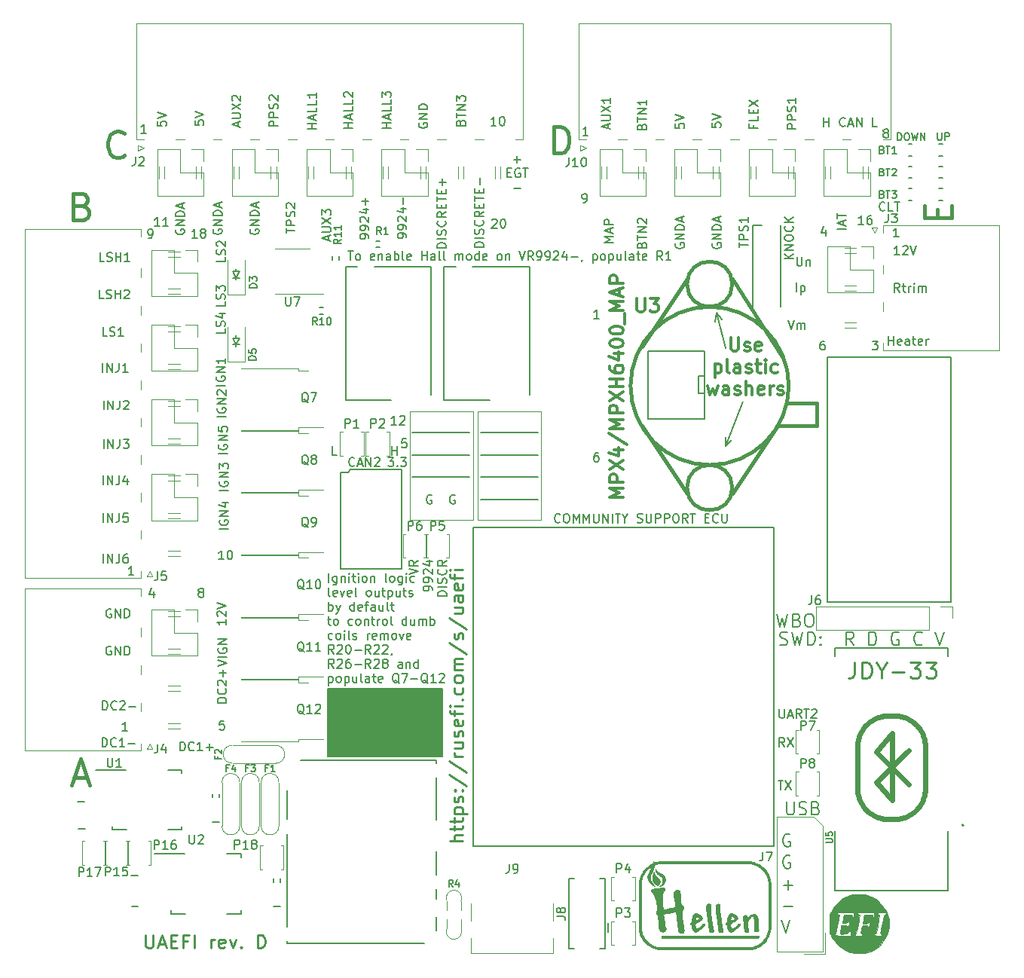
<source format=gto>
G04 #@! TF.GenerationSoftware,KiCad,Pcbnew,8.0.7-8.0.7-0~ubuntu22.04.1*
G04 #@! TF.CreationDate,2025-01-08T12:51:56+00:00*
G04 #@! TF.ProjectId,MST-01A,4d53542d-3031-4412-9e6b-696361645f70,D*
G04 #@! TF.SameCoordinates,Original*
G04 #@! TF.FileFunction,Legend,Top*
G04 #@! TF.FilePolarity,Positive*
%FSLAX46Y46*%
G04 Gerber Fmt 4.6, Leading zero omitted, Abs format (unit mm)*
G04 Created by KiCad (PCBNEW 8.0.7-8.0.7-0~ubuntu22.04.1) date 2025-01-08 12:51:56*
%MOMM*%
%LPD*%
G01*
G04 APERTURE LIST*
%ADD10C,0.150000*%
%ADD11C,0.450000*%
%ADD12C,0.200000*%
%ADD13C,0.170000*%
%ADD14C,0.250000*%
%ADD15C,0.127000*%
%ADD16C,0.304800*%
%ADD17C,0.120000*%
%ADD18C,0.203200*%
%ADD19C,0.000000*%
%ADD20C,0.631031*%
%ADD21C,0.099060*%
%ADD22C,0.002540*%
%ADD23C,0.381000*%
G04 APERTURE END LIST*
D10*
X46500000Y53800000D02*
X52900000Y53800000D01*
X46500000Y51200000D02*
X52900000Y51200000D01*
X38800000Y58800000D02*
X45200000Y58800000D01*
X29270000Y29932435D02*
X42186015Y29932435D01*
X42186015Y22357565D01*
X29270000Y22357565D01*
X29270000Y29932435D01*
G36*
X29270000Y29932435D02*
G01*
X42186015Y29932435D01*
X42186015Y22357565D01*
X29270000Y22357565D01*
X29270000Y29932435D01*
G37*
X46500000Y56200000D02*
X52900000Y56200000D01*
X38800000Y53800000D02*
X45200000Y53800000D01*
X46500000Y58800000D02*
X52900000Y58800000D01*
X38800000Y56200000D02*
X45200000Y56200000D01*
X36514286Y56245181D02*
X36514286Y57245181D01*
X36514286Y56768991D02*
X37085714Y56768991D01*
X37085714Y56245181D02*
X37085714Y57245181D01*
X93530952Y78745181D02*
X92959524Y78745181D01*
X93245238Y78745181D02*
X93245238Y79745181D01*
X93245238Y79745181D02*
X93150000Y79602324D01*
X93150000Y79602324D02*
X93054762Y79507086D01*
X93054762Y79507086D02*
X92959524Y79459467D01*
X93911905Y79649943D02*
X93959524Y79697562D01*
X93959524Y79697562D02*
X94054762Y79745181D01*
X94054762Y79745181D02*
X94292857Y79745181D01*
X94292857Y79745181D02*
X94388095Y79697562D01*
X94388095Y79697562D02*
X94435714Y79649943D01*
X94435714Y79649943D02*
X94483333Y79554705D01*
X94483333Y79554705D02*
X94483333Y79459467D01*
X94483333Y79459467D02*
X94435714Y79316610D01*
X94435714Y79316610D02*
X93864286Y78745181D01*
X93864286Y78745181D02*
X94483333Y78745181D01*
X94769048Y79745181D02*
X95102381Y78745181D01*
X95102381Y78745181D02*
X95435714Y79745181D01*
D11*
X1714285Y84206972D02*
X2142857Y84064115D01*
X2142857Y84064115D02*
X2285714Y83921258D01*
X2285714Y83921258D02*
X2428571Y83635543D01*
X2428571Y83635543D02*
X2428571Y83206972D01*
X2428571Y83206972D02*
X2285714Y82921258D01*
X2285714Y82921258D02*
X2142857Y82778400D01*
X2142857Y82778400D02*
X1857142Y82635543D01*
X1857142Y82635543D02*
X714285Y82635543D01*
X714285Y82635543D02*
X714285Y85635543D01*
X714285Y85635543D02*
X1714285Y85635543D01*
X1714285Y85635543D02*
X2000000Y85492686D01*
X2000000Y85492686D02*
X2142857Y85349829D01*
X2142857Y85349829D02*
X2285714Y85064115D01*
X2285714Y85064115D02*
X2285714Y84778400D01*
X2285714Y84778400D02*
X2142857Y84492686D01*
X2142857Y84492686D02*
X2000000Y84349829D01*
X2000000Y84349829D02*
X1714285Y84206972D01*
X1714285Y84206972D02*
X714285Y84206972D01*
D10*
X17638095Y26345181D02*
X17161905Y26345181D01*
X17161905Y26345181D02*
X17114286Y25868991D01*
X17114286Y25868991D02*
X17161905Y25916610D01*
X17161905Y25916610D02*
X17257143Y25964229D01*
X17257143Y25964229D02*
X17495238Y25964229D01*
X17495238Y25964229D02*
X17590476Y25916610D01*
X17590476Y25916610D02*
X17638095Y25868991D01*
X17638095Y25868991D02*
X17685714Y25773753D01*
X17685714Y25773753D02*
X17685714Y25535658D01*
X17685714Y25535658D02*
X17638095Y25440420D01*
X17638095Y25440420D02*
X17590476Y25392800D01*
X17590476Y25392800D02*
X17495238Y25345181D01*
X17495238Y25345181D02*
X17257143Y25345181D01*
X17257143Y25345181D02*
X17161905Y25392800D01*
X17161905Y25392800D02*
X17114286Y25440420D01*
X4069048Y44095181D02*
X4069048Y45095181D01*
X4545238Y44095181D02*
X4545238Y45095181D01*
X4545238Y45095181D02*
X5116666Y44095181D01*
X5116666Y44095181D02*
X5116666Y45095181D01*
X5878571Y45095181D02*
X5878571Y44380896D01*
X5878571Y44380896D02*
X5830952Y44238039D01*
X5830952Y44238039D02*
X5735714Y44142800D01*
X5735714Y44142800D02*
X5592857Y44095181D01*
X5592857Y44095181D02*
X5497619Y44095181D01*
X6783333Y45095181D02*
X6592857Y45095181D01*
X6592857Y45095181D02*
X6497619Y45047562D01*
X6497619Y45047562D02*
X6450000Y44999943D01*
X6450000Y44999943D02*
X6354762Y44857086D01*
X6354762Y44857086D02*
X6307143Y44666610D01*
X6307143Y44666610D02*
X6307143Y44285658D01*
X6307143Y44285658D02*
X6354762Y44190420D01*
X6354762Y44190420D02*
X6402381Y44142800D01*
X6402381Y44142800D02*
X6497619Y44095181D01*
X6497619Y44095181D02*
X6688095Y44095181D01*
X6688095Y44095181D02*
X6783333Y44142800D01*
X6783333Y44142800D02*
X6830952Y44190420D01*
X6830952Y44190420D02*
X6878571Y44285658D01*
X6878571Y44285658D02*
X6878571Y44523753D01*
X6878571Y44523753D02*
X6830952Y44618991D01*
X6830952Y44618991D02*
X6783333Y44666610D01*
X6783333Y44666610D02*
X6688095Y44714229D01*
X6688095Y44714229D02*
X6497619Y44714229D01*
X6497619Y44714229D02*
X6402381Y44666610D01*
X6402381Y44666610D02*
X6354762Y44618991D01*
X6354762Y44618991D02*
X6307143Y44523753D01*
X17804819Y78457143D02*
X17804819Y77980953D01*
X17804819Y77980953D02*
X16804819Y77980953D01*
X17757200Y78742858D02*
X17804819Y78885715D01*
X17804819Y78885715D02*
X17804819Y79123810D01*
X17804819Y79123810D02*
X17757200Y79219048D01*
X17757200Y79219048D02*
X17709580Y79266667D01*
X17709580Y79266667D02*
X17614342Y79314286D01*
X17614342Y79314286D02*
X17519104Y79314286D01*
X17519104Y79314286D02*
X17423866Y79266667D01*
X17423866Y79266667D02*
X17376247Y79219048D01*
X17376247Y79219048D02*
X17328628Y79123810D01*
X17328628Y79123810D02*
X17281009Y78933334D01*
X17281009Y78933334D02*
X17233390Y78838096D01*
X17233390Y78838096D02*
X17185771Y78790477D01*
X17185771Y78790477D02*
X17090533Y78742858D01*
X17090533Y78742858D02*
X16995295Y78742858D01*
X16995295Y78742858D02*
X16900057Y78790477D01*
X16900057Y78790477D02*
X16852438Y78838096D01*
X16852438Y78838096D02*
X16804819Y78933334D01*
X16804819Y78933334D02*
X16804819Y79171429D01*
X16804819Y79171429D02*
X16852438Y79314286D01*
X16900057Y79695239D02*
X16852438Y79742858D01*
X16852438Y79742858D02*
X16804819Y79838096D01*
X16804819Y79838096D02*
X16804819Y80076191D01*
X16804819Y80076191D02*
X16852438Y80171429D01*
X16852438Y80171429D02*
X16900057Y80219048D01*
X16900057Y80219048D02*
X16995295Y80266667D01*
X16995295Y80266667D02*
X17090533Y80266667D01*
X17090533Y80266667D02*
X17233390Y80219048D01*
X17233390Y80219048D02*
X17804819Y79647620D01*
X17804819Y79647620D02*
X17804819Y80266667D01*
X4069048Y52895181D02*
X4069048Y53895181D01*
X4545238Y52895181D02*
X4545238Y53895181D01*
X4545238Y53895181D02*
X5116666Y52895181D01*
X5116666Y52895181D02*
X5116666Y53895181D01*
X5878571Y53895181D02*
X5878571Y53180896D01*
X5878571Y53180896D02*
X5830952Y53038039D01*
X5830952Y53038039D02*
X5735714Y52942800D01*
X5735714Y52942800D02*
X5592857Y52895181D01*
X5592857Y52895181D02*
X5497619Y52895181D01*
X6783333Y53561848D02*
X6783333Y52895181D01*
X6545238Y53942800D02*
X6307143Y53228515D01*
X6307143Y53228515D02*
X6926190Y53228515D01*
X4133333Y73795181D02*
X3657143Y73795181D01*
X3657143Y73795181D02*
X3657143Y74795181D01*
X4419048Y73842800D02*
X4561905Y73795181D01*
X4561905Y73795181D02*
X4800000Y73795181D01*
X4800000Y73795181D02*
X4895238Y73842800D01*
X4895238Y73842800D02*
X4942857Y73890420D01*
X4942857Y73890420D02*
X4990476Y73985658D01*
X4990476Y73985658D02*
X4990476Y74080896D01*
X4990476Y74080896D02*
X4942857Y74176134D01*
X4942857Y74176134D02*
X4895238Y74223753D01*
X4895238Y74223753D02*
X4800000Y74271372D01*
X4800000Y74271372D02*
X4609524Y74318991D01*
X4609524Y74318991D02*
X4514286Y74366610D01*
X4514286Y74366610D02*
X4466667Y74414229D01*
X4466667Y74414229D02*
X4419048Y74509467D01*
X4419048Y74509467D02*
X4419048Y74604705D01*
X4419048Y74604705D02*
X4466667Y74699943D01*
X4466667Y74699943D02*
X4514286Y74747562D01*
X4514286Y74747562D02*
X4609524Y74795181D01*
X4609524Y74795181D02*
X4847619Y74795181D01*
X4847619Y74795181D02*
X4990476Y74747562D01*
X5419048Y73795181D02*
X5419048Y74795181D01*
X5419048Y74318991D02*
X5990476Y74318991D01*
X5990476Y73795181D02*
X5990476Y74795181D01*
X6419048Y74699943D02*
X6466667Y74747562D01*
X6466667Y74747562D02*
X6561905Y74795181D01*
X6561905Y74795181D02*
X6800000Y74795181D01*
X6800000Y74795181D02*
X6895238Y74747562D01*
X6895238Y74747562D02*
X6942857Y74699943D01*
X6942857Y74699943D02*
X6990476Y74604705D01*
X6990476Y74604705D02*
X6990476Y74509467D01*
X6990476Y74509467D02*
X6942857Y74366610D01*
X6942857Y74366610D02*
X6371429Y73795181D01*
X6371429Y73795181D02*
X6990476Y73795181D01*
X14609523Y80645181D02*
X14038095Y80645181D01*
X14323809Y80645181D02*
X14323809Y81645181D01*
X14323809Y81645181D02*
X14228571Y81502324D01*
X14228571Y81502324D02*
X14133333Y81407086D01*
X14133333Y81407086D02*
X14038095Y81359467D01*
X15180952Y81216610D02*
X15085714Y81264229D01*
X15085714Y81264229D02*
X15038095Y81311848D01*
X15038095Y81311848D02*
X14990476Y81407086D01*
X14990476Y81407086D02*
X14990476Y81454705D01*
X14990476Y81454705D02*
X15038095Y81549943D01*
X15038095Y81549943D02*
X15085714Y81597562D01*
X15085714Y81597562D02*
X15180952Y81645181D01*
X15180952Y81645181D02*
X15371428Y81645181D01*
X15371428Y81645181D02*
X15466666Y81597562D01*
X15466666Y81597562D02*
X15514285Y81549943D01*
X15514285Y81549943D02*
X15561904Y81454705D01*
X15561904Y81454705D02*
X15561904Y81407086D01*
X15561904Y81407086D02*
X15514285Y81311848D01*
X15514285Y81311848D02*
X15466666Y81264229D01*
X15466666Y81264229D02*
X15371428Y81216610D01*
X15371428Y81216610D02*
X15180952Y81216610D01*
X15180952Y81216610D02*
X15085714Y81168991D01*
X15085714Y81168991D02*
X15038095Y81121372D01*
X15038095Y81121372D02*
X14990476Y81026134D01*
X14990476Y81026134D02*
X14990476Y80835658D01*
X14990476Y80835658D02*
X15038095Y80740420D01*
X15038095Y80740420D02*
X15085714Y80692800D01*
X15085714Y80692800D02*
X15180952Y80645181D01*
X15180952Y80645181D02*
X15371428Y80645181D01*
X15371428Y80645181D02*
X15466666Y80692800D01*
X15466666Y80692800D02*
X15514285Y80740420D01*
X15514285Y80740420D02*
X15561904Y80835658D01*
X15561904Y80835658D02*
X15561904Y81026134D01*
X15561904Y81026134D02*
X15514285Y81121372D01*
X15514285Y81121372D02*
X15466666Y81168991D01*
X15466666Y81168991D02*
X15371428Y81216610D01*
X3992857Y27595181D02*
X3992857Y28595181D01*
X3992857Y28595181D02*
X4230952Y28595181D01*
X4230952Y28595181D02*
X4373809Y28547562D01*
X4373809Y28547562D02*
X4469047Y28452324D01*
X4469047Y28452324D02*
X4516666Y28357086D01*
X4516666Y28357086D02*
X4564285Y28166610D01*
X4564285Y28166610D02*
X4564285Y28023753D01*
X4564285Y28023753D02*
X4516666Y27833277D01*
X4516666Y27833277D02*
X4469047Y27738039D01*
X4469047Y27738039D02*
X4373809Y27642800D01*
X4373809Y27642800D02*
X4230952Y27595181D01*
X4230952Y27595181D02*
X3992857Y27595181D01*
X5564285Y27690420D02*
X5516666Y27642800D01*
X5516666Y27642800D02*
X5373809Y27595181D01*
X5373809Y27595181D02*
X5278571Y27595181D01*
X5278571Y27595181D02*
X5135714Y27642800D01*
X5135714Y27642800D02*
X5040476Y27738039D01*
X5040476Y27738039D02*
X4992857Y27833277D01*
X4992857Y27833277D02*
X4945238Y28023753D01*
X4945238Y28023753D02*
X4945238Y28166610D01*
X4945238Y28166610D02*
X4992857Y28357086D01*
X4992857Y28357086D02*
X5040476Y28452324D01*
X5040476Y28452324D02*
X5135714Y28547562D01*
X5135714Y28547562D02*
X5278571Y28595181D01*
X5278571Y28595181D02*
X5373809Y28595181D01*
X5373809Y28595181D02*
X5516666Y28547562D01*
X5516666Y28547562D02*
X5564285Y28499943D01*
X5945238Y28499943D02*
X5992857Y28547562D01*
X5992857Y28547562D02*
X6088095Y28595181D01*
X6088095Y28595181D02*
X6326190Y28595181D01*
X6326190Y28595181D02*
X6421428Y28547562D01*
X6421428Y28547562D02*
X6469047Y28499943D01*
X6469047Y28499943D02*
X6516666Y28404705D01*
X6516666Y28404705D02*
X6516666Y28309467D01*
X6516666Y28309467D02*
X6469047Y28166610D01*
X6469047Y28166610D02*
X5897619Y27595181D01*
X5897619Y27595181D02*
X6516666Y27595181D01*
X6945238Y27976134D02*
X7707143Y27976134D01*
X10154819Y93709524D02*
X10154819Y93233334D01*
X10154819Y93233334D02*
X10631009Y93185715D01*
X10631009Y93185715D02*
X10583390Y93233334D01*
X10583390Y93233334D02*
X10535771Y93328572D01*
X10535771Y93328572D02*
X10535771Y93566667D01*
X10535771Y93566667D02*
X10583390Y93661905D01*
X10583390Y93661905D02*
X10631009Y93709524D01*
X10631009Y93709524D02*
X10726247Y93757143D01*
X10726247Y93757143D02*
X10964342Y93757143D01*
X10964342Y93757143D02*
X11059580Y93709524D01*
X11059580Y93709524D02*
X11107200Y93661905D01*
X11107200Y93661905D02*
X11154819Y93566667D01*
X11154819Y93566667D02*
X11154819Y93328572D01*
X11154819Y93328572D02*
X11107200Y93233334D01*
X11107200Y93233334D02*
X11059580Y93185715D01*
X10154819Y94042858D02*
X11154819Y94376191D01*
X11154819Y94376191D02*
X10154819Y94709524D01*
X58535714Y92145181D02*
X57964286Y92145181D01*
X58250000Y92145181D02*
X58250000Y93145181D01*
X58250000Y93145181D02*
X58154762Y93002324D01*
X58154762Y93002324D02*
X58059524Y92907086D01*
X58059524Y92907086D02*
X57964286Y92859467D01*
X32104819Y93000001D02*
X31104819Y93000001D01*
X31581009Y93000001D02*
X31581009Y93571429D01*
X32104819Y93571429D02*
X31104819Y93571429D01*
X31819104Y94000001D02*
X31819104Y94476191D01*
X32104819Y93904763D02*
X31104819Y94238096D01*
X31104819Y94238096D02*
X32104819Y94571429D01*
X32104819Y95380953D02*
X32104819Y94904763D01*
X32104819Y94904763D02*
X31104819Y94904763D01*
X32104819Y96190477D02*
X32104819Y95714287D01*
X32104819Y95714287D02*
X31104819Y95714287D01*
X31200057Y96476192D02*
X31152438Y96523811D01*
X31152438Y96523811D02*
X31104819Y96619049D01*
X31104819Y96619049D02*
X31104819Y96857144D01*
X31104819Y96857144D02*
X31152438Y96952382D01*
X31152438Y96952382D02*
X31200057Y97000001D01*
X31200057Y97000001D02*
X31295295Y97047620D01*
X31295295Y97047620D02*
X31390533Y97047620D01*
X31390533Y97047620D02*
X31533390Y97000001D01*
X31533390Y97000001D02*
X32104819Y96428573D01*
X32104819Y96428573D02*
X32104819Y97047620D01*
X42584819Y79529049D02*
X41584819Y79529049D01*
X41584819Y79529049D02*
X41584819Y79767144D01*
X41584819Y79767144D02*
X41632438Y79910001D01*
X41632438Y79910001D02*
X41727676Y80005239D01*
X41727676Y80005239D02*
X41822914Y80052858D01*
X41822914Y80052858D02*
X42013390Y80100477D01*
X42013390Y80100477D02*
X42156247Y80100477D01*
X42156247Y80100477D02*
X42346723Y80052858D01*
X42346723Y80052858D02*
X42441961Y80005239D01*
X42441961Y80005239D02*
X42537200Y79910001D01*
X42537200Y79910001D02*
X42584819Y79767144D01*
X42584819Y79767144D02*
X42584819Y79529049D01*
X42584819Y80529049D02*
X41584819Y80529049D01*
X42537200Y80957620D02*
X42584819Y81100477D01*
X42584819Y81100477D02*
X42584819Y81338572D01*
X42584819Y81338572D02*
X42537200Y81433810D01*
X42537200Y81433810D02*
X42489580Y81481429D01*
X42489580Y81481429D02*
X42394342Y81529048D01*
X42394342Y81529048D02*
X42299104Y81529048D01*
X42299104Y81529048D02*
X42203866Y81481429D01*
X42203866Y81481429D02*
X42156247Y81433810D01*
X42156247Y81433810D02*
X42108628Y81338572D01*
X42108628Y81338572D02*
X42061009Y81148096D01*
X42061009Y81148096D02*
X42013390Y81052858D01*
X42013390Y81052858D02*
X41965771Y81005239D01*
X41965771Y81005239D02*
X41870533Y80957620D01*
X41870533Y80957620D02*
X41775295Y80957620D01*
X41775295Y80957620D02*
X41680057Y81005239D01*
X41680057Y81005239D02*
X41632438Y81052858D01*
X41632438Y81052858D02*
X41584819Y81148096D01*
X41584819Y81148096D02*
X41584819Y81386191D01*
X41584819Y81386191D02*
X41632438Y81529048D01*
X42489580Y82529048D02*
X42537200Y82481429D01*
X42537200Y82481429D02*
X42584819Y82338572D01*
X42584819Y82338572D02*
X42584819Y82243334D01*
X42584819Y82243334D02*
X42537200Y82100477D01*
X42537200Y82100477D02*
X42441961Y82005239D01*
X42441961Y82005239D02*
X42346723Y81957620D01*
X42346723Y81957620D02*
X42156247Y81910001D01*
X42156247Y81910001D02*
X42013390Y81910001D01*
X42013390Y81910001D02*
X41822914Y81957620D01*
X41822914Y81957620D02*
X41727676Y82005239D01*
X41727676Y82005239D02*
X41632438Y82100477D01*
X41632438Y82100477D02*
X41584819Y82243334D01*
X41584819Y82243334D02*
X41584819Y82338572D01*
X41584819Y82338572D02*
X41632438Y82481429D01*
X41632438Y82481429D02*
X41680057Y82529048D01*
X42584819Y83529048D02*
X42108628Y83195715D01*
X42584819Y82957620D02*
X41584819Y82957620D01*
X41584819Y82957620D02*
X41584819Y83338572D01*
X41584819Y83338572D02*
X41632438Y83433810D01*
X41632438Y83433810D02*
X41680057Y83481429D01*
X41680057Y83481429D02*
X41775295Y83529048D01*
X41775295Y83529048D02*
X41918152Y83529048D01*
X41918152Y83529048D02*
X42013390Y83481429D01*
X42013390Y83481429D02*
X42061009Y83433810D01*
X42061009Y83433810D02*
X42108628Y83338572D01*
X42108628Y83338572D02*
X42108628Y82957620D01*
X42061009Y83957620D02*
X42061009Y84290953D01*
X42584819Y84433810D02*
X42584819Y83957620D01*
X42584819Y83957620D02*
X41584819Y83957620D01*
X41584819Y83957620D02*
X41584819Y84433810D01*
X41584819Y84719525D02*
X41584819Y85290953D01*
X42584819Y85005239D02*
X41584819Y85005239D01*
X42061009Y85624287D02*
X42061009Y85957620D01*
X42584819Y86100477D02*
X42584819Y85624287D01*
X42584819Y85624287D02*
X41584819Y85624287D01*
X41584819Y85624287D02*
X41584819Y86100477D01*
X42203866Y86529049D02*
X42203866Y87290953D01*
X42584819Y86910001D02*
X41822914Y86910001D01*
D12*
X81234349Y13602944D02*
X81101016Y13674373D01*
X81101016Y13674373D02*
X80901016Y13674373D01*
X80901016Y13674373D02*
X80701016Y13602944D01*
X80701016Y13602944D02*
X80567683Y13460087D01*
X80567683Y13460087D02*
X80501016Y13317230D01*
X80501016Y13317230D02*
X80434349Y13031516D01*
X80434349Y13031516D02*
X80434349Y12817230D01*
X80434349Y12817230D02*
X80501016Y12531516D01*
X80501016Y12531516D02*
X80567683Y12388659D01*
X80567683Y12388659D02*
X80701016Y12245801D01*
X80701016Y12245801D02*
X80901016Y12174373D01*
X80901016Y12174373D02*
X81034349Y12174373D01*
X81034349Y12174373D02*
X81234349Y12245801D01*
X81234349Y12245801D02*
X81301016Y12317230D01*
X81301016Y12317230D02*
X81301016Y12817230D01*
X81301016Y12817230D02*
X81034349Y12817230D01*
X81234349Y11188028D02*
X81101016Y11259457D01*
X81101016Y11259457D02*
X80901016Y11259457D01*
X80901016Y11259457D02*
X80701016Y11188028D01*
X80701016Y11188028D02*
X80567683Y11045171D01*
X80567683Y11045171D02*
X80501016Y10902314D01*
X80501016Y10902314D02*
X80434349Y10616600D01*
X80434349Y10616600D02*
X80434349Y10402314D01*
X80434349Y10402314D02*
X80501016Y10116600D01*
X80501016Y10116600D02*
X80567683Y9973743D01*
X80567683Y9973743D02*
X80701016Y9830885D01*
X80701016Y9830885D02*
X80901016Y9759457D01*
X80901016Y9759457D02*
X81034349Y9759457D01*
X81034349Y9759457D02*
X81234349Y9830885D01*
X81234349Y9830885D02*
X81301016Y9902314D01*
X81301016Y9902314D02*
X81301016Y10402314D01*
X81301016Y10402314D02*
X81034349Y10402314D01*
X80501016Y7915969D02*
X81567683Y7915969D01*
X81034349Y7344541D02*
X81034349Y8487398D01*
X80501016Y5501053D02*
X81567683Y5501053D01*
X80301016Y4014709D02*
X80767683Y2514709D01*
X80767683Y2514709D02*
X81234349Y4014709D01*
D10*
X81604819Y78290477D02*
X80604819Y78290477D01*
X81604819Y78861905D02*
X81033390Y78433334D01*
X80604819Y78861905D02*
X81176247Y78290477D01*
X81604819Y79290477D02*
X80604819Y79290477D01*
X80604819Y79290477D02*
X81604819Y79861905D01*
X81604819Y79861905D02*
X80604819Y79861905D01*
X80604819Y80528572D02*
X80604819Y80719048D01*
X80604819Y80719048D02*
X80652438Y80814286D01*
X80652438Y80814286D02*
X80747676Y80909524D01*
X80747676Y80909524D02*
X80938152Y80957143D01*
X80938152Y80957143D02*
X81271485Y80957143D01*
X81271485Y80957143D02*
X81461961Y80909524D01*
X81461961Y80909524D02*
X81557200Y80814286D01*
X81557200Y80814286D02*
X81604819Y80719048D01*
X81604819Y80719048D02*
X81604819Y80528572D01*
X81604819Y80528572D02*
X81557200Y80433334D01*
X81557200Y80433334D02*
X81461961Y80338096D01*
X81461961Y80338096D02*
X81271485Y80290477D01*
X81271485Y80290477D02*
X80938152Y80290477D01*
X80938152Y80290477D02*
X80747676Y80338096D01*
X80747676Y80338096D02*
X80652438Y80433334D01*
X80652438Y80433334D02*
X80604819Y80528572D01*
X81509580Y81957143D02*
X81557200Y81909524D01*
X81557200Y81909524D02*
X81604819Y81766667D01*
X81604819Y81766667D02*
X81604819Y81671429D01*
X81604819Y81671429D02*
X81557200Y81528572D01*
X81557200Y81528572D02*
X81461961Y81433334D01*
X81461961Y81433334D02*
X81366723Y81385715D01*
X81366723Y81385715D02*
X81176247Y81338096D01*
X81176247Y81338096D02*
X81033390Y81338096D01*
X81033390Y81338096D02*
X80842914Y81385715D01*
X80842914Y81385715D02*
X80747676Y81433334D01*
X80747676Y81433334D02*
X80652438Y81528572D01*
X80652438Y81528572D02*
X80604819Y81671429D01*
X80604819Y81671429D02*
X80604819Y81766667D01*
X80604819Y81766667D02*
X80652438Y81909524D01*
X80652438Y81909524D02*
X80700057Y81957143D01*
X81604819Y82385715D02*
X80604819Y82385715D01*
X81604819Y82957143D02*
X81033390Y82528572D01*
X80604819Y82957143D02*
X81176247Y82385715D01*
X80036779Y27670041D02*
X80036779Y26860518D01*
X80036779Y26860518D02*
X80084398Y26765280D01*
X80084398Y26765280D02*
X80132017Y26717660D01*
X80132017Y26717660D02*
X80227255Y26670041D01*
X80227255Y26670041D02*
X80417731Y26670041D01*
X80417731Y26670041D02*
X80512969Y26717660D01*
X80512969Y26717660D02*
X80560588Y26765280D01*
X80560588Y26765280D02*
X80608207Y26860518D01*
X80608207Y26860518D02*
X80608207Y27670041D01*
X81036779Y26955756D02*
X81512969Y26955756D01*
X80941541Y26670041D02*
X81274874Y27670041D01*
X81274874Y27670041D02*
X81608207Y26670041D01*
X82512969Y26670041D02*
X82179636Y27146232D01*
X81941541Y26670041D02*
X81941541Y27670041D01*
X81941541Y27670041D02*
X82322493Y27670041D01*
X82322493Y27670041D02*
X82417731Y27622422D01*
X82417731Y27622422D02*
X82465350Y27574803D01*
X82465350Y27574803D02*
X82512969Y27479565D01*
X82512969Y27479565D02*
X82512969Y27336708D01*
X82512969Y27336708D02*
X82465350Y27241470D01*
X82465350Y27241470D02*
X82417731Y27193851D01*
X82417731Y27193851D02*
X82322493Y27146232D01*
X82322493Y27146232D02*
X81941541Y27146232D01*
X82798684Y27670041D02*
X83370112Y27670041D01*
X83084398Y26670041D02*
X83084398Y27670041D01*
X83655827Y27574803D02*
X83703446Y27622422D01*
X83703446Y27622422D02*
X83798684Y27670041D01*
X83798684Y27670041D02*
X84036779Y27670041D01*
X84036779Y27670041D02*
X84132017Y27622422D01*
X84132017Y27622422D02*
X84179636Y27574803D01*
X84179636Y27574803D02*
X84227255Y27479565D01*
X84227255Y27479565D02*
X84227255Y27384327D01*
X84227255Y27384327D02*
X84179636Y27241470D01*
X84179636Y27241470D02*
X83608208Y26670041D01*
X83608208Y26670041D02*
X84227255Y26670041D01*
X80608207Y23450153D02*
X80274874Y23926344D01*
X80036779Y23450153D02*
X80036779Y24450153D01*
X80036779Y24450153D02*
X80417731Y24450153D01*
X80417731Y24450153D02*
X80512969Y24402534D01*
X80512969Y24402534D02*
X80560588Y24354915D01*
X80560588Y24354915D02*
X80608207Y24259677D01*
X80608207Y24259677D02*
X80608207Y24116820D01*
X80608207Y24116820D02*
X80560588Y24021582D01*
X80560588Y24021582D02*
X80512969Y23973963D01*
X80512969Y23973963D02*
X80417731Y23926344D01*
X80417731Y23926344D02*
X80036779Y23926344D01*
X80941541Y24450153D02*
X81608207Y23450153D01*
X81608207Y24450153D02*
X80941541Y23450153D01*
X79893922Y19620321D02*
X80465350Y19620321D01*
X80179636Y18620321D02*
X80179636Y19620321D01*
X80703446Y19620321D02*
X81370112Y18620321D01*
X81370112Y19620321D02*
X80703446Y18620321D01*
D11*
X785714Y19992686D02*
X2214286Y19992686D01*
X500000Y19135543D02*
X1500000Y22135543D01*
X1500000Y22135543D02*
X2500000Y19135543D01*
D10*
X14354819Y93809524D02*
X14354819Y93333334D01*
X14354819Y93333334D02*
X14831009Y93285715D01*
X14831009Y93285715D02*
X14783390Y93333334D01*
X14783390Y93333334D02*
X14735771Y93428572D01*
X14735771Y93428572D02*
X14735771Y93666667D01*
X14735771Y93666667D02*
X14783390Y93761905D01*
X14783390Y93761905D02*
X14831009Y93809524D01*
X14831009Y93809524D02*
X14926247Y93857143D01*
X14926247Y93857143D02*
X15164342Y93857143D01*
X15164342Y93857143D02*
X15259580Y93809524D01*
X15259580Y93809524D02*
X15307200Y93761905D01*
X15307200Y93761905D02*
X15354819Y93666667D01*
X15354819Y93666667D02*
X15354819Y93428572D01*
X15354819Y93428572D02*
X15307200Y93333334D01*
X15307200Y93333334D02*
X15259580Y93285715D01*
X14354819Y94142858D02*
X15354819Y94476191D01*
X15354819Y94476191D02*
X14354819Y94809524D01*
X89509523Y82145181D02*
X88938095Y82145181D01*
X89223809Y82145181D02*
X89223809Y83145181D01*
X89223809Y83145181D02*
X89128571Y83002324D01*
X89128571Y83002324D02*
X89033333Y82907086D01*
X89033333Y82907086D02*
X88938095Y82859467D01*
X90366666Y83145181D02*
X90176190Y83145181D01*
X90176190Y83145181D02*
X90080952Y83097562D01*
X90080952Y83097562D02*
X90033333Y83049943D01*
X90033333Y83049943D02*
X89938095Y82907086D01*
X89938095Y82907086D02*
X89890476Y82716610D01*
X89890476Y82716610D02*
X89890476Y82335658D01*
X89890476Y82335658D02*
X89938095Y82240420D01*
X89938095Y82240420D02*
X89985714Y82192800D01*
X89985714Y82192800D02*
X90080952Y82145181D01*
X90080952Y82145181D02*
X90271428Y82145181D01*
X90271428Y82145181D02*
X90366666Y82192800D01*
X90366666Y82192800D02*
X90414285Y82240420D01*
X90414285Y82240420D02*
X90461904Y82335658D01*
X90461904Y82335658D02*
X90461904Y82573753D01*
X90461904Y82573753D02*
X90414285Y82668991D01*
X90414285Y82668991D02*
X90366666Y82716610D01*
X90366666Y82716610D02*
X90271428Y82764229D01*
X90271428Y82764229D02*
X90080952Y82764229D01*
X90080952Y82764229D02*
X89985714Y82716610D01*
X89985714Y82716610D02*
X89938095Y82668991D01*
X89938095Y82668991D02*
X89890476Y82573753D01*
X44231009Y93590477D02*
X44278628Y93733334D01*
X44278628Y93733334D02*
X44326247Y93780953D01*
X44326247Y93780953D02*
X44421485Y93828572D01*
X44421485Y93828572D02*
X44564342Y93828572D01*
X44564342Y93828572D02*
X44659580Y93780953D01*
X44659580Y93780953D02*
X44707200Y93733334D01*
X44707200Y93733334D02*
X44754819Y93638096D01*
X44754819Y93638096D02*
X44754819Y93257144D01*
X44754819Y93257144D02*
X43754819Y93257144D01*
X43754819Y93257144D02*
X43754819Y93590477D01*
X43754819Y93590477D02*
X43802438Y93685715D01*
X43802438Y93685715D02*
X43850057Y93733334D01*
X43850057Y93733334D02*
X43945295Y93780953D01*
X43945295Y93780953D02*
X44040533Y93780953D01*
X44040533Y93780953D02*
X44135771Y93733334D01*
X44135771Y93733334D02*
X44183390Y93685715D01*
X44183390Y93685715D02*
X44231009Y93590477D01*
X44231009Y93590477D02*
X44231009Y93257144D01*
X43754819Y94114287D02*
X43754819Y94685715D01*
X44754819Y94400001D02*
X43754819Y94400001D01*
X44754819Y95019049D02*
X43754819Y95019049D01*
X43754819Y95019049D02*
X44754819Y95590477D01*
X44754819Y95590477D02*
X43754819Y95590477D01*
X43754819Y95971430D02*
X43754819Y96590477D01*
X43754819Y96590477D02*
X44135771Y96257144D01*
X44135771Y96257144D02*
X44135771Y96400001D01*
X44135771Y96400001D02*
X44183390Y96495239D01*
X44183390Y96495239D02*
X44231009Y96542858D01*
X44231009Y96542858D02*
X44326247Y96590477D01*
X44326247Y96590477D02*
X44564342Y96590477D01*
X44564342Y96590477D02*
X44659580Y96542858D01*
X44659580Y96542858D02*
X44707200Y96495239D01*
X44707200Y96495239D02*
X44754819Y96400001D01*
X44754819Y96400001D02*
X44754819Y96114287D01*
X44754819Y96114287D02*
X44707200Y96019049D01*
X44707200Y96019049D02*
X44659580Y95971430D01*
X19219104Y93185715D02*
X19219104Y93661905D01*
X19504819Y93090477D02*
X18504819Y93423810D01*
X18504819Y93423810D02*
X19504819Y93757143D01*
X18504819Y94090477D02*
X19314342Y94090477D01*
X19314342Y94090477D02*
X19409580Y94138096D01*
X19409580Y94138096D02*
X19457200Y94185715D01*
X19457200Y94185715D02*
X19504819Y94280953D01*
X19504819Y94280953D02*
X19504819Y94471429D01*
X19504819Y94471429D02*
X19457200Y94566667D01*
X19457200Y94566667D02*
X19409580Y94614286D01*
X19409580Y94614286D02*
X19314342Y94661905D01*
X19314342Y94661905D02*
X18504819Y94661905D01*
X18504819Y95042858D02*
X19504819Y95709524D01*
X18504819Y95709524D02*
X19504819Y95042858D01*
X18600057Y96042858D02*
X18552438Y96090477D01*
X18552438Y96090477D02*
X18504819Y96185715D01*
X18504819Y96185715D02*
X18504819Y96423810D01*
X18504819Y96423810D02*
X18552438Y96519048D01*
X18552438Y96519048D02*
X18600057Y96566667D01*
X18600057Y96566667D02*
X18695295Y96614286D01*
X18695295Y96614286D02*
X18790533Y96614286D01*
X18790533Y96614286D02*
X18933390Y96566667D01*
X18933390Y96566667D02*
X19504819Y95995239D01*
X19504819Y95995239D02*
X19504819Y96614286D01*
X9740476Y40911848D02*
X9740476Y40245181D01*
X9502381Y41292800D02*
X9264286Y40578515D01*
X9264286Y40578515D02*
X9883333Y40578515D01*
X36052381Y55945181D02*
X36671428Y55945181D01*
X36671428Y55945181D02*
X36338095Y55564229D01*
X36338095Y55564229D02*
X36480952Y55564229D01*
X36480952Y55564229D02*
X36576190Y55516610D01*
X36576190Y55516610D02*
X36623809Y55468991D01*
X36623809Y55468991D02*
X36671428Y55373753D01*
X36671428Y55373753D02*
X36671428Y55135658D01*
X36671428Y55135658D02*
X36623809Y55040420D01*
X36623809Y55040420D02*
X36576190Y54992800D01*
X36576190Y54992800D02*
X36480952Y54945181D01*
X36480952Y54945181D02*
X36195238Y54945181D01*
X36195238Y54945181D02*
X36100000Y54992800D01*
X36100000Y54992800D02*
X36052381Y55040420D01*
X37100000Y55040420D02*
X37147619Y54992800D01*
X37147619Y54992800D02*
X37100000Y54945181D01*
X37100000Y54945181D02*
X37052381Y54992800D01*
X37052381Y54992800D02*
X37100000Y55040420D01*
X37100000Y55040420D02*
X37100000Y54945181D01*
X37480952Y55945181D02*
X38099999Y55945181D01*
X38099999Y55945181D02*
X37766666Y55564229D01*
X37766666Y55564229D02*
X37909523Y55564229D01*
X37909523Y55564229D02*
X38004761Y55516610D01*
X38004761Y55516610D02*
X38052380Y55468991D01*
X38052380Y55468991D02*
X38099999Y55373753D01*
X38099999Y55373753D02*
X38099999Y55135658D01*
X38099999Y55135658D02*
X38052380Y55040420D01*
X38052380Y55040420D02*
X38004761Y54992800D01*
X38004761Y54992800D02*
X37909523Y54945181D01*
X37909523Y54945181D02*
X37623809Y54945181D01*
X37623809Y54945181D02*
X37528571Y54992800D01*
X37528571Y54992800D02*
X37480952Y55040420D01*
X75504819Y79561906D02*
X75504819Y80133334D01*
X76504819Y79847620D02*
X75504819Y79847620D01*
X76504819Y80466668D02*
X75504819Y80466668D01*
X75504819Y80466668D02*
X75504819Y80847620D01*
X75504819Y80847620D02*
X75552438Y80942858D01*
X75552438Y80942858D02*
X75600057Y80990477D01*
X75600057Y80990477D02*
X75695295Y81038096D01*
X75695295Y81038096D02*
X75838152Y81038096D01*
X75838152Y81038096D02*
X75933390Y80990477D01*
X75933390Y80990477D02*
X75981009Y80942858D01*
X75981009Y80942858D02*
X76028628Y80847620D01*
X76028628Y80847620D02*
X76028628Y80466668D01*
X76457200Y81419049D02*
X76504819Y81561906D01*
X76504819Y81561906D02*
X76504819Y81800001D01*
X76504819Y81800001D02*
X76457200Y81895239D01*
X76457200Y81895239D02*
X76409580Y81942858D01*
X76409580Y81942858D02*
X76314342Y81990477D01*
X76314342Y81990477D02*
X76219104Y81990477D01*
X76219104Y81990477D02*
X76123866Y81942858D01*
X76123866Y81942858D02*
X76076247Y81895239D01*
X76076247Y81895239D02*
X76028628Y81800001D01*
X76028628Y81800001D02*
X75981009Y81609525D01*
X75981009Y81609525D02*
X75933390Y81514287D01*
X75933390Y81514287D02*
X75885771Y81466668D01*
X75885771Y81466668D02*
X75790533Y81419049D01*
X75790533Y81419049D02*
X75695295Y81419049D01*
X75695295Y81419049D02*
X75600057Y81466668D01*
X75600057Y81466668D02*
X75552438Y81514287D01*
X75552438Y81514287D02*
X75504819Y81609525D01*
X75504819Y81609525D02*
X75504819Y81847620D01*
X75504819Y81847620D02*
X75552438Y81990477D01*
X76504819Y82942858D02*
X76504819Y82371430D01*
X76504819Y82657144D02*
X75504819Y82657144D01*
X75504819Y82657144D02*
X75647676Y82561906D01*
X75647676Y82561906D02*
X75742914Y82466668D01*
X75742914Y82466668D02*
X75790533Y82371430D01*
D13*
X97807080Y92429192D02*
X97807080Y91765382D01*
X97807080Y91765382D02*
X97846127Y91687287D01*
X97846127Y91687287D02*
X97885175Y91648239D01*
X97885175Y91648239D02*
X97963270Y91609192D01*
X97963270Y91609192D02*
X98119461Y91609192D01*
X98119461Y91609192D02*
X98197556Y91648239D01*
X98197556Y91648239D02*
X98236603Y91687287D01*
X98236603Y91687287D02*
X98275651Y91765382D01*
X98275651Y91765382D02*
X98275651Y92429192D01*
X98666128Y91609192D02*
X98666128Y92429192D01*
X98666128Y92429192D02*
X98978509Y92429192D01*
X98978509Y92429192D02*
X99056604Y92390144D01*
X99056604Y92390144D02*
X99095651Y92351097D01*
X99095651Y92351097D02*
X99134699Y92273001D01*
X99134699Y92273001D02*
X99134699Y92155859D01*
X99134699Y92155859D02*
X99095651Y92077763D01*
X99095651Y92077763D02*
X99056604Y92038716D01*
X99056604Y92038716D02*
X98978509Y91999668D01*
X98978509Y91999668D02*
X98666128Y91999668D01*
D10*
X38138095Y58045181D02*
X37661905Y58045181D01*
X37661905Y58045181D02*
X37614286Y57568991D01*
X37614286Y57568991D02*
X37661905Y57616610D01*
X37661905Y57616610D02*
X37757143Y57664229D01*
X37757143Y57664229D02*
X37995238Y57664229D01*
X37995238Y57664229D02*
X38090476Y57616610D01*
X38090476Y57616610D02*
X38138095Y57568991D01*
X38138095Y57568991D02*
X38185714Y57473753D01*
X38185714Y57473753D02*
X38185714Y57235658D01*
X38185714Y57235658D02*
X38138095Y57140420D01*
X38138095Y57140420D02*
X38090476Y57092800D01*
X38090476Y57092800D02*
X37995238Y57045181D01*
X37995238Y57045181D02*
X37757143Y57045181D01*
X37757143Y57045181D02*
X37661905Y57092800D01*
X37661905Y57092800D02*
X37614286Y57140420D01*
X29369104Y80385715D02*
X29369104Y80861905D01*
X29654819Y80290477D02*
X28654819Y80623810D01*
X28654819Y80623810D02*
X29654819Y80957143D01*
X28654819Y81290477D02*
X29464342Y81290477D01*
X29464342Y81290477D02*
X29559580Y81338096D01*
X29559580Y81338096D02*
X29607200Y81385715D01*
X29607200Y81385715D02*
X29654819Y81480953D01*
X29654819Y81480953D02*
X29654819Y81671429D01*
X29654819Y81671429D02*
X29607200Y81766667D01*
X29607200Y81766667D02*
X29559580Y81814286D01*
X29559580Y81814286D02*
X29464342Y81861905D01*
X29464342Y81861905D02*
X28654819Y81861905D01*
X28654819Y82242858D02*
X29654819Y82909524D01*
X28654819Y82909524D02*
X29654819Y82242858D01*
X28654819Y83195239D02*
X28654819Y83814286D01*
X28654819Y83814286D02*
X29035771Y83480953D01*
X29035771Y83480953D02*
X29035771Y83623810D01*
X29035771Y83623810D02*
X29083390Y83719048D01*
X29083390Y83719048D02*
X29131009Y83766667D01*
X29131009Y83766667D02*
X29226247Y83814286D01*
X29226247Y83814286D02*
X29464342Y83814286D01*
X29464342Y83814286D02*
X29559580Y83766667D01*
X29559580Y83766667D02*
X29607200Y83719048D01*
X29607200Y83719048D02*
X29654819Y83623810D01*
X29654819Y83623810D02*
X29654819Y83338096D01*
X29654819Y83338096D02*
X29607200Y83242858D01*
X29607200Y83242858D02*
X29559580Y83195239D01*
X20602438Y81609524D02*
X20554819Y81514286D01*
X20554819Y81514286D02*
X20554819Y81371429D01*
X20554819Y81371429D02*
X20602438Y81228572D01*
X20602438Y81228572D02*
X20697676Y81133334D01*
X20697676Y81133334D02*
X20792914Y81085715D01*
X20792914Y81085715D02*
X20983390Y81038096D01*
X20983390Y81038096D02*
X21126247Y81038096D01*
X21126247Y81038096D02*
X21316723Y81085715D01*
X21316723Y81085715D02*
X21411961Y81133334D01*
X21411961Y81133334D02*
X21507200Y81228572D01*
X21507200Y81228572D02*
X21554819Y81371429D01*
X21554819Y81371429D02*
X21554819Y81466667D01*
X21554819Y81466667D02*
X21507200Y81609524D01*
X21507200Y81609524D02*
X21459580Y81657143D01*
X21459580Y81657143D02*
X21126247Y81657143D01*
X21126247Y81657143D02*
X21126247Y81466667D01*
X21554819Y82085715D02*
X20554819Y82085715D01*
X20554819Y82085715D02*
X21554819Y82657143D01*
X21554819Y82657143D02*
X20554819Y82657143D01*
X21554819Y83133334D02*
X20554819Y83133334D01*
X20554819Y83133334D02*
X20554819Y83371429D01*
X20554819Y83371429D02*
X20602438Y83514286D01*
X20602438Y83514286D02*
X20697676Y83609524D01*
X20697676Y83609524D02*
X20792914Y83657143D01*
X20792914Y83657143D02*
X20983390Y83704762D01*
X20983390Y83704762D02*
X21126247Y83704762D01*
X21126247Y83704762D02*
X21316723Y83657143D01*
X21316723Y83657143D02*
X21411961Y83609524D01*
X21411961Y83609524D02*
X21507200Y83514286D01*
X21507200Y83514286D02*
X21554819Y83371429D01*
X21554819Y83371429D02*
X21554819Y83133334D01*
X21269104Y84085715D02*
X21269104Y84561905D01*
X21554819Y83990477D02*
X20554819Y84323810D01*
X20554819Y84323810D02*
X21554819Y84657143D01*
D13*
X91580413Y90538716D02*
X91697556Y90499668D01*
X91697556Y90499668D02*
X91736603Y90460620D01*
X91736603Y90460620D02*
X91775651Y90382525D01*
X91775651Y90382525D02*
X91775651Y90265382D01*
X91775651Y90265382D02*
X91736603Y90187287D01*
X91736603Y90187287D02*
X91697556Y90148239D01*
X91697556Y90148239D02*
X91619461Y90109192D01*
X91619461Y90109192D02*
X91307080Y90109192D01*
X91307080Y90109192D02*
X91307080Y90929192D01*
X91307080Y90929192D02*
X91580413Y90929192D01*
X91580413Y90929192D02*
X91658508Y90890144D01*
X91658508Y90890144D02*
X91697556Y90851097D01*
X91697556Y90851097D02*
X91736603Y90773001D01*
X91736603Y90773001D02*
X91736603Y90694906D01*
X91736603Y90694906D02*
X91697556Y90616811D01*
X91697556Y90616811D02*
X91658508Y90577763D01*
X91658508Y90577763D02*
X91580413Y90538716D01*
X91580413Y90538716D02*
X91307080Y90538716D01*
X92009937Y90929192D02*
X92478508Y90929192D01*
X92244222Y90109192D02*
X92244222Y90929192D01*
X93181365Y90109192D02*
X92712794Y90109192D01*
X92947080Y90109192D02*
X92947080Y90929192D01*
X92947080Y90929192D02*
X92868984Y90812049D01*
X92868984Y90812049D02*
X92790889Y90733954D01*
X92790889Y90733954D02*
X92712794Y90694906D01*
D10*
X90466667Y69045181D02*
X91085714Y69045181D01*
X91085714Y69045181D02*
X90752381Y68664229D01*
X90752381Y68664229D02*
X90895238Y68664229D01*
X90895238Y68664229D02*
X90990476Y68616610D01*
X90990476Y68616610D02*
X91038095Y68568991D01*
X91038095Y68568991D02*
X91085714Y68473753D01*
X91085714Y68473753D02*
X91085714Y68235658D01*
X91085714Y68235658D02*
X91038095Y68140420D01*
X91038095Y68140420D02*
X90990476Y68092800D01*
X90990476Y68092800D02*
X90895238Y68045181D01*
X90895238Y68045181D02*
X90609524Y68045181D01*
X90609524Y68045181D02*
X90514286Y68092800D01*
X90514286Y68092800D02*
X90466667Y68140420D01*
X17620284Y44500562D02*
X17048856Y44500562D01*
X17334570Y44500562D02*
X17334570Y45500562D01*
X17334570Y45500562D02*
X17239332Y45357705D01*
X17239332Y45357705D02*
X17144094Y45262467D01*
X17144094Y45262467D02*
X17048856Y45214848D01*
X18239332Y45500562D02*
X18334570Y45500562D01*
X18334570Y45500562D02*
X18429808Y45452943D01*
X18429808Y45452943D02*
X18477427Y45405324D01*
X18477427Y45405324D02*
X18525046Y45310086D01*
X18525046Y45310086D02*
X18572665Y45119610D01*
X18572665Y45119610D02*
X18572665Y44881515D01*
X18572665Y44881515D02*
X18525046Y44691039D01*
X18525046Y44691039D02*
X18477427Y44595801D01*
X18477427Y44595801D02*
X18429808Y44548181D01*
X18429808Y44548181D02*
X18334570Y44500562D01*
X18334570Y44500562D02*
X18239332Y44500562D01*
X18239332Y44500562D02*
X18144094Y44548181D01*
X18144094Y44548181D02*
X18096475Y44595801D01*
X18096475Y44595801D02*
X18048856Y44691039D01*
X18048856Y44691039D02*
X18001237Y44881515D01*
X18001237Y44881515D02*
X18001237Y45119610D01*
X18001237Y45119610D02*
X18048856Y45310086D01*
X18048856Y45310086D02*
X18096475Y45405324D01*
X18096475Y45405324D02*
X18144094Y45452943D01*
X18144094Y45452943D02*
X18239332Y45500562D01*
X47738095Y82649943D02*
X47785714Y82697562D01*
X47785714Y82697562D02*
X47880952Y82745181D01*
X47880952Y82745181D02*
X48119047Y82745181D01*
X48119047Y82745181D02*
X48214285Y82697562D01*
X48214285Y82697562D02*
X48261904Y82649943D01*
X48261904Y82649943D02*
X48309523Y82554705D01*
X48309523Y82554705D02*
X48309523Y82459467D01*
X48309523Y82459467D02*
X48261904Y82316610D01*
X48261904Y82316610D02*
X47690476Y81745181D01*
X47690476Y81745181D02*
X48309523Y81745181D01*
X48928571Y82745181D02*
X49023809Y82745181D01*
X49023809Y82745181D02*
X49119047Y82697562D01*
X49119047Y82697562D02*
X49166666Y82649943D01*
X49166666Y82649943D02*
X49214285Y82554705D01*
X49214285Y82554705D02*
X49261904Y82364229D01*
X49261904Y82364229D02*
X49261904Y82126134D01*
X49261904Y82126134D02*
X49214285Y81935658D01*
X49214285Y81935658D02*
X49166666Y81840420D01*
X49166666Y81840420D02*
X49119047Y81792800D01*
X49119047Y81792800D02*
X49023809Y81745181D01*
X49023809Y81745181D02*
X48928571Y81745181D01*
X48928571Y81745181D02*
X48833333Y81792800D01*
X48833333Y81792800D02*
X48785714Y81840420D01*
X48785714Y81840420D02*
X48738095Y81935658D01*
X48738095Y81935658D02*
X48690476Y82126134D01*
X48690476Y82126134D02*
X48690476Y82364229D01*
X48690476Y82364229D02*
X48738095Y82554705D01*
X48738095Y82554705D02*
X48785714Y82649943D01*
X48785714Y82649943D02*
X48833333Y82697562D01*
X48833333Y82697562D02*
X48928571Y82745181D01*
X93559523Y74545181D02*
X93226190Y75021372D01*
X92988095Y74545181D02*
X92988095Y75545181D01*
X92988095Y75545181D02*
X93369047Y75545181D01*
X93369047Y75545181D02*
X93464285Y75497562D01*
X93464285Y75497562D02*
X93511904Y75449943D01*
X93511904Y75449943D02*
X93559523Y75354705D01*
X93559523Y75354705D02*
X93559523Y75211848D01*
X93559523Y75211848D02*
X93511904Y75116610D01*
X93511904Y75116610D02*
X93464285Y75068991D01*
X93464285Y75068991D02*
X93369047Y75021372D01*
X93369047Y75021372D02*
X92988095Y75021372D01*
X93845238Y75211848D02*
X94226190Y75211848D01*
X93988095Y75545181D02*
X93988095Y74688039D01*
X93988095Y74688039D02*
X94035714Y74592800D01*
X94035714Y74592800D02*
X94130952Y74545181D01*
X94130952Y74545181D02*
X94226190Y74545181D01*
X94559524Y74545181D02*
X94559524Y75211848D01*
X94559524Y75021372D02*
X94607143Y75116610D01*
X94607143Y75116610D02*
X94654762Y75164229D01*
X94654762Y75164229D02*
X94750000Y75211848D01*
X94750000Y75211848D02*
X94845238Y75211848D01*
X95178572Y74545181D02*
X95178572Y75211848D01*
X95178572Y75545181D02*
X95130953Y75497562D01*
X95130953Y75497562D02*
X95178572Y75449943D01*
X95178572Y75449943D02*
X95226191Y75497562D01*
X95226191Y75497562D02*
X95178572Y75545181D01*
X95178572Y75545181D02*
X95178572Y75449943D01*
X95654762Y74545181D02*
X95654762Y75211848D01*
X95654762Y75116610D02*
X95702381Y75164229D01*
X95702381Y75164229D02*
X95797619Y75211848D01*
X95797619Y75211848D02*
X95940476Y75211848D01*
X95940476Y75211848D02*
X96035714Y75164229D01*
X96035714Y75164229D02*
X96083333Y75068991D01*
X96083333Y75068991D02*
X96083333Y74545181D01*
X96083333Y75068991D02*
X96130952Y75164229D01*
X96130952Y75164229D02*
X96226190Y75211848D01*
X96226190Y75211848D02*
X96369047Y75211848D01*
X96369047Y75211848D02*
X96464286Y75164229D01*
X96464286Y75164229D02*
X96511905Y75068991D01*
X96511905Y75068991D02*
X96511905Y74545181D01*
X4938095Y38897562D02*
X4842857Y38945181D01*
X4842857Y38945181D02*
X4700000Y38945181D01*
X4700000Y38945181D02*
X4557143Y38897562D01*
X4557143Y38897562D02*
X4461905Y38802324D01*
X4461905Y38802324D02*
X4414286Y38707086D01*
X4414286Y38707086D02*
X4366667Y38516610D01*
X4366667Y38516610D02*
X4366667Y38373753D01*
X4366667Y38373753D02*
X4414286Y38183277D01*
X4414286Y38183277D02*
X4461905Y38088039D01*
X4461905Y38088039D02*
X4557143Y37992800D01*
X4557143Y37992800D02*
X4700000Y37945181D01*
X4700000Y37945181D02*
X4795238Y37945181D01*
X4795238Y37945181D02*
X4938095Y37992800D01*
X4938095Y37992800D02*
X4985714Y38040420D01*
X4985714Y38040420D02*
X4985714Y38373753D01*
X4985714Y38373753D02*
X4795238Y38373753D01*
X5414286Y37945181D02*
X5414286Y38945181D01*
X5414286Y38945181D02*
X5985714Y37945181D01*
X5985714Y37945181D02*
X5985714Y38945181D01*
X6461905Y37945181D02*
X6461905Y38945181D01*
X6461905Y38945181D02*
X6700000Y38945181D01*
X6700000Y38945181D02*
X6842857Y38897562D01*
X6842857Y38897562D02*
X6938095Y38802324D01*
X6938095Y38802324D02*
X6985714Y38707086D01*
X6985714Y38707086D02*
X7033333Y38516610D01*
X7033333Y38516610D02*
X7033333Y38373753D01*
X7033333Y38373753D02*
X6985714Y38183277D01*
X6985714Y38183277D02*
X6938095Y38088039D01*
X6938095Y38088039D02*
X6842857Y37992800D01*
X6842857Y37992800D02*
X6700000Y37945181D01*
X6700000Y37945181D02*
X6461905Y37945181D01*
X60769104Y92935715D02*
X60769104Y93411905D01*
X61054819Y92840477D02*
X60054819Y93173810D01*
X60054819Y93173810D02*
X61054819Y93507143D01*
X60054819Y93840477D02*
X60864342Y93840477D01*
X60864342Y93840477D02*
X60959580Y93888096D01*
X60959580Y93888096D02*
X61007200Y93935715D01*
X61007200Y93935715D02*
X61054819Y94030953D01*
X61054819Y94030953D02*
X61054819Y94221429D01*
X61054819Y94221429D02*
X61007200Y94316667D01*
X61007200Y94316667D02*
X60959580Y94364286D01*
X60959580Y94364286D02*
X60864342Y94411905D01*
X60864342Y94411905D02*
X60054819Y94411905D01*
X60054819Y94792858D02*
X61054819Y95459524D01*
X60054819Y95459524D02*
X61054819Y94792858D01*
X61054819Y96364286D02*
X61054819Y95792858D01*
X61054819Y96078572D02*
X60054819Y96078572D01*
X60054819Y96078572D02*
X60197676Y95983334D01*
X60197676Y95983334D02*
X60292914Y95888096D01*
X60292914Y95888096D02*
X60340533Y95792858D01*
X38427118Y42809412D02*
X39427118Y43142745D01*
X39427118Y43142745D02*
X38427118Y43476078D01*
X39427118Y44380840D02*
X38950927Y44047507D01*
X39427118Y43809412D02*
X38427118Y43809412D01*
X38427118Y43809412D02*
X38427118Y44190364D01*
X38427118Y44190364D02*
X38474737Y44285602D01*
X38474737Y44285602D02*
X38522356Y44333221D01*
X38522356Y44333221D02*
X38617594Y44380840D01*
X38617594Y44380840D02*
X38760451Y44380840D01*
X38760451Y44380840D02*
X38855689Y44333221D01*
X38855689Y44333221D02*
X38903308Y44285602D01*
X38903308Y44285602D02*
X38950927Y44190364D01*
X38950927Y44190364D02*
X38950927Y43809412D01*
X41037062Y41047507D02*
X41037062Y41237983D01*
X41037062Y41237983D02*
X40989443Y41333221D01*
X40989443Y41333221D02*
X40941823Y41380840D01*
X40941823Y41380840D02*
X40798966Y41476078D01*
X40798966Y41476078D02*
X40608490Y41523697D01*
X40608490Y41523697D02*
X40227538Y41523697D01*
X40227538Y41523697D02*
X40132300Y41476078D01*
X40132300Y41476078D02*
X40084681Y41428459D01*
X40084681Y41428459D02*
X40037062Y41333221D01*
X40037062Y41333221D02*
X40037062Y41142745D01*
X40037062Y41142745D02*
X40084681Y41047507D01*
X40084681Y41047507D02*
X40132300Y40999888D01*
X40132300Y40999888D02*
X40227538Y40952269D01*
X40227538Y40952269D02*
X40465633Y40952269D01*
X40465633Y40952269D02*
X40560871Y40999888D01*
X40560871Y40999888D02*
X40608490Y41047507D01*
X40608490Y41047507D02*
X40656109Y41142745D01*
X40656109Y41142745D02*
X40656109Y41333221D01*
X40656109Y41333221D02*
X40608490Y41428459D01*
X40608490Y41428459D02*
X40560871Y41476078D01*
X40560871Y41476078D02*
X40465633Y41523697D01*
X41037062Y41999888D02*
X41037062Y42190364D01*
X41037062Y42190364D02*
X40989443Y42285602D01*
X40989443Y42285602D02*
X40941823Y42333221D01*
X40941823Y42333221D02*
X40798966Y42428459D01*
X40798966Y42428459D02*
X40608490Y42476078D01*
X40608490Y42476078D02*
X40227538Y42476078D01*
X40227538Y42476078D02*
X40132300Y42428459D01*
X40132300Y42428459D02*
X40084681Y42380840D01*
X40084681Y42380840D02*
X40037062Y42285602D01*
X40037062Y42285602D02*
X40037062Y42095126D01*
X40037062Y42095126D02*
X40084681Y41999888D01*
X40084681Y41999888D02*
X40132300Y41952269D01*
X40132300Y41952269D02*
X40227538Y41904650D01*
X40227538Y41904650D02*
X40465633Y41904650D01*
X40465633Y41904650D02*
X40560871Y41952269D01*
X40560871Y41952269D02*
X40608490Y41999888D01*
X40608490Y41999888D02*
X40656109Y42095126D01*
X40656109Y42095126D02*
X40656109Y42285602D01*
X40656109Y42285602D02*
X40608490Y42380840D01*
X40608490Y42380840D02*
X40560871Y42428459D01*
X40560871Y42428459D02*
X40465633Y42476078D01*
X40132300Y42857031D02*
X40084681Y42904650D01*
X40084681Y42904650D02*
X40037062Y42999888D01*
X40037062Y42999888D02*
X40037062Y43237983D01*
X40037062Y43237983D02*
X40084681Y43333221D01*
X40084681Y43333221D02*
X40132300Y43380840D01*
X40132300Y43380840D02*
X40227538Y43428459D01*
X40227538Y43428459D02*
X40322776Y43428459D01*
X40322776Y43428459D02*
X40465633Y43380840D01*
X40465633Y43380840D02*
X41037062Y42809412D01*
X41037062Y42809412D02*
X41037062Y43428459D01*
X40370395Y44285602D02*
X41037062Y44285602D01*
X39989443Y44047507D02*
X40703728Y43809412D01*
X40703728Y43809412D02*
X40703728Y44428459D01*
X42647006Y40380841D02*
X41647006Y40380841D01*
X41647006Y40380841D02*
X41647006Y40618936D01*
X41647006Y40618936D02*
X41694625Y40761793D01*
X41694625Y40761793D02*
X41789863Y40857031D01*
X41789863Y40857031D02*
X41885101Y40904650D01*
X41885101Y40904650D02*
X42075577Y40952269D01*
X42075577Y40952269D02*
X42218434Y40952269D01*
X42218434Y40952269D02*
X42408910Y40904650D01*
X42408910Y40904650D02*
X42504148Y40857031D01*
X42504148Y40857031D02*
X42599387Y40761793D01*
X42599387Y40761793D02*
X42647006Y40618936D01*
X42647006Y40618936D02*
X42647006Y40380841D01*
X42647006Y41380841D02*
X41647006Y41380841D01*
X42599387Y41809412D02*
X42647006Y41952269D01*
X42647006Y41952269D02*
X42647006Y42190364D01*
X42647006Y42190364D02*
X42599387Y42285602D01*
X42599387Y42285602D02*
X42551767Y42333221D01*
X42551767Y42333221D02*
X42456529Y42380840D01*
X42456529Y42380840D02*
X42361291Y42380840D01*
X42361291Y42380840D02*
X42266053Y42333221D01*
X42266053Y42333221D02*
X42218434Y42285602D01*
X42218434Y42285602D02*
X42170815Y42190364D01*
X42170815Y42190364D02*
X42123196Y41999888D01*
X42123196Y41999888D02*
X42075577Y41904650D01*
X42075577Y41904650D02*
X42027958Y41857031D01*
X42027958Y41857031D02*
X41932720Y41809412D01*
X41932720Y41809412D02*
X41837482Y41809412D01*
X41837482Y41809412D02*
X41742244Y41857031D01*
X41742244Y41857031D02*
X41694625Y41904650D01*
X41694625Y41904650D02*
X41647006Y41999888D01*
X41647006Y41999888D02*
X41647006Y42237983D01*
X41647006Y42237983D02*
X41694625Y42380840D01*
X42551767Y43380840D02*
X42599387Y43333221D01*
X42599387Y43333221D02*
X42647006Y43190364D01*
X42647006Y43190364D02*
X42647006Y43095126D01*
X42647006Y43095126D02*
X42599387Y42952269D01*
X42599387Y42952269D02*
X42504148Y42857031D01*
X42504148Y42857031D02*
X42408910Y42809412D01*
X42408910Y42809412D02*
X42218434Y42761793D01*
X42218434Y42761793D02*
X42075577Y42761793D01*
X42075577Y42761793D02*
X41885101Y42809412D01*
X41885101Y42809412D02*
X41789863Y42857031D01*
X41789863Y42857031D02*
X41694625Y42952269D01*
X41694625Y42952269D02*
X41647006Y43095126D01*
X41647006Y43095126D02*
X41647006Y43190364D01*
X41647006Y43190364D02*
X41694625Y43333221D01*
X41694625Y43333221D02*
X41742244Y43380840D01*
X42647006Y44380840D02*
X42170815Y44047507D01*
X42647006Y43809412D02*
X41647006Y43809412D01*
X41647006Y43809412D02*
X41647006Y44190364D01*
X41647006Y44190364D02*
X41694625Y44285602D01*
X41694625Y44285602D02*
X41742244Y44333221D01*
X41742244Y44333221D02*
X41837482Y44380840D01*
X41837482Y44380840D02*
X41980339Y44380840D01*
X41980339Y44380840D02*
X42075577Y44333221D01*
X42075577Y44333221D02*
X42123196Y44285602D01*
X42123196Y44285602D02*
X42170815Y44190364D01*
X42170815Y44190364D02*
X42170815Y43809412D01*
X10409523Y81945181D02*
X9838095Y81945181D01*
X10123809Y81945181D02*
X10123809Y82945181D01*
X10123809Y82945181D02*
X10028571Y82802324D01*
X10028571Y82802324D02*
X9933333Y82707086D01*
X9933333Y82707086D02*
X9838095Y82659467D01*
X11361904Y81945181D02*
X10790476Y81945181D01*
X11076190Y81945181D02*
X11076190Y82945181D01*
X11076190Y82945181D02*
X10980952Y82802324D01*
X10980952Y82802324D02*
X10885714Y82707086D01*
X10885714Y82707086D02*
X10790476Y82659467D01*
X6785714Y25245181D02*
X6214286Y25245181D01*
X6500000Y25245181D02*
X6500000Y26245181D01*
X6500000Y26245181D02*
X6404762Y26102324D01*
X6404762Y26102324D02*
X6309524Y26007086D01*
X6309524Y26007086D02*
X6214286Y25959467D01*
X7485714Y42745181D02*
X6914286Y42745181D01*
X7200000Y42745181D02*
X7200000Y43745181D01*
X7200000Y43745181D02*
X7104762Y43602324D01*
X7104762Y43602324D02*
X7009524Y43507086D01*
X7009524Y43507086D02*
X6914286Y43459467D01*
X37009523Y59645181D02*
X36438095Y59645181D01*
X36723809Y59645181D02*
X36723809Y60645181D01*
X36723809Y60645181D02*
X36628571Y60502324D01*
X36628571Y60502324D02*
X36533333Y60407086D01*
X36533333Y60407086D02*
X36438095Y60359467D01*
X37390476Y60549943D02*
X37438095Y60597562D01*
X37438095Y60597562D02*
X37533333Y60645181D01*
X37533333Y60645181D02*
X37771428Y60645181D01*
X37771428Y60645181D02*
X37866666Y60597562D01*
X37866666Y60597562D02*
X37914285Y60549943D01*
X37914285Y60549943D02*
X37961904Y60454705D01*
X37961904Y60454705D02*
X37961904Y60359467D01*
X37961904Y60359467D02*
X37914285Y60216610D01*
X37914285Y60216610D02*
X37342857Y59645181D01*
X37342857Y59645181D02*
X37961904Y59645181D01*
X17854819Y37730953D02*
X17854819Y37159525D01*
X17854819Y37445239D02*
X16854819Y37445239D01*
X16854819Y37445239D02*
X16997676Y37350001D01*
X16997676Y37350001D02*
X17092914Y37254763D01*
X17092914Y37254763D02*
X17140533Y37159525D01*
X16950057Y38111906D02*
X16902438Y38159525D01*
X16902438Y38159525D02*
X16854819Y38254763D01*
X16854819Y38254763D02*
X16854819Y38492858D01*
X16854819Y38492858D02*
X16902438Y38588096D01*
X16902438Y38588096D02*
X16950057Y38635715D01*
X16950057Y38635715D02*
X17045295Y38683334D01*
X17045295Y38683334D02*
X17140533Y38683334D01*
X17140533Y38683334D02*
X17283390Y38635715D01*
X17283390Y38635715D02*
X17854819Y38064287D01*
X17854819Y38064287D02*
X17854819Y38683334D01*
X16854819Y38969049D02*
X17854819Y39302382D01*
X17854819Y39302382D02*
X16854819Y39635715D01*
X4119048Y56995181D02*
X4119048Y57995181D01*
X4595238Y56995181D02*
X4595238Y57995181D01*
X4595238Y57995181D02*
X5166666Y56995181D01*
X5166666Y56995181D02*
X5166666Y57995181D01*
X5928571Y57995181D02*
X5928571Y57280896D01*
X5928571Y57280896D02*
X5880952Y57138039D01*
X5880952Y57138039D02*
X5785714Y57042800D01*
X5785714Y57042800D02*
X5642857Y56995181D01*
X5642857Y56995181D02*
X5547619Y56995181D01*
X6309524Y57995181D02*
X6928571Y57995181D01*
X6928571Y57995181D02*
X6595238Y57614229D01*
X6595238Y57614229D02*
X6738095Y57614229D01*
X6738095Y57614229D02*
X6833333Y57566610D01*
X6833333Y57566610D02*
X6880952Y57518991D01*
X6880952Y57518991D02*
X6928571Y57423753D01*
X6928571Y57423753D02*
X6928571Y57185658D01*
X6928571Y57185658D02*
X6880952Y57090420D01*
X6880952Y57090420D02*
X6833333Y57042800D01*
X6833333Y57042800D02*
X6738095Y56995181D01*
X6738095Y56995181D02*
X6452381Y56995181D01*
X6452381Y56995181D02*
X6357143Y57042800D01*
X6357143Y57042800D02*
X6309524Y57090420D01*
D12*
X80107768Y34926179D02*
X80314911Y34854751D01*
X80314911Y34854751D02*
X80660149Y34854751D01*
X80660149Y34854751D02*
X80798244Y34926179D01*
X80798244Y34926179D02*
X80867292Y34997608D01*
X80867292Y34997608D02*
X80936339Y35140465D01*
X80936339Y35140465D02*
X80936339Y35283322D01*
X80936339Y35283322D02*
X80867292Y35426179D01*
X80867292Y35426179D02*
X80798244Y35497608D01*
X80798244Y35497608D02*
X80660149Y35569037D01*
X80660149Y35569037D02*
X80383958Y35640465D01*
X80383958Y35640465D02*
X80245863Y35711894D01*
X80245863Y35711894D02*
X80176816Y35783322D01*
X80176816Y35783322D02*
X80107768Y35926179D01*
X80107768Y35926179D02*
X80107768Y36069037D01*
X80107768Y36069037D02*
X80176816Y36211894D01*
X80176816Y36211894D02*
X80245863Y36283322D01*
X80245863Y36283322D02*
X80383958Y36354751D01*
X80383958Y36354751D02*
X80729197Y36354751D01*
X80729197Y36354751D02*
X80936339Y36283322D01*
X81419672Y36354751D02*
X81764910Y34854751D01*
X81764910Y34854751D02*
X82041101Y35926179D01*
X82041101Y35926179D02*
X82317291Y34854751D01*
X82317291Y34854751D02*
X82662530Y36354751D01*
X83214911Y34854751D02*
X83214911Y36354751D01*
X83214911Y36354751D02*
X83560149Y36354751D01*
X83560149Y36354751D02*
X83767292Y36283322D01*
X83767292Y36283322D02*
X83905387Y36140465D01*
X83905387Y36140465D02*
X83974434Y35997608D01*
X83974434Y35997608D02*
X84043482Y35711894D01*
X84043482Y35711894D02*
X84043482Y35497608D01*
X84043482Y35497608D02*
X83974434Y35211894D01*
X83974434Y35211894D02*
X83905387Y35069037D01*
X83905387Y35069037D02*
X83767292Y34926179D01*
X83767292Y34926179D02*
X83560149Y34854751D01*
X83560149Y34854751D02*
X83214911Y34854751D01*
X84664911Y34997608D02*
X84733958Y34926179D01*
X84733958Y34926179D02*
X84664911Y34854751D01*
X84664911Y34854751D02*
X84595863Y34926179D01*
X84595863Y34926179D02*
X84664911Y34997608D01*
X84664911Y34997608D02*
X84664911Y34854751D01*
X84664911Y35783322D02*
X84733958Y35711894D01*
X84733958Y35711894D02*
X84664911Y35640465D01*
X84664911Y35640465D02*
X84595863Y35711894D01*
X84595863Y35711894D02*
X84664911Y35783322D01*
X84664911Y35783322D02*
X84664911Y35640465D01*
X88393482Y34854751D02*
X87910149Y35569037D01*
X87564911Y34854751D02*
X87564911Y36354751D01*
X87564911Y36354751D02*
X88117292Y36354751D01*
X88117292Y36354751D02*
X88255387Y36283322D01*
X88255387Y36283322D02*
X88324434Y36211894D01*
X88324434Y36211894D02*
X88393482Y36069037D01*
X88393482Y36069037D02*
X88393482Y35854751D01*
X88393482Y35854751D02*
X88324434Y35711894D01*
X88324434Y35711894D02*
X88255387Y35640465D01*
X88255387Y35640465D02*
X88117292Y35569037D01*
X88117292Y35569037D02*
X87564911Y35569037D01*
X90119673Y34854751D02*
X90119673Y36354751D01*
X90119673Y36354751D02*
X90464911Y36354751D01*
X90464911Y36354751D02*
X90672054Y36283322D01*
X90672054Y36283322D02*
X90810149Y36140465D01*
X90810149Y36140465D02*
X90879196Y35997608D01*
X90879196Y35997608D02*
X90948244Y35711894D01*
X90948244Y35711894D02*
X90948244Y35497608D01*
X90948244Y35497608D02*
X90879196Y35211894D01*
X90879196Y35211894D02*
X90810149Y35069037D01*
X90810149Y35069037D02*
X90672054Y34926179D01*
X90672054Y34926179D02*
X90464911Y34854751D01*
X90464911Y34854751D02*
X90119673Y34854751D01*
X93433958Y36283322D02*
X93295863Y36354751D01*
X93295863Y36354751D02*
X93088720Y36354751D01*
X93088720Y36354751D02*
X92881577Y36283322D01*
X92881577Y36283322D02*
X92743482Y36140465D01*
X92743482Y36140465D02*
X92674435Y35997608D01*
X92674435Y35997608D02*
X92605387Y35711894D01*
X92605387Y35711894D02*
X92605387Y35497608D01*
X92605387Y35497608D02*
X92674435Y35211894D01*
X92674435Y35211894D02*
X92743482Y35069037D01*
X92743482Y35069037D02*
X92881577Y34926179D01*
X92881577Y34926179D02*
X93088720Y34854751D01*
X93088720Y34854751D02*
X93226816Y34854751D01*
X93226816Y34854751D02*
X93433958Y34926179D01*
X93433958Y34926179D02*
X93503006Y34997608D01*
X93503006Y34997608D02*
X93503006Y35497608D01*
X93503006Y35497608D02*
X93226816Y35497608D01*
X96057768Y34997608D02*
X95988720Y34926179D01*
X95988720Y34926179D02*
X95781578Y34854751D01*
X95781578Y34854751D02*
X95643482Y34854751D01*
X95643482Y34854751D02*
X95436339Y34926179D01*
X95436339Y34926179D02*
X95298244Y35069037D01*
X95298244Y35069037D02*
X95229197Y35211894D01*
X95229197Y35211894D02*
X95160149Y35497608D01*
X95160149Y35497608D02*
X95160149Y35711894D01*
X95160149Y35711894D02*
X95229197Y35997608D01*
X95229197Y35997608D02*
X95298244Y36140465D01*
X95298244Y36140465D02*
X95436339Y36283322D01*
X95436339Y36283322D02*
X95643482Y36354751D01*
X95643482Y36354751D02*
X95781578Y36354751D01*
X95781578Y36354751D02*
X95988720Y36283322D01*
X95988720Y36283322D02*
X96057768Y36211894D01*
X97576816Y36354751D02*
X98060149Y34854751D01*
X98060149Y34854751D02*
X98543482Y36354751D01*
D10*
X16954819Y32504763D02*
X17954819Y32838096D01*
X17954819Y32838096D02*
X16954819Y33171429D01*
X17954819Y33504763D02*
X16954819Y33504763D01*
X17002438Y34504762D02*
X16954819Y34409524D01*
X16954819Y34409524D02*
X16954819Y34266667D01*
X16954819Y34266667D02*
X17002438Y34123810D01*
X17002438Y34123810D02*
X17097676Y34028572D01*
X17097676Y34028572D02*
X17192914Y33980953D01*
X17192914Y33980953D02*
X17383390Y33933334D01*
X17383390Y33933334D02*
X17526247Y33933334D01*
X17526247Y33933334D02*
X17716723Y33980953D01*
X17716723Y33980953D02*
X17811961Y34028572D01*
X17811961Y34028572D02*
X17907200Y34123810D01*
X17907200Y34123810D02*
X17954819Y34266667D01*
X17954819Y34266667D02*
X17954819Y34361905D01*
X17954819Y34361905D02*
X17907200Y34504762D01*
X17907200Y34504762D02*
X17859580Y34552381D01*
X17859580Y34552381D02*
X17526247Y34552381D01*
X17526247Y34552381D02*
X17526247Y34361905D01*
X17954819Y34980953D02*
X16954819Y34980953D01*
X16954819Y34980953D02*
X17954819Y35552381D01*
X17954819Y35552381D02*
X16954819Y35552381D01*
X68354819Y93459524D02*
X68354819Y92983334D01*
X68354819Y92983334D02*
X68831009Y92935715D01*
X68831009Y92935715D02*
X68783390Y92983334D01*
X68783390Y92983334D02*
X68735771Y93078572D01*
X68735771Y93078572D02*
X68735771Y93316667D01*
X68735771Y93316667D02*
X68783390Y93411905D01*
X68783390Y93411905D02*
X68831009Y93459524D01*
X68831009Y93459524D02*
X68926247Y93507143D01*
X68926247Y93507143D02*
X69164342Y93507143D01*
X69164342Y93507143D02*
X69259580Y93459524D01*
X69259580Y93459524D02*
X69307200Y93411905D01*
X69307200Y93411905D02*
X69354819Y93316667D01*
X69354819Y93316667D02*
X69354819Y93078572D01*
X69354819Y93078572D02*
X69307200Y92983334D01*
X69307200Y92983334D02*
X69259580Y92935715D01*
X68354819Y93792858D02*
X69354819Y94126191D01*
X69354819Y94126191D02*
X68354819Y94459524D01*
X4119048Y61345181D02*
X4119048Y62345181D01*
X4595238Y61345181D02*
X4595238Y62345181D01*
X4595238Y62345181D02*
X5166666Y61345181D01*
X5166666Y61345181D02*
X5166666Y62345181D01*
X5928571Y62345181D02*
X5928571Y61630896D01*
X5928571Y61630896D02*
X5880952Y61488039D01*
X5880952Y61488039D02*
X5785714Y61392800D01*
X5785714Y61392800D02*
X5642857Y61345181D01*
X5642857Y61345181D02*
X5547619Y61345181D01*
X6357143Y62249943D02*
X6404762Y62297562D01*
X6404762Y62297562D02*
X6500000Y62345181D01*
X6500000Y62345181D02*
X6738095Y62345181D01*
X6738095Y62345181D02*
X6833333Y62297562D01*
X6833333Y62297562D02*
X6880952Y62249943D01*
X6880952Y62249943D02*
X6928571Y62154705D01*
X6928571Y62154705D02*
X6928571Y62059467D01*
X6928571Y62059467D02*
X6880952Y61916610D01*
X6880952Y61916610D02*
X6309524Y61345181D01*
X6309524Y61345181D02*
X6928571Y61345181D01*
X85240476Y81561848D02*
X85240476Y80895181D01*
X85002381Y81942800D02*
X84764286Y81228515D01*
X84764286Y81228515D02*
X85383333Y81228515D01*
X91894536Y83755339D02*
X91846917Y83707719D01*
X91846917Y83707719D02*
X91704060Y83660100D01*
X91704060Y83660100D02*
X91608822Y83660100D01*
X91608822Y83660100D02*
X91465965Y83707719D01*
X91465965Y83707719D02*
X91370727Y83802958D01*
X91370727Y83802958D02*
X91323108Y83898196D01*
X91323108Y83898196D02*
X91275489Y84088672D01*
X91275489Y84088672D02*
X91275489Y84231529D01*
X91275489Y84231529D02*
X91323108Y84422005D01*
X91323108Y84422005D02*
X91370727Y84517243D01*
X91370727Y84517243D02*
X91465965Y84612481D01*
X91465965Y84612481D02*
X91608822Y84660100D01*
X91608822Y84660100D02*
X91704060Y84660100D01*
X91704060Y84660100D02*
X91846917Y84612481D01*
X91846917Y84612481D02*
X91894536Y84564862D01*
X92799298Y83660100D02*
X92323108Y83660100D01*
X92323108Y83660100D02*
X92323108Y84660100D01*
X92989775Y84660100D02*
X93561203Y84660100D01*
X93275489Y83660100D02*
X93275489Y84660100D01*
D13*
X93307080Y91609192D02*
X93307080Y92429192D01*
X93307080Y92429192D02*
X93502318Y92429192D01*
X93502318Y92429192D02*
X93619461Y92390144D01*
X93619461Y92390144D02*
X93697556Y92312049D01*
X93697556Y92312049D02*
X93736603Y92233954D01*
X93736603Y92233954D02*
X93775651Y92077763D01*
X93775651Y92077763D02*
X93775651Y91960620D01*
X93775651Y91960620D02*
X93736603Y91804430D01*
X93736603Y91804430D02*
X93697556Y91726335D01*
X93697556Y91726335D02*
X93619461Y91648239D01*
X93619461Y91648239D02*
X93502318Y91609192D01*
X93502318Y91609192D02*
X93307080Y91609192D01*
X94283270Y92429192D02*
X94439461Y92429192D01*
X94439461Y92429192D02*
X94517556Y92390144D01*
X94517556Y92390144D02*
X94595651Y92312049D01*
X94595651Y92312049D02*
X94634699Y92155859D01*
X94634699Y92155859D02*
X94634699Y91882525D01*
X94634699Y91882525D02*
X94595651Y91726335D01*
X94595651Y91726335D02*
X94517556Y91648239D01*
X94517556Y91648239D02*
X94439461Y91609192D01*
X94439461Y91609192D02*
X94283270Y91609192D01*
X94283270Y91609192D02*
X94205175Y91648239D01*
X94205175Y91648239D02*
X94127080Y91726335D01*
X94127080Y91726335D02*
X94088032Y91882525D01*
X94088032Y91882525D02*
X94088032Y92155859D01*
X94088032Y92155859D02*
X94127080Y92312049D01*
X94127080Y92312049D02*
X94205175Y92390144D01*
X94205175Y92390144D02*
X94283270Y92429192D01*
X94908032Y92429192D02*
X95103270Y91609192D01*
X95103270Y91609192D02*
X95259461Y92194906D01*
X95259461Y92194906D02*
X95415651Y91609192D01*
X95415651Y91609192D02*
X95610890Y92429192D01*
X95923271Y91609192D02*
X95923271Y92429192D01*
X95923271Y92429192D02*
X96391842Y91609192D01*
X96391842Y91609192D02*
X96391842Y92429192D01*
D10*
X43561904Y51697562D02*
X43466666Y51745181D01*
X43466666Y51745181D02*
X43323809Y51745181D01*
X43323809Y51745181D02*
X43180952Y51697562D01*
X43180952Y51697562D02*
X43085714Y51602324D01*
X43085714Y51602324D02*
X43038095Y51507086D01*
X43038095Y51507086D02*
X42990476Y51316610D01*
X42990476Y51316610D02*
X42990476Y51173753D01*
X42990476Y51173753D02*
X43038095Y50983277D01*
X43038095Y50983277D02*
X43085714Y50888039D01*
X43085714Y50888039D02*
X43180952Y50792800D01*
X43180952Y50792800D02*
X43323809Y50745181D01*
X43323809Y50745181D02*
X43419047Y50745181D01*
X43419047Y50745181D02*
X43561904Y50792800D01*
X43561904Y50792800D02*
X43609523Y50840420D01*
X43609523Y50840420D02*
X43609523Y51173753D01*
X43609523Y51173753D02*
X43419047Y51173753D01*
X55408207Y48725420D02*
X55360588Y48677800D01*
X55360588Y48677800D02*
X55217731Y48630181D01*
X55217731Y48630181D02*
X55122493Y48630181D01*
X55122493Y48630181D02*
X54979636Y48677800D01*
X54979636Y48677800D02*
X54884398Y48773039D01*
X54884398Y48773039D02*
X54836779Y48868277D01*
X54836779Y48868277D02*
X54789160Y49058753D01*
X54789160Y49058753D02*
X54789160Y49201610D01*
X54789160Y49201610D02*
X54836779Y49392086D01*
X54836779Y49392086D02*
X54884398Y49487324D01*
X54884398Y49487324D02*
X54979636Y49582562D01*
X54979636Y49582562D02*
X55122493Y49630181D01*
X55122493Y49630181D02*
X55217731Y49630181D01*
X55217731Y49630181D02*
X55360588Y49582562D01*
X55360588Y49582562D02*
X55408207Y49534943D01*
X56027255Y49630181D02*
X56217731Y49630181D01*
X56217731Y49630181D02*
X56312969Y49582562D01*
X56312969Y49582562D02*
X56408207Y49487324D01*
X56408207Y49487324D02*
X56455826Y49296848D01*
X56455826Y49296848D02*
X56455826Y48963515D01*
X56455826Y48963515D02*
X56408207Y48773039D01*
X56408207Y48773039D02*
X56312969Y48677800D01*
X56312969Y48677800D02*
X56217731Y48630181D01*
X56217731Y48630181D02*
X56027255Y48630181D01*
X56027255Y48630181D02*
X55932017Y48677800D01*
X55932017Y48677800D02*
X55836779Y48773039D01*
X55836779Y48773039D02*
X55789160Y48963515D01*
X55789160Y48963515D02*
X55789160Y49296848D01*
X55789160Y49296848D02*
X55836779Y49487324D01*
X55836779Y49487324D02*
X55932017Y49582562D01*
X55932017Y49582562D02*
X56027255Y49630181D01*
X56884398Y48630181D02*
X56884398Y49630181D01*
X56884398Y49630181D02*
X57217731Y48915896D01*
X57217731Y48915896D02*
X57551064Y49630181D01*
X57551064Y49630181D02*
X57551064Y48630181D01*
X58027255Y48630181D02*
X58027255Y49630181D01*
X58027255Y49630181D02*
X58360588Y48915896D01*
X58360588Y48915896D02*
X58693921Y49630181D01*
X58693921Y49630181D02*
X58693921Y48630181D01*
X59170112Y49630181D02*
X59170112Y48820658D01*
X59170112Y48820658D02*
X59217731Y48725420D01*
X59217731Y48725420D02*
X59265350Y48677800D01*
X59265350Y48677800D02*
X59360588Y48630181D01*
X59360588Y48630181D02*
X59551064Y48630181D01*
X59551064Y48630181D02*
X59646302Y48677800D01*
X59646302Y48677800D02*
X59693921Y48725420D01*
X59693921Y48725420D02*
X59741540Y48820658D01*
X59741540Y48820658D02*
X59741540Y49630181D01*
X60217731Y48630181D02*
X60217731Y49630181D01*
X60217731Y49630181D02*
X60789159Y48630181D01*
X60789159Y48630181D02*
X60789159Y49630181D01*
X61265350Y48630181D02*
X61265350Y49630181D01*
X61598683Y49630181D02*
X62170111Y49630181D01*
X61884397Y48630181D02*
X61884397Y49630181D01*
X62693921Y49106372D02*
X62693921Y48630181D01*
X62360588Y49630181D02*
X62693921Y49106372D01*
X62693921Y49106372D02*
X63027254Y49630181D01*
X64074874Y48677800D02*
X64217731Y48630181D01*
X64217731Y48630181D02*
X64455826Y48630181D01*
X64455826Y48630181D02*
X64551064Y48677800D01*
X64551064Y48677800D02*
X64598683Y48725420D01*
X64598683Y48725420D02*
X64646302Y48820658D01*
X64646302Y48820658D02*
X64646302Y48915896D01*
X64646302Y48915896D02*
X64598683Y49011134D01*
X64598683Y49011134D02*
X64551064Y49058753D01*
X64551064Y49058753D02*
X64455826Y49106372D01*
X64455826Y49106372D02*
X64265350Y49153991D01*
X64265350Y49153991D02*
X64170112Y49201610D01*
X64170112Y49201610D02*
X64122493Y49249229D01*
X64122493Y49249229D02*
X64074874Y49344467D01*
X64074874Y49344467D02*
X64074874Y49439705D01*
X64074874Y49439705D02*
X64122493Y49534943D01*
X64122493Y49534943D02*
X64170112Y49582562D01*
X64170112Y49582562D02*
X64265350Y49630181D01*
X64265350Y49630181D02*
X64503445Y49630181D01*
X64503445Y49630181D02*
X64646302Y49582562D01*
X65074874Y49630181D02*
X65074874Y48820658D01*
X65074874Y48820658D02*
X65122493Y48725420D01*
X65122493Y48725420D02*
X65170112Y48677800D01*
X65170112Y48677800D02*
X65265350Y48630181D01*
X65265350Y48630181D02*
X65455826Y48630181D01*
X65455826Y48630181D02*
X65551064Y48677800D01*
X65551064Y48677800D02*
X65598683Y48725420D01*
X65598683Y48725420D02*
X65646302Y48820658D01*
X65646302Y48820658D02*
X65646302Y49630181D01*
X66122493Y48630181D02*
X66122493Y49630181D01*
X66122493Y49630181D02*
X66503445Y49630181D01*
X66503445Y49630181D02*
X66598683Y49582562D01*
X66598683Y49582562D02*
X66646302Y49534943D01*
X66646302Y49534943D02*
X66693921Y49439705D01*
X66693921Y49439705D02*
X66693921Y49296848D01*
X66693921Y49296848D02*
X66646302Y49201610D01*
X66646302Y49201610D02*
X66598683Y49153991D01*
X66598683Y49153991D02*
X66503445Y49106372D01*
X66503445Y49106372D02*
X66122493Y49106372D01*
X67122493Y48630181D02*
X67122493Y49630181D01*
X67122493Y49630181D02*
X67503445Y49630181D01*
X67503445Y49630181D02*
X67598683Y49582562D01*
X67598683Y49582562D02*
X67646302Y49534943D01*
X67646302Y49534943D02*
X67693921Y49439705D01*
X67693921Y49439705D02*
X67693921Y49296848D01*
X67693921Y49296848D02*
X67646302Y49201610D01*
X67646302Y49201610D02*
X67598683Y49153991D01*
X67598683Y49153991D02*
X67503445Y49106372D01*
X67503445Y49106372D02*
X67122493Y49106372D01*
X68312969Y49630181D02*
X68503445Y49630181D01*
X68503445Y49630181D02*
X68598683Y49582562D01*
X68598683Y49582562D02*
X68693921Y49487324D01*
X68693921Y49487324D02*
X68741540Y49296848D01*
X68741540Y49296848D02*
X68741540Y48963515D01*
X68741540Y48963515D02*
X68693921Y48773039D01*
X68693921Y48773039D02*
X68598683Y48677800D01*
X68598683Y48677800D02*
X68503445Y48630181D01*
X68503445Y48630181D02*
X68312969Y48630181D01*
X68312969Y48630181D02*
X68217731Y48677800D01*
X68217731Y48677800D02*
X68122493Y48773039D01*
X68122493Y48773039D02*
X68074874Y48963515D01*
X68074874Y48963515D02*
X68074874Y49296848D01*
X68074874Y49296848D02*
X68122493Y49487324D01*
X68122493Y49487324D02*
X68217731Y49582562D01*
X68217731Y49582562D02*
X68312969Y49630181D01*
X69741540Y48630181D02*
X69408207Y49106372D01*
X69170112Y48630181D02*
X69170112Y49630181D01*
X69170112Y49630181D02*
X69551064Y49630181D01*
X69551064Y49630181D02*
X69646302Y49582562D01*
X69646302Y49582562D02*
X69693921Y49534943D01*
X69693921Y49534943D02*
X69741540Y49439705D01*
X69741540Y49439705D02*
X69741540Y49296848D01*
X69741540Y49296848D02*
X69693921Y49201610D01*
X69693921Y49201610D02*
X69646302Y49153991D01*
X69646302Y49153991D02*
X69551064Y49106372D01*
X69551064Y49106372D02*
X69170112Y49106372D01*
X70027255Y49630181D02*
X70598683Y49630181D01*
X70312969Y48630181D02*
X70312969Y49630181D01*
X71693922Y49153991D02*
X72027255Y49153991D01*
X72170112Y48630181D02*
X71693922Y48630181D01*
X71693922Y48630181D02*
X71693922Y49630181D01*
X71693922Y49630181D02*
X72170112Y49630181D01*
X73170112Y48725420D02*
X73122493Y48677800D01*
X73122493Y48677800D02*
X72979636Y48630181D01*
X72979636Y48630181D02*
X72884398Y48630181D01*
X72884398Y48630181D02*
X72741541Y48677800D01*
X72741541Y48677800D02*
X72646303Y48773039D01*
X72646303Y48773039D02*
X72598684Y48868277D01*
X72598684Y48868277D02*
X72551065Y49058753D01*
X72551065Y49058753D02*
X72551065Y49201610D01*
X72551065Y49201610D02*
X72598684Y49392086D01*
X72598684Y49392086D02*
X72646303Y49487324D01*
X72646303Y49487324D02*
X72741541Y49582562D01*
X72741541Y49582562D02*
X72884398Y49630181D01*
X72884398Y49630181D02*
X72979636Y49630181D01*
X72979636Y49630181D02*
X73122493Y49582562D01*
X73122493Y49582562D02*
X73170112Y49534943D01*
X73598684Y49630181D02*
X73598684Y48820658D01*
X73598684Y48820658D02*
X73646303Y48725420D01*
X73646303Y48725420D02*
X73693922Y48677800D01*
X73693922Y48677800D02*
X73789160Y48630181D01*
X73789160Y48630181D02*
X73979636Y48630181D01*
X73979636Y48630181D02*
X74074874Y48677800D01*
X74074874Y48677800D02*
X74122493Y48725420D01*
X74122493Y48725420D02*
X74170112Y48820658D01*
X74170112Y48820658D02*
X74170112Y49630181D01*
D12*
X80864911Y17293972D02*
X80864911Y16079686D01*
X80864911Y16079686D02*
X80931578Y15936829D01*
X80931578Y15936829D02*
X80998244Y15865400D01*
X80998244Y15865400D02*
X81131578Y15793972D01*
X81131578Y15793972D02*
X81398244Y15793972D01*
X81398244Y15793972D02*
X81531578Y15865400D01*
X81531578Y15865400D02*
X81598244Y15936829D01*
X81598244Y15936829D02*
X81664911Y16079686D01*
X81664911Y16079686D02*
X81664911Y17293972D01*
X82264911Y15865400D02*
X82464911Y15793972D01*
X82464911Y15793972D02*
X82798245Y15793972D01*
X82798245Y15793972D02*
X82931578Y15865400D01*
X82931578Y15865400D02*
X82998245Y15936829D01*
X82998245Y15936829D02*
X83064911Y16079686D01*
X83064911Y16079686D02*
X83064911Y16222543D01*
X83064911Y16222543D02*
X82998245Y16365400D01*
X82998245Y16365400D02*
X82931578Y16436829D01*
X82931578Y16436829D02*
X82798245Y16508258D01*
X82798245Y16508258D02*
X82531578Y16579686D01*
X82531578Y16579686D02*
X82398245Y16651115D01*
X82398245Y16651115D02*
X82331578Y16722543D01*
X82331578Y16722543D02*
X82264911Y16865400D01*
X82264911Y16865400D02*
X82264911Y17008258D01*
X82264911Y17008258D02*
X82331578Y17151115D01*
X82331578Y17151115D02*
X82398245Y17222543D01*
X82398245Y17222543D02*
X82531578Y17293972D01*
X82531578Y17293972D02*
X82864911Y17293972D01*
X82864911Y17293972D02*
X83064911Y17222543D01*
X84131578Y16579686D02*
X84331578Y16508258D01*
X84331578Y16508258D02*
X84398244Y16436829D01*
X84398244Y16436829D02*
X84464911Y16293972D01*
X84464911Y16293972D02*
X84464911Y16079686D01*
X84464911Y16079686D02*
X84398244Y15936829D01*
X84398244Y15936829D02*
X84331578Y15865400D01*
X84331578Y15865400D02*
X84198244Y15793972D01*
X84198244Y15793972D02*
X83664911Y15793972D01*
X83664911Y15793972D02*
X83664911Y17293972D01*
X83664911Y17293972D02*
X84131578Y17293972D01*
X84131578Y17293972D02*
X84264911Y17222543D01*
X84264911Y17222543D02*
X84331578Y17151115D01*
X84331578Y17151115D02*
X84398244Y17008258D01*
X84398244Y17008258D02*
X84398244Y16865400D01*
X84398244Y16865400D02*
X84331578Y16722543D01*
X84331578Y16722543D02*
X84264911Y16651115D01*
X84264911Y16651115D02*
X84131578Y16579686D01*
X84131578Y16579686D02*
X83664911Y16579686D01*
D10*
X17754819Y64050001D02*
X16754819Y64050001D01*
X16802438Y65050000D02*
X16754819Y64954762D01*
X16754819Y64954762D02*
X16754819Y64811905D01*
X16754819Y64811905D02*
X16802438Y64669048D01*
X16802438Y64669048D02*
X16897676Y64573810D01*
X16897676Y64573810D02*
X16992914Y64526191D01*
X16992914Y64526191D02*
X17183390Y64478572D01*
X17183390Y64478572D02*
X17326247Y64478572D01*
X17326247Y64478572D02*
X17516723Y64526191D01*
X17516723Y64526191D02*
X17611961Y64573810D01*
X17611961Y64573810D02*
X17707200Y64669048D01*
X17707200Y64669048D02*
X17754819Y64811905D01*
X17754819Y64811905D02*
X17754819Y64907143D01*
X17754819Y64907143D02*
X17707200Y65050000D01*
X17707200Y65050000D02*
X17659580Y65097619D01*
X17659580Y65097619D02*
X17326247Y65097619D01*
X17326247Y65097619D02*
X17326247Y64907143D01*
X17754819Y65526191D02*
X16754819Y65526191D01*
X16754819Y65526191D02*
X17754819Y66097619D01*
X17754819Y66097619D02*
X16754819Y66097619D01*
X17754819Y67097619D02*
X17754819Y66526191D01*
X17754819Y66811905D02*
X16754819Y66811905D01*
X16754819Y66811905D02*
X16897676Y66716667D01*
X16897676Y66716667D02*
X16992914Y66621429D01*
X16992914Y66621429D02*
X17040533Y66526191D01*
X4019048Y65545181D02*
X4019048Y66545181D01*
X4495238Y65545181D02*
X4495238Y66545181D01*
X4495238Y66545181D02*
X5066666Y65545181D01*
X5066666Y65545181D02*
X5066666Y66545181D01*
X5828571Y66545181D02*
X5828571Y65830896D01*
X5828571Y65830896D02*
X5780952Y65688039D01*
X5780952Y65688039D02*
X5685714Y65592800D01*
X5685714Y65592800D02*
X5542857Y65545181D01*
X5542857Y65545181D02*
X5447619Y65545181D01*
X6828571Y65545181D02*
X6257143Y65545181D01*
X6542857Y65545181D02*
X6542857Y66545181D01*
X6542857Y66545181D02*
X6447619Y66402324D01*
X6447619Y66402324D02*
X6352381Y66307086D01*
X6352381Y66307086D02*
X6257143Y66259467D01*
X82011905Y78495181D02*
X82011905Y77685658D01*
X82011905Y77685658D02*
X82059524Y77590420D01*
X82059524Y77590420D02*
X82107143Y77542800D01*
X82107143Y77542800D02*
X82202381Y77495181D01*
X82202381Y77495181D02*
X82392857Y77495181D01*
X82392857Y77495181D02*
X82488095Y77542800D01*
X82488095Y77542800D02*
X82535714Y77590420D01*
X82535714Y77590420D02*
X82583333Y77685658D01*
X82583333Y77685658D02*
X82583333Y78495181D01*
X83059524Y78161848D02*
X83059524Y77495181D01*
X83059524Y78066610D02*
X83107143Y78114229D01*
X83107143Y78114229D02*
X83202381Y78161848D01*
X83202381Y78161848D02*
X83345238Y78161848D01*
X83345238Y78161848D02*
X83440476Y78114229D01*
X83440476Y78114229D02*
X83488095Y78018991D01*
X83488095Y78018991D02*
X83488095Y77495181D01*
X31573922Y79130181D02*
X32145350Y79130181D01*
X31859636Y78130181D02*
X31859636Y79130181D01*
X32621541Y78130181D02*
X32526303Y78177800D01*
X32526303Y78177800D02*
X32478684Y78225420D01*
X32478684Y78225420D02*
X32431065Y78320658D01*
X32431065Y78320658D02*
X32431065Y78606372D01*
X32431065Y78606372D02*
X32478684Y78701610D01*
X32478684Y78701610D02*
X32526303Y78749229D01*
X32526303Y78749229D02*
X32621541Y78796848D01*
X32621541Y78796848D02*
X32764398Y78796848D01*
X32764398Y78796848D02*
X32859636Y78749229D01*
X32859636Y78749229D02*
X32907255Y78701610D01*
X32907255Y78701610D02*
X32954874Y78606372D01*
X32954874Y78606372D02*
X32954874Y78320658D01*
X32954874Y78320658D02*
X32907255Y78225420D01*
X32907255Y78225420D02*
X32859636Y78177800D01*
X32859636Y78177800D02*
X32764398Y78130181D01*
X32764398Y78130181D02*
X32621541Y78130181D01*
X34526303Y78177800D02*
X34431065Y78130181D01*
X34431065Y78130181D02*
X34240589Y78130181D01*
X34240589Y78130181D02*
X34145351Y78177800D01*
X34145351Y78177800D02*
X34097732Y78273039D01*
X34097732Y78273039D02*
X34097732Y78653991D01*
X34097732Y78653991D02*
X34145351Y78749229D01*
X34145351Y78749229D02*
X34240589Y78796848D01*
X34240589Y78796848D02*
X34431065Y78796848D01*
X34431065Y78796848D02*
X34526303Y78749229D01*
X34526303Y78749229D02*
X34573922Y78653991D01*
X34573922Y78653991D02*
X34573922Y78558753D01*
X34573922Y78558753D02*
X34097732Y78463515D01*
X35002494Y78796848D02*
X35002494Y78130181D01*
X35002494Y78701610D02*
X35050113Y78749229D01*
X35050113Y78749229D02*
X35145351Y78796848D01*
X35145351Y78796848D02*
X35288208Y78796848D01*
X35288208Y78796848D02*
X35383446Y78749229D01*
X35383446Y78749229D02*
X35431065Y78653991D01*
X35431065Y78653991D02*
X35431065Y78130181D01*
X36335827Y78130181D02*
X36335827Y78653991D01*
X36335827Y78653991D02*
X36288208Y78749229D01*
X36288208Y78749229D02*
X36192970Y78796848D01*
X36192970Y78796848D02*
X36002494Y78796848D01*
X36002494Y78796848D02*
X35907256Y78749229D01*
X36335827Y78177800D02*
X36240589Y78130181D01*
X36240589Y78130181D02*
X36002494Y78130181D01*
X36002494Y78130181D02*
X35907256Y78177800D01*
X35907256Y78177800D02*
X35859637Y78273039D01*
X35859637Y78273039D02*
X35859637Y78368277D01*
X35859637Y78368277D02*
X35907256Y78463515D01*
X35907256Y78463515D02*
X36002494Y78511134D01*
X36002494Y78511134D02*
X36240589Y78511134D01*
X36240589Y78511134D02*
X36335827Y78558753D01*
X36812018Y78130181D02*
X36812018Y79130181D01*
X36812018Y78749229D02*
X36907256Y78796848D01*
X36907256Y78796848D02*
X37097732Y78796848D01*
X37097732Y78796848D02*
X37192970Y78749229D01*
X37192970Y78749229D02*
X37240589Y78701610D01*
X37240589Y78701610D02*
X37288208Y78606372D01*
X37288208Y78606372D02*
X37288208Y78320658D01*
X37288208Y78320658D02*
X37240589Y78225420D01*
X37240589Y78225420D02*
X37192970Y78177800D01*
X37192970Y78177800D02*
X37097732Y78130181D01*
X37097732Y78130181D02*
X36907256Y78130181D01*
X36907256Y78130181D02*
X36812018Y78177800D01*
X37859637Y78130181D02*
X37764399Y78177800D01*
X37764399Y78177800D02*
X37716780Y78273039D01*
X37716780Y78273039D02*
X37716780Y79130181D01*
X38621542Y78177800D02*
X38526304Y78130181D01*
X38526304Y78130181D02*
X38335828Y78130181D01*
X38335828Y78130181D02*
X38240590Y78177800D01*
X38240590Y78177800D02*
X38192971Y78273039D01*
X38192971Y78273039D02*
X38192971Y78653991D01*
X38192971Y78653991D02*
X38240590Y78749229D01*
X38240590Y78749229D02*
X38335828Y78796848D01*
X38335828Y78796848D02*
X38526304Y78796848D01*
X38526304Y78796848D02*
X38621542Y78749229D01*
X38621542Y78749229D02*
X38669161Y78653991D01*
X38669161Y78653991D02*
X38669161Y78558753D01*
X38669161Y78558753D02*
X38192971Y78463515D01*
X39859638Y78130181D02*
X39859638Y79130181D01*
X39859638Y78653991D02*
X40431066Y78653991D01*
X40431066Y78130181D02*
X40431066Y79130181D01*
X41335828Y78130181D02*
X41335828Y78653991D01*
X41335828Y78653991D02*
X41288209Y78749229D01*
X41288209Y78749229D02*
X41192971Y78796848D01*
X41192971Y78796848D02*
X41002495Y78796848D01*
X41002495Y78796848D02*
X40907257Y78749229D01*
X41335828Y78177800D02*
X41240590Y78130181D01*
X41240590Y78130181D02*
X41002495Y78130181D01*
X41002495Y78130181D02*
X40907257Y78177800D01*
X40907257Y78177800D02*
X40859638Y78273039D01*
X40859638Y78273039D02*
X40859638Y78368277D01*
X40859638Y78368277D02*
X40907257Y78463515D01*
X40907257Y78463515D02*
X41002495Y78511134D01*
X41002495Y78511134D02*
X41240590Y78511134D01*
X41240590Y78511134D02*
X41335828Y78558753D01*
X41954876Y78130181D02*
X41859638Y78177800D01*
X41859638Y78177800D02*
X41812019Y78273039D01*
X41812019Y78273039D02*
X41812019Y79130181D01*
X42478686Y78130181D02*
X42383448Y78177800D01*
X42383448Y78177800D02*
X42335829Y78273039D01*
X42335829Y78273039D02*
X42335829Y79130181D01*
X43621544Y78130181D02*
X43621544Y78796848D01*
X43621544Y78701610D02*
X43669163Y78749229D01*
X43669163Y78749229D02*
X43764401Y78796848D01*
X43764401Y78796848D02*
X43907258Y78796848D01*
X43907258Y78796848D02*
X44002496Y78749229D01*
X44002496Y78749229D02*
X44050115Y78653991D01*
X44050115Y78653991D02*
X44050115Y78130181D01*
X44050115Y78653991D02*
X44097734Y78749229D01*
X44097734Y78749229D02*
X44192972Y78796848D01*
X44192972Y78796848D02*
X44335829Y78796848D01*
X44335829Y78796848D02*
X44431068Y78749229D01*
X44431068Y78749229D02*
X44478687Y78653991D01*
X44478687Y78653991D02*
X44478687Y78130181D01*
X45097734Y78130181D02*
X45002496Y78177800D01*
X45002496Y78177800D02*
X44954877Y78225420D01*
X44954877Y78225420D02*
X44907258Y78320658D01*
X44907258Y78320658D02*
X44907258Y78606372D01*
X44907258Y78606372D02*
X44954877Y78701610D01*
X44954877Y78701610D02*
X45002496Y78749229D01*
X45002496Y78749229D02*
X45097734Y78796848D01*
X45097734Y78796848D02*
X45240591Y78796848D01*
X45240591Y78796848D02*
X45335829Y78749229D01*
X45335829Y78749229D02*
X45383448Y78701610D01*
X45383448Y78701610D02*
X45431067Y78606372D01*
X45431067Y78606372D02*
X45431067Y78320658D01*
X45431067Y78320658D02*
X45383448Y78225420D01*
X45383448Y78225420D02*
X45335829Y78177800D01*
X45335829Y78177800D02*
X45240591Y78130181D01*
X45240591Y78130181D02*
X45097734Y78130181D01*
X46288210Y78130181D02*
X46288210Y79130181D01*
X46288210Y78177800D02*
X46192972Y78130181D01*
X46192972Y78130181D02*
X46002496Y78130181D01*
X46002496Y78130181D02*
X45907258Y78177800D01*
X45907258Y78177800D02*
X45859639Y78225420D01*
X45859639Y78225420D02*
X45812020Y78320658D01*
X45812020Y78320658D02*
X45812020Y78606372D01*
X45812020Y78606372D02*
X45859639Y78701610D01*
X45859639Y78701610D02*
X45907258Y78749229D01*
X45907258Y78749229D02*
X46002496Y78796848D01*
X46002496Y78796848D02*
X46192972Y78796848D01*
X46192972Y78796848D02*
X46288210Y78749229D01*
X47145353Y78177800D02*
X47050115Y78130181D01*
X47050115Y78130181D02*
X46859639Y78130181D01*
X46859639Y78130181D02*
X46764401Y78177800D01*
X46764401Y78177800D02*
X46716782Y78273039D01*
X46716782Y78273039D02*
X46716782Y78653991D01*
X46716782Y78653991D02*
X46764401Y78749229D01*
X46764401Y78749229D02*
X46859639Y78796848D01*
X46859639Y78796848D02*
X47050115Y78796848D01*
X47050115Y78796848D02*
X47145353Y78749229D01*
X47145353Y78749229D02*
X47192972Y78653991D01*
X47192972Y78653991D02*
X47192972Y78558753D01*
X47192972Y78558753D02*
X46716782Y78463515D01*
X48526306Y78130181D02*
X48431068Y78177800D01*
X48431068Y78177800D02*
X48383449Y78225420D01*
X48383449Y78225420D02*
X48335830Y78320658D01*
X48335830Y78320658D02*
X48335830Y78606372D01*
X48335830Y78606372D02*
X48383449Y78701610D01*
X48383449Y78701610D02*
X48431068Y78749229D01*
X48431068Y78749229D02*
X48526306Y78796848D01*
X48526306Y78796848D02*
X48669163Y78796848D01*
X48669163Y78796848D02*
X48764401Y78749229D01*
X48764401Y78749229D02*
X48812020Y78701610D01*
X48812020Y78701610D02*
X48859639Y78606372D01*
X48859639Y78606372D02*
X48859639Y78320658D01*
X48859639Y78320658D02*
X48812020Y78225420D01*
X48812020Y78225420D02*
X48764401Y78177800D01*
X48764401Y78177800D02*
X48669163Y78130181D01*
X48669163Y78130181D02*
X48526306Y78130181D01*
X49288211Y78796848D02*
X49288211Y78130181D01*
X49288211Y78701610D02*
X49335830Y78749229D01*
X49335830Y78749229D02*
X49431068Y78796848D01*
X49431068Y78796848D02*
X49573925Y78796848D01*
X49573925Y78796848D02*
X49669163Y78749229D01*
X49669163Y78749229D02*
X49716782Y78653991D01*
X49716782Y78653991D02*
X49716782Y78130181D01*
X50812021Y79130181D02*
X51145354Y78130181D01*
X51145354Y78130181D02*
X51478687Y79130181D01*
X52383449Y78130181D02*
X52050116Y78606372D01*
X51812021Y78130181D02*
X51812021Y79130181D01*
X51812021Y79130181D02*
X52192973Y79130181D01*
X52192973Y79130181D02*
X52288211Y79082562D01*
X52288211Y79082562D02*
X52335830Y79034943D01*
X52335830Y79034943D02*
X52383449Y78939705D01*
X52383449Y78939705D02*
X52383449Y78796848D01*
X52383449Y78796848D02*
X52335830Y78701610D01*
X52335830Y78701610D02*
X52288211Y78653991D01*
X52288211Y78653991D02*
X52192973Y78606372D01*
X52192973Y78606372D02*
X51812021Y78606372D01*
X52859640Y78130181D02*
X53050116Y78130181D01*
X53050116Y78130181D02*
X53145354Y78177800D01*
X53145354Y78177800D02*
X53192973Y78225420D01*
X53192973Y78225420D02*
X53288211Y78368277D01*
X53288211Y78368277D02*
X53335830Y78558753D01*
X53335830Y78558753D02*
X53335830Y78939705D01*
X53335830Y78939705D02*
X53288211Y79034943D01*
X53288211Y79034943D02*
X53240592Y79082562D01*
X53240592Y79082562D02*
X53145354Y79130181D01*
X53145354Y79130181D02*
X52954878Y79130181D01*
X52954878Y79130181D02*
X52859640Y79082562D01*
X52859640Y79082562D02*
X52812021Y79034943D01*
X52812021Y79034943D02*
X52764402Y78939705D01*
X52764402Y78939705D02*
X52764402Y78701610D01*
X52764402Y78701610D02*
X52812021Y78606372D01*
X52812021Y78606372D02*
X52859640Y78558753D01*
X52859640Y78558753D02*
X52954878Y78511134D01*
X52954878Y78511134D02*
X53145354Y78511134D01*
X53145354Y78511134D02*
X53240592Y78558753D01*
X53240592Y78558753D02*
X53288211Y78606372D01*
X53288211Y78606372D02*
X53335830Y78701610D01*
X53812021Y78130181D02*
X54002497Y78130181D01*
X54002497Y78130181D02*
X54097735Y78177800D01*
X54097735Y78177800D02*
X54145354Y78225420D01*
X54145354Y78225420D02*
X54240592Y78368277D01*
X54240592Y78368277D02*
X54288211Y78558753D01*
X54288211Y78558753D02*
X54288211Y78939705D01*
X54288211Y78939705D02*
X54240592Y79034943D01*
X54240592Y79034943D02*
X54192973Y79082562D01*
X54192973Y79082562D02*
X54097735Y79130181D01*
X54097735Y79130181D02*
X53907259Y79130181D01*
X53907259Y79130181D02*
X53812021Y79082562D01*
X53812021Y79082562D02*
X53764402Y79034943D01*
X53764402Y79034943D02*
X53716783Y78939705D01*
X53716783Y78939705D02*
X53716783Y78701610D01*
X53716783Y78701610D02*
X53764402Y78606372D01*
X53764402Y78606372D02*
X53812021Y78558753D01*
X53812021Y78558753D02*
X53907259Y78511134D01*
X53907259Y78511134D02*
X54097735Y78511134D01*
X54097735Y78511134D02*
X54192973Y78558753D01*
X54192973Y78558753D02*
X54240592Y78606372D01*
X54240592Y78606372D02*
X54288211Y78701610D01*
X54669164Y79034943D02*
X54716783Y79082562D01*
X54716783Y79082562D02*
X54812021Y79130181D01*
X54812021Y79130181D02*
X55050116Y79130181D01*
X55050116Y79130181D02*
X55145354Y79082562D01*
X55145354Y79082562D02*
X55192973Y79034943D01*
X55192973Y79034943D02*
X55240592Y78939705D01*
X55240592Y78939705D02*
X55240592Y78844467D01*
X55240592Y78844467D02*
X55192973Y78701610D01*
X55192973Y78701610D02*
X54621545Y78130181D01*
X54621545Y78130181D02*
X55240592Y78130181D01*
X56097735Y78796848D02*
X56097735Y78130181D01*
X55859640Y79177800D02*
X55621545Y78463515D01*
X55621545Y78463515D02*
X56240592Y78463515D01*
X56621545Y78511134D02*
X57383450Y78511134D01*
X57907259Y78177800D02*
X57907259Y78130181D01*
X57907259Y78130181D02*
X57859640Y78034943D01*
X57859640Y78034943D02*
X57812021Y77987324D01*
X59097735Y78796848D02*
X59097735Y77796848D01*
X59097735Y78749229D02*
X59192973Y78796848D01*
X59192973Y78796848D02*
X59383449Y78796848D01*
X59383449Y78796848D02*
X59478687Y78749229D01*
X59478687Y78749229D02*
X59526306Y78701610D01*
X59526306Y78701610D02*
X59573925Y78606372D01*
X59573925Y78606372D02*
X59573925Y78320658D01*
X59573925Y78320658D02*
X59526306Y78225420D01*
X59526306Y78225420D02*
X59478687Y78177800D01*
X59478687Y78177800D02*
X59383449Y78130181D01*
X59383449Y78130181D02*
X59192973Y78130181D01*
X59192973Y78130181D02*
X59097735Y78177800D01*
X60145354Y78130181D02*
X60050116Y78177800D01*
X60050116Y78177800D02*
X60002497Y78225420D01*
X60002497Y78225420D02*
X59954878Y78320658D01*
X59954878Y78320658D02*
X59954878Y78606372D01*
X59954878Y78606372D02*
X60002497Y78701610D01*
X60002497Y78701610D02*
X60050116Y78749229D01*
X60050116Y78749229D02*
X60145354Y78796848D01*
X60145354Y78796848D02*
X60288211Y78796848D01*
X60288211Y78796848D02*
X60383449Y78749229D01*
X60383449Y78749229D02*
X60431068Y78701610D01*
X60431068Y78701610D02*
X60478687Y78606372D01*
X60478687Y78606372D02*
X60478687Y78320658D01*
X60478687Y78320658D02*
X60431068Y78225420D01*
X60431068Y78225420D02*
X60383449Y78177800D01*
X60383449Y78177800D02*
X60288211Y78130181D01*
X60288211Y78130181D02*
X60145354Y78130181D01*
X60907259Y78796848D02*
X60907259Y77796848D01*
X60907259Y78749229D02*
X61002497Y78796848D01*
X61002497Y78796848D02*
X61192973Y78796848D01*
X61192973Y78796848D02*
X61288211Y78749229D01*
X61288211Y78749229D02*
X61335830Y78701610D01*
X61335830Y78701610D02*
X61383449Y78606372D01*
X61383449Y78606372D02*
X61383449Y78320658D01*
X61383449Y78320658D02*
X61335830Y78225420D01*
X61335830Y78225420D02*
X61288211Y78177800D01*
X61288211Y78177800D02*
X61192973Y78130181D01*
X61192973Y78130181D02*
X61002497Y78130181D01*
X61002497Y78130181D02*
X60907259Y78177800D01*
X62240592Y78796848D02*
X62240592Y78130181D01*
X61812021Y78796848D02*
X61812021Y78273039D01*
X61812021Y78273039D02*
X61859640Y78177800D01*
X61859640Y78177800D02*
X61954878Y78130181D01*
X61954878Y78130181D02*
X62097735Y78130181D01*
X62097735Y78130181D02*
X62192973Y78177800D01*
X62192973Y78177800D02*
X62240592Y78225420D01*
X62859640Y78130181D02*
X62764402Y78177800D01*
X62764402Y78177800D02*
X62716783Y78273039D01*
X62716783Y78273039D02*
X62716783Y79130181D01*
X63669164Y78130181D02*
X63669164Y78653991D01*
X63669164Y78653991D02*
X63621545Y78749229D01*
X63621545Y78749229D02*
X63526307Y78796848D01*
X63526307Y78796848D02*
X63335831Y78796848D01*
X63335831Y78796848D02*
X63240593Y78749229D01*
X63669164Y78177800D02*
X63573926Y78130181D01*
X63573926Y78130181D02*
X63335831Y78130181D01*
X63335831Y78130181D02*
X63240593Y78177800D01*
X63240593Y78177800D02*
X63192974Y78273039D01*
X63192974Y78273039D02*
X63192974Y78368277D01*
X63192974Y78368277D02*
X63240593Y78463515D01*
X63240593Y78463515D02*
X63335831Y78511134D01*
X63335831Y78511134D02*
X63573926Y78511134D01*
X63573926Y78511134D02*
X63669164Y78558753D01*
X64002498Y78796848D02*
X64383450Y78796848D01*
X64145355Y79130181D02*
X64145355Y78273039D01*
X64145355Y78273039D02*
X64192974Y78177800D01*
X64192974Y78177800D02*
X64288212Y78130181D01*
X64288212Y78130181D02*
X64383450Y78130181D01*
X65097736Y78177800D02*
X65002498Y78130181D01*
X65002498Y78130181D02*
X64812022Y78130181D01*
X64812022Y78130181D02*
X64716784Y78177800D01*
X64716784Y78177800D02*
X64669165Y78273039D01*
X64669165Y78273039D02*
X64669165Y78653991D01*
X64669165Y78653991D02*
X64716784Y78749229D01*
X64716784Y78749229D02*
X64812022Y78796848D01*
X64812022Y78796848D02*
X65002498Y78796848D01*
X65002498Y78796848D02*
X65097736Y78749229D01*
X65097736Y78749229D02*
X65145355Y78653991D01*
X65145355Y78653991D02*
X65145355Y78558753D01*
X65145355Y78558753D02*
X64669165Y78463515D01*
X66907260Y78130181D02*
X66573927Y78606372D01*
X66335832Y78130181D02*
X66335832Y79130181D01*
X66335832Y79130181D02*
X66716784Y79130181D01*
X66716784Y79130181D02*
X66812022Y79082562D01*
X66812022Y79082562D02*
X66859641Y79034943D01*
X66859641Y79034943D02*
X66907260Y78939705D01*
X66907260Y78939705D02*
X66907260Y78796848D01*
X66907260Y78796848D02*
X66859641Y78701610D01*
X66859641Y78701610D02*
X66812022Y78653991D01*
X66812022Y78653991D02*
X66716784Y78606372D01*
X66716784Y78606372D02*
X66335832Y78606372D01*
X67859641Y78130181D02*
X67288213Y78130181D01*
X67573927Y78130181D02*
X67573927Y79130181D01*
X67573927Y79130181D02*
X67478689Y78987324D01*
X67478689Y78987324D02*
X67383451Y78892086D01*
X67383451Y78892086D02*
X67288213Y78844467D01*
X81904819Y92885715D02*
X80904819Y92885715D01*
X80904819Y92885715D02*
X80904819Y93266667D01*
X80904819Y93266667D02*
X80952438Y93361905D01*
X80952438Y93361905D02*
X81000057Y93409524D01*
X81000057Y93409524D02*
X81095295Y93457143D01*
X81095295Y93457143D02*
X81238152Y93457143D01*
X81238152Y93457143D02*
X81333390Y93409524D01*
X81333390Y93409524D02*
X81381009Y93361905D01*
X81381009Y93361905D02*
X81428628Y93266667D01*
X81428628Y93266667D02*
X81428628Y92885715D01*
X81904819Y93885715D02*
X80904819Y93885715D01*
X80904819Y93885715D02*
X80904819Y94266667D01*
X80904819Y94266667D02*
X80952438Y94361905D01*
X80952438Y94361905D02*
X81000057Y94409524D01*
X81000057Y94409524D02*
X81095295Y94457143D01*
X81095295Y94457143D02*
X81238152Y94457143D01*
X81238152Y94457143D02*
X81333390Y94409524D01*
X81333390Y94409524D02*
X81381009Y94361905D01*
X81381009Y94361905D02*
X81428628Y94266667D01*
X81428628Y94266667D02*
X81428628Y93885715D01*
X81857200Y94838096D02*
X81904819Y94980953D01*
X81904819Y94980953D02*
X81904819Y95219048D01*
X81904819Y95219048D02*
X81857200Y95314286D01*
X81857200Y95314286D02*
X81809580Y95361905D01*
X81809580Y95361905D02*
X81714342Y95409524D01*
X81714342Y95409524D02*
X81619104Y95409524D01*
X81619104Y95409524D02*
X81523866Y95361905D01*
X81523866Y95361905D02*
X81476247Y95314286D01*
X81476247Y95314286D02*
X81428628Y95219048D01*
X81428628Y95219048D02*
X81381009Y95028572D01*
X81381009Y95028572D02*
X81333390Y94933334D01*
X81333390Y94933334D02*
X81285771Y94885715D01*
X81285771Y94885715D02*
X81190533Y94838096D01*
X81190533Y94838096D02*
X81095295Y94838096D01*
X81095295Y94838096D02*
X81000057Y94885715D01*
X81000057Y94885715D02*
X80952438Y94933334D01*
X80952438Y94933334D02*
X80904819Y95028572D01*
X80904819Y95028572D02*
X80904819Y95266667D01*
X80904819Y95266667D02*
X80952438Y95409524D01*
X81904819Y96361905D02*
X81904819Y95790477D01*
X81904819Y96076191D02*
X80904819Y96076191D01*
X80904819Y96076191D02*
X81047676Y95980953D01*
X81047676Y95980953D02*
X81142914Y95885715D01*
X81142914Y95885715D02*
X81190533Y95790477D01*
X68402438Y80009524D02*
X68354819Y79914286D01*
X68354819Y79914286D02*
X68354819Y79771429D01*
X68354819Y79771429D02*
X68402438Y79628572D01*
X68402438Y79628572D02*
X68497676Y79533334D01*
X68497676Y79533334D02*
X68592914Y79485715D01*
X68592914Y79485715D02*
X68783390Y79438096D01*
X68783390Y79438096D02*
X68926247Y79438096D01*
X68926247Y79438096D02*
X69116723Y79485715D01*
X69116723Y79485715D02*
X69211961Y79533334D01*
X69211961Y79533334D02*
X69307200Y79628572D01*
X69307200Y79628572D02*
X69354819Y79771429D01*
X69354819Y79771429D02*
X69354819Y79866667D01*
X69354819Y79866667D02*
X69307200Y80009524D01*
X69307200Y80009524D02*
X69259580Y80057143D01*
X69259580Y80057143D02*
X68926247Y80057143D01*
X68926247Y80057143D02*
X68926247Y79866667D01*
X69354819Y80485715D02*
X68354819Y80485715D01*
X68354819Y80485715D02*
X69354819Y81057143D01*
X69354819Y81057143D02*
X68354819Y81057143D01*
X69354819Y81533334D02*
X68354819Y81533334D01*
X68354819Y81533334D02*
X68354819Y81771429D01*
X68354819Y81771429D02*
X68402438Y81914286D01*
X68402438Y81914286D02*
X68497676Y82009524D01*
X68497676Y82009524D02*
X68592914Y82057143D01*
X68592914Y82057143D02*
X68783390Y82104762D01*
X68783390Y82104762D02*
X68926247Y82104762D01*
X68926247Y82104762D02*
X69116723Y82057143D01*
X69116723Y82057143D02*
X69211961Y82009524D01*
X69211961Y82009524D02*
X69307200Y81914286D01*
X69307200Y81914286D02*
X69354819Y81771429D01*
X69354819Y81771429D02*
X69354819Y81533334D01*
X69069104Y82485715D02*
X69069104Y82961905D01*
X69354819Y82390477D02*
X68354819Y82723810D01*
X68354819Y82723810D02*
X69354819Y83057143D01*
X30309523Y56245181D02*
X29833333Y56245181D01*
X29833333Y56245181D02*
X29833333Y57245181D01*
X17754819Y70407143D02*
X17754819Y69930953D01*
X17754819Y69930953D02*
X16754819Y69930953D01*
X17707200Y70692858D02*
X17754819Y70835715D01*
X17754819Y70835715D02*
X17754819Y71073810D01*
X17754819Y71073810D02*
X17707200Y71169048D01*
X17707200Y71169048D02*
X17659580Y71216667D01*
X17659580Y71216667D02*
X17564342Y71264286D01*
X17564342Y71264286D02*
X17469104Y71264286D01*
X17469104Y71264286D02*
X17373866Y71216667D01*
X17373866Y71216667D02*
X17326247Y71169048D01*
X17326247Y71169048D02*
X17278628Y71073810D01*
X17278628Y71073810D02*
X17231009Y70883334D01*
X17231009Y70883334D02*
X17183390Y70788096D01*
X17183390Y70788096D02*
X17135771Y70740477D01*
X17135771Y70740477D02*
X17040533Y70692858D01*
X17040533Y70692858D02*
X16945295Y70692858D01*
X16945295Y70692858D02*
X16850057Y70740477D01*
X16850057Y70740477D02*
X16802438Y70788096D01*
X16802438Y70788096D02*
X16754819Y70883334D01*
X16754819Y70883334D02*
X16754819Y71121429D01*
X16754819Y71121429D02*
X16802438Y71264286D01*
X17088152Y72121429D02*
X17754819Y72121429D01*
X16707200Y71883334D02*
X17421485Y71645239D01*
X17421485Y71645239D02*
X17421485Y72264286D01*
X81947619Y74595181D02*
X81947619Y75595181D01*
X82423809Y75261848D02*
X82423809Y74261848D01*
X82423809Y75214229D02*
X82519047Y75261848D01*
X82519047Y75261848D02*
X82709523Y75261848D01*
X82709523Y75261848D02*
X82804761Y75214229D01*
X82804761Y75214229D02*
X82852380Y75166610D01*
X82852380Y75166610D02*
X82899999Y75071372D01*
X82899999Y75071372D02*
X82899999Y74785658D01*
X82899999Y74785658D02*
X82852380Y74690420D01*
X82852380Y74690420D02*
X82804761Y74642800D01*
X82804761Y74642800D02*
X82709523Y74595181D01*
X82709523Y74595181D02*
X82519047Y74595181D01*
X82519047Y74595181D02*
X82423809Y74642800D01*
X92309523Y68595181D02*
X92309523Y69595181D01*
X92309523Y69118991D02*
X92880951Y69118991D01*
X92880951Y68595181D02*
X92880951Y69595181D01*
X93738094Y68642800D02*
X93642856Y68595181D01*
X93642856Y68595181D02*
X93452380Y68595181D01*
X93452380Y68595181D02*
X93357142Y68642800D01*
X93357142Y68642800D02*
X93309523Y68738039D01*
X93309523Y68738039D02*
X93309523Y69118991D01*
X93309523Y69118991D02*
X93357142Y69214229D01*
X93357142Y69214229D02*
X93452380Y69261848D01*
X93452380Y69261848D02*
X93642856Y69261848D01*
X93642856Y69261848D02*
X93738094Y69214229D01*
X93738094Y69214229D02*
X93785713Y69118991D01*
X93785713Y69118991D02*
X93785713Y69023753D01*
X93785713Y69023753D02*
X93309523Y68928515D01*
X94642856Y68595181D02*
X94642856Y69118991D01*
X94642856Y69118991D02*
X94595237Y69214229D01*
X94595237Y69214229D02*
X94499999Y69261848D01*
X94499999Y69261848D02*
X94309523Y69261848D01*
X94309523Y69261848D02*
X94214285Y69214229D01*
X94642856Y68642800D02*
X94547618Y68595181D01*
X94547618Y68595181D02*
X94309523Y68595181D01*
X94309523Y68595181D02*
X94214285Y68642800D01*
X94214285Y68642800D02*
X94166666Y68738039D01*
X94166666Y68738039D02*
X94166666Y68833277D01*
X94166666Y68833277D02*
X94214285Y68928515D01*
X94214285Y68928515D02*
X94309523Y68976134D01*
X94309523Y68976134D02*
X94547618Y68976134D01*
X94547618Y68976134D02*
X94642856Y69023753D01*
X94976190Y69261848D02*
X95357142Y69261848D01*
X95119047Y69595181D02*
X95119047Y68738039D01*
X95119047Y68738039D02*
X95166666Y68642800D01*
X95166666Y68642800D02*
X95261904Y68595181D01*
X95261904Y68595181D02*
X95357142Y68595181D01*
X96071428Y68642800D02*
X95976190Y68595181D01*
X95976190Y68595181D02*
X95785714Y68595181D01*
X95785714Y68595181D02*
X95690476Y68642800D01*
X95690476Y68642800D02*
X95642857Y68738039D01*
X95642857Y68738039D02*
X95642857Y69118991D01*
X95642857Y69118991D02*
X95690476Y69214229D01*
X95690476Y69214229D02*
X95785714Y69261848D01*
X95785714Y69261848D02*
X95976190Y69261848D01*
X95976190Y69261848D02*
X96071428Y69214229D01*
X96071428Y69214229D02*
X96119047Y69118991D01*
X96119047Y69118991D02*
X96119047Y69023753D01*
X96119047Y69023753D02*
X95642857Y68928515D01*
X96547619Y68595181D02*
X96547619Y69261848D01*
X96547619Y69071372D02*
X96595238Y69166610D01*
X96595238Y69166610D02*
X96642857Y69214229D01*
X96642857Y69214229D02*
X96738095Y69261848D01*
X96738095Y69261848D02*
X96833333Y69261848D01*
X40961904Y51697562D02*
X40866666Y51745181D01*
X40866666Y51745181D02*
X40723809Y51745181D01*
X40723809Y51745181D02*
X40580952Y51697562D01*
X40580952Y51697562D02*
X40485714Y51602324D01*
X40485714Y51602324D02*
X40438095Y51507086D01*
X40438095Y51507086D02*
X40390476Y51316610D01*
X40390476Y51316610D02*
X40390476Y51173753D01*
X40390476Y51173753D02*
X40438095Y50983277D01*
X40438095Y50983277D02*
X40485714Y50888039D01*
X40485714Y50888039D02*
X40580952Y50792800D01*
X40580952Y50792800D02*
X40723809Y50745181D01*
X40723809Y50745181D02*
X40819047Y50745181D01*
X40819047Y50745181D02*
X40961904Y50792800D01*
X40961904Y50792800D02*
X41009523Y50840420D01*
X41009523Y50840420D02*
X41009523Y51173753D01*
X41009523Y51173753D02*
X40819047Y51173753D01*
X77131009Y93309524D02*
X77131009Y92976191D01*
X77654819Y92976191D02*
X76654819Y92976191D01*
X76654819Y92976191D02*
X76654819Y93452381D01*
X77654819Y94309524D02*
X77654819Y93833334D01*
X77654819Y93833334D02*
X76654819Y93833334D01*
X77131009Y94642858D02*
X77131009Y94976191D01*
X77654819Y95119048D02*
X77654819Y94642858D01*
X77654819Y94642858D02*
X76654819Y94642858D01*
X76654819Y94642858D02*
X76654819Y95119048D01*
X76654819Y95452382D02*
X77654819Y96119048D01*
X76654819Y96119048D02*
X77654819Y95452382D01*
X81050000Y71395181D02*
X81383333Y70395181D01*
X81383333Y70395181D02*
X81716666Y71395181D01*
X82050000Y70395181D02*
X82050000Y71061848D01*
X82050000Y70966610D02*
X82097619Y71014229D01*
X82097619Y71014229D02*
X82192857Y71061848D01*
X82192857Y71061848D02*
X82335714Y71061848D01*
X82335714Y71061848D02*
X82430952Y71014229D01*
X82430952Y71014229D02*
X82478571Y70918991D01*
X82478571Y70918991D02*
X82478571Y70395181D01*
X82478571Y70918991D02*
X82526190Y71014229D01*
X82526190Y71014229D02*
X82621428Y71061848D01*
X82621428Y71061848D02*
X82764285Y71061848D01*
X82764285Y71061848D02*
X82859524Y71014229D01*
X82859524Y71014229D02*
X82907143Y70918991D01*
X82907143Y70918991D02*
X82907143Y70395181D01*
X28004819Y92900001D02*
X27004819Y92900001D01*
X27481009Y92900001D02*
X27481009Y93471429D01*
X28004819Y93471429D02*
X27004819Y93471429D01*
X27719104Y93900001D02*
X27719104Y94376191D01*
X28004819Y93804763D02*
X27004819Y94138096D01*
X27004819Y94138096D02*
X28004819Y94471429D01*
X28004819Y95280953D02*
X28004819Y94804763D01*
X28004819Y94804763D02*
X27004819Y94804763D01*
X28004819Y96090477D02*
X28004819Y95614287D01*
X28004819Y95614287D02*
X27004819Y95614287D01*
X28004819Y96947620D02*
X28004819Y96376192D01*
X28004819Y96661906D02*
X27004819Y96661906D01*
X27004819Y96661906D02*
X27147676Y96566668D01*
X27147676Y96566668D02*
X27242914Y96471430D01*
X27242914Y96471430D02*
X27290533Y96376192D01*
X50169048Y89436078D02*
X50930953Y89436078D01*
X50550000Y89055125D02*
X50550000Y89817030D01*
X49454762Y87968991D02*
X49788095Y87968991D01*
X49930952Y87445181D02*
X49454762Y87445181D01*
X49454762Y87445181D02*
X49454762Y88445181D01*
X49454762Y88445181D02*
X49930952Y88445181D01*
X50883333Y88397562D02*
X50788095Y88445181D01*
X50788095Y88445181D02*
X50645238Y88445181D01*
X50645238Y88445181D02*
X50502381Y88397562D01*
X50502381Y88397562D02*
X50407143Y88302324D01*
X50407143Y88302324D02*
X50359524Y88207086D01*
X50359524Y88207086D02*
X50311905Y88016610D01*
X50311905Y88016610D02*
X50311905Y87873753D01*
X50311905Y87873753D02*
X50359524Y87683277D01*
X50359524Y87683277D02*
X50407143Y87588039D01*
X50407143Y87588039D02*
X50502381Y87492800D01*
X50502381Y87492800D02*
X50645238Y87445181D01*
X50645238Y87445181D02*
X50740476Y87445181D01*
X50740476Y87445181D02*
X50883333Y87492800D01*
X50883333Y87492800D02*
X50930952Y87540420D01*
X50930952Y87540420D02*
X50930952Y87873753D01*
X50930952Y87873753D02*
X50740476Y87873753D01*
X51216667Y88445181D02*
X51788095Y88445181D01*
X51502381Y87445181D02*
X51502381Y88445181D01*
X50169048Y86216190D02*
X50930953Y86216190D01*
X18104819Y47900001D02*
X17104819Y47900001D01*
X17152438Y48900000D02*
X17104819Y48804762D01*
X17104819Y48804762D02*
X17104819Y48661905D01*
X17104819Y48661905D02*
X17152438Y48519048D01*
X17152438Y48519048D02*
X17247676Y48423810D01*
X17247676Y48423810D02*
X17342914Y48376191D01*
X17342914Y48376191D02*
X17533390Y48328572D01*
X17533390Y48328572D02*
X17676247Y48328572D01*
X17676247Y48328572D02*
X17866723Y48376191D01*
X17866723Y48376191D02*
X17961961Y48423810D01*
X17961961Y48423810D02*
X18057200Y48519048D01*
X18057200Y48519048D02*
X18104819Y48661905D01*
X18104819Y48661905D02*
X18104819Y48757143D01*
X18104819Y48757143D02*
X18057200Y48900000D01*
X18057200Y48900000D02*
X18009580Y48947619D01*
X18009580Y48947619D02*
X17676247Y48947619D01*
X17676247Y48947619D02*
X17676247Y48757143D01*
X18104819Y49376191D02*
X17104819Y49376191D01*
X17104819Y49376191D02*
X18104819Y49947619D01*
X18104819Y49947619D02*
X17104819Y49947619D01*
X17438152Y50852381D02*
X18104819Y50852381D01*
X17057200Y50614286D02*
X17771485Y50376191D01*
X17771485Y50376191D02*
X17771485Y50995238D01*
X72552438Y80009524D02*
X72504819Y79914286D01*
X72504819Y79914286D02*
X72504819Y79771429D01*
X72504819Y79771429D02*
X72552438Y79628572D01*
X72552438Y79628572D02*
X72647676Y79533334D01*
X72647676Y79533334D02*
X72742914Y79485715D01*
X72742914Y79485715D02*
X72933390Y79438096D01*
X72933390Y79438096D02*
X73076247Y79438096D01*
X73076247Y79438096D02*
X73266723Y79485715D01*
X73266723Y79485715D02*
X73361961Y79533334D01*
X73361961Y79533334D02*
X73457200Y79628572D01*
X73457200Y79628572D02*
X73504819Y79771429D01*
X73504819Y79771429D02*
X73504819Y79866667D01*
X73504819Y79866667D02*
X73457200Y80009524D01*
X73457200Y80009524D02*
X73409580Y80057143D01*
X73409580Y80057143D02*
X73076247Y80057143D01*
X73076247Y80057143D02*
X73076247Y79866667D01*
X73504819Y80485715D02*
X72504819Y80485715D01*
X72504819Y80485715D02*
X73504819Y81057143D01*
X73504819Y81057143D02*
X72504819Y81057143D01*
X73504819Y81533334D02*
X72504819Y81533334D01*
X72504819Y81533334D02*
X72504819Y81771429D01*
X72504819Y81771429D02*
X72552438Y81914286D01*
X72552438Y81914286D02*
X72647676Y82009524D01*
X72647676Y82009524D02*
X72742914Y82057143D01*
X72742914Y82057143D02*
X72933390Y82104762D01*
X72933390Y82104762D02*
X73076247Y82104762D01*
X73076247Y82104762D02*
X73266723Y82057143D01*
X73266723Y82057143D02*
X73361961Y82009524D01*
X73361961Y82009524D02*
X73457200Y81914286D01*
X73457200Y81914286D02*
X73504819Y81771429D01*
X73504819Y81771429D02*
X73504819Y81533334D01*
X73219104Y82485715D02*
X73219104Y82961905D01*
X73504819Y82390477D02*
X72504819Y82723810D01*
X72504819Y82723810D02*
X73504819Y83057143D01*
D14*
X44480928Y12885713D02*
X42980928Y12885713D01*
X44480928Y13528570D02*
X43695214Y13528570D01*
X43695214Y13528570D02*
X43552357Y13457142D01*
X43552357Y13457142D02*
X43480928Y13314285D01*
X43480928Y13314285D02*
X43480928Y13099999D01*
X43480928Y13099999D02*
X43552357Y12957142D01*
X43552357Y12957142D02*
X43623785Y12885713D01*
X43480928Y14028571D02*
X43480928Y14599999D01*
X42980928Y14242856D02*
X44266642Y14242856D01*
X44266642Y14242856D02*
X44409500Y14314285D01*
X44409500Y14314285D02*
X44480928Y14457142D01*
X44480928Y14457142D02*
X44480928Y14599999D01*
X43480928Y14885714D02*
X43480928Y15457142D01*
X42980928Y15099999D02*
X44266642Y15099999D01*
X44266642Y15099999D02*
X44409500Y15171428D01*
X44409500Y15171428D02*
X44480928Y15314285D01*
X44480928Y15314285D02*
X44480928Y15457142D01*
X43480928Y15957142D02*
X44980928Y15957142D01*
X43552357Y15957142D02*
X43480928Y16099999D01*
X43480928Y16099999D02*
X43480928Y16385714D01*
X43480928Y16385714D02*
X43552357Y16528571D01*
X43552357Y16528571D02*
X43623785Y16599999D01*
X43623785Y16599999D02*
X43766642Y16671428D01*
X43766642Y16671428D02*
X44195214Y16671428D01*
X44195214Y16671428D02*
X44338071Y16599999D01*
X44338071Y16599999D02*
X44409500Y16528571D01*
X44409500Y16528571D02*
X44480928Y16385714D01*
X44480928Y16385714D02*
X44480928Y16099999D01*
X44480928Y16099999D02*
X44409500Y15957142D01*
X44409500Y17242857D02*
X44480928Y17385714D01*
X44480928Y17385714D02*
X44480928Y17671428D01*
X44480928Y17671428D02*
X44409500Y17814285D01*
X44409500Y17814285D02*
X44266642Y17885714D01*
X44266642Y17885714D02*
X44195214Y17885714D01*
X44195214Y17885714D02*
X44052357Y17814285D01*
X44052357Y17814285D02*
X43980928Y17671428D01*
X43980928Y17671428D02*
X43980928Y17457142D01*
X43980928Y17457142D02*
X43909500Y17314285D01*
X43909500Y17314285D02*
X43766642Y17242857D01*
X43766642Y17242857D02*
X43695214Y17242857D01*
X43695214Y17242857D02*
X43552357Y17314285D01*
X43552357Y17314285D02*
X43480928Y17457142D01*
X43480928Y17457142D02*
X43480928Y17671428D01*
X43480928Y17671428D02*
X43552357Y17814285D01*
X44338071Y18528571D02*
X44409500Y18600000D01*
X44409500Y18600000D02*
X44480928Y18528571D01*
X44480928Y18528571D02*
X44409500Y18457143D01*
X44409500Y18457143D02*
X44338071Y18528571D01*
X44338071Y18528571D02*
X44480928Y18528571D01*
X43552357Y18528571D02*
X43623785Y18600000D01*
X43623785Y18600000D02*
X43695214Y18528571D01*
X43695214Y18528571D02*
X43623785Y18457143D01*
X43623785Y18457143D02*
X43552357Y18528571D01*
X43552357Y18528571D02*
X43695214Y18528571D01*
X42909500Y20314286D02*
X44838071Y19028572D01*
X42909500Y21885715D02*
X44838071Y20600001D01*
X44480928Y22385715D02*
X43480928Y22385715D01*
X43766642Y22385715D02*
X43623785Y22457144D01*
X43623785Y22457144D02*
X43552357Y22528572D01*
X43552357Y22528572D02*
X43480928Y22671430D01*
X43480928Y22671430D02*
X43480928Y22814287D01*
X43480928Y23957143D02*
X44480928Y23957143D01*
X43480928Y23314286D02*
X44266642Y23314286D01*
X44266642Y23314286D02*
X44409500Y23385715D01*
X44409500Y23385715D02*
X44480928Y23528572D01*
X44480928Y23528572D02*
X44480928Y23742858D01*
X44480928Y23742858D02*
X44409500Y23885715D01*
X44409500Y23885715D02*
X44338071Y23957143D01*
X44409500Y24600001D02*
X44480928Y24742858D01*
X44480928Y24742858D02*
X44480928Y25028572D01*
X44480928Y25028572D02*
X44409500Y25171429D01*
X44409500Y25171429D02*
X44266642Y25242858D01*
X44266642Y25242858D02*
X44195214Y25242858D01*
X44195214Y25242858D02*
X44052357Y25171429D01*
X44052357Y25171429D02*
X43980928Y25028572D01*
X43980928Y25028572D02*
X43980928Y24814286D01*
X43980928Y24814286D02*
X43909500Y24671429D01*
X43909500Y24671429D02*
X43766642Y24600001D01*
X43766642Y24600001D02*
X43695214Y24600001D01*
X43695214Y24600001D02*
X43552357Y24671429D01*
X43552357Y24671429D02*
X43480928Y24814286D01*
X43480928Y24814286D02*
X43480928Y25028572D01*
X43480928Y25028572D02*
X43552357Y25171429D01*
X44409500Y26457144D02*
X44480928Y26314287D01*
X44480928Y26314287D02*
X44480928Y26028572D01*
X44480928Y26028572D02*
X44409500Y25885715D01*
X44409500Y25885715D02*
X44266642Y25814287D01*
X44266642Y25814287D02*
X43695214Y25814287D01*
X43695214Y25814287D02*
X43552357Y25885715D01*
X43552357Y25885715D02*
X43480928Y26028572D01*
X43480928Y26028572D02*
X43480928Y26314287D01*
X43480928Y26314287D02*
X43552357Y26457144D01*
X43552357Y26457144D02*
X43695214Y26528572D01*
X43695214Y26528572D02*
X43838071Y26528572D01*
X43838071Y26528572D02*
X43980928Y25814287D01*
X43480928Y26957144D02*
X43480928Y27528572D01*
X44480928Y27171429D02*
X43195214Y27171429D01*
X43195214Y27171429D02*
X43052357Y27242858D01*
X43052357Y27242858D02*
X42980928Y27385715D01*
X42980928Y27385715D02*
X42980928Y27528572D01*
X44480928Y28028572D02*
X43480928Y28028572D01*
X42980928Y28028572D02*
X43052357Y27957144D01*
X43052357Y27957144D02*
X43123785Y28028572D01*
X43123785Y28028572D02*
X43052357Y28100001D01*
X43052357Y28100001D02*
X42980928Y28028572D01*
X42980928Y28028572D02*
X43123785Y28028572D01*
X44338071Y28742858D02*
X44409500Y28814287D01*
X44409500Y28814287D02*
X44480928Y28742858D01*
X44480928Y28742858D02*
X44409500Y28671430D01*
X44409500Y28671430D02*
X44338071Y28742858D01*
X44338071Y28742858D02*
X44480928Y28742858D01*
X44409500Y30100001D02*
X44480928Y29957144D01*
X44480928Y29957144D02*
X44480928Y29671430D01*
X44480928Y29671430D02*
X44409500Y29528573D01*
X44409500Y29528573D02*
X44338071Y29457144D01*
X44338071Y29457144D02*
X44195214Y29385716D01*
X44195214Y29385716D02*
X43766642Y29385716D01*
X43766642Y29385716D02*
X43623785Y29457144D01*
X43623785Y29457144D02*
X43552357Y29528573D01*
X43552357Y29528573D02*
X43480928Y29671430D01*
X43480928Y29671430D02*
X43480928Y29957144D01*
X43480928Y29957144D02*
X43552357Y30100001D01*
X44480928Y30957144D02*
X44409500Y30814287D01*
X44409500Y30814287D02*
X44338071Y30742858D01*
X44338071Y30742858D02*
X44195214Y30671430D01*
X44195214Y30671430D02*
X43766642Y30671430D01*
X43766642Y30671430D02*
X43623785Y30742858D01*
X43623785Y30742858D02*
X43552357Y30814287D01*
X43552357Y30814287D02*
X43480928Y30957144D01*
X43480928Y30957144D02*
X43480928Y31171430D01*
X43480928Y31171430D02*
X43552357Y31314287D01*
X43552357Y31314287D02*
X43623785Y31385715D01*
X43623785Y31385715D02*
X43766642Y31457144D01*
X43766642Y31457144D02*
X44195214Y31457144D01*
X44195214Y31457144D02*
X44338071Y31385715D01*
X44338071Y31385715D02*
X44409500Y31314287D01*
X44409500Y31314287D02*
X44480928Y31171430D01*
X44480928Y31171430D02*
X44480928Y30957144D01*
X44480928Y32100001D02*
X43480928Y32100001D01*
X43623785Y32100001D02*
X43552357Y32171430D01*
X43552357Y32171430D02*
X43480928Y32314287D01*
X43480928Y32314287D02*
X43480928Y32528573D01*
X43480928Y32528573D02*
X43552357Y32671430D01*
X43552357Y32671430D02*
X43695214Y32742858D01*
X43695214Y32742858D02*
X44480928Y32742858D01*
X43695214Y32742858D02*
X43552357Y32814287D01*
X43552357Y32814287D02*
X43480928Y32957144D01*
X43480928Y32957144D02*
X43480928Y33171430D01*
X43480928Y33171430D02*
X43552357Y33314287D01*
X43552357Y33314287D02*
X43695214Y33385716D01*
X43695214Y33385716D02*
X44480928Y33385716D01*
X42909500Y35171430D02*
X44838071Y33885716D01*
X44409500Y35600002D02*
X44480928Y35742859D01*
X44480928Y35742859D02*
X44480928Y36028573D01*
X44480928Y36028573D02*
X44409500Y36171430D01*
X44409500Y36171430D02*
X44266642Y36242859D01*
X44266642Y36242859D02*
X44195214Y36242859D01*
X44195214Y36242859D02*
X44052357Y36171430D01*
X44052357Y36171430D02*
X43980928Y36028573D01*
X43980928Y36028573D02*
X43980928Y35814287D01*
X43980928Y35814287D02*
X43909500Y35671430D01*
X43909500Y35671430D02*
X43766642Y35600002D01*
X43766642Y35600002D02*
X43695214Y35600002D01*
X43695214Y35600002D02*
X43552357Y35671430D01*
X43552357Y35671430D02*
X43480928Y35814287D01*
X43480928Y35814287D02*
X43480928Y36028573D01*
X43480928Y36028573D02*
X43552357Y36171430D01*
X42909500Y37957145D02*
X44838071Y36671431D01*
X43480928Y39100002D02*
X44480928Y39100002D01*
X43480928Y38457145D02*
X44266642Y38457145D01*
X44266642Y38457145D02*
X44409500Y38528574D01*
X44409500Y38528574D02*
X44480928Y38671431D01*
X44480928Y38671431D02*
X44480928Y38885717D01*
X44480928Y38885717D02*
X44409500Y39028574D01*
X44409500Y39028574D02*
X44338071Y39100002D01*
X44480928Y40457145D02*
X43695214Y40457145D01*
X43695214Y40457145D02*
X43552357Y40385717D01*
X43552357Y40385717D02*
X43480928Y40242860D01*
X43480928Y40242860D02*
X43480928Y39957145D01*
X43480928Y39957145D02*
X43552357Y39814288D01*
X44409500Y40457145D02*
X44480928Y40314288D01*
X44480928Y40314288D02*
X44480928Y39957145D01*
X44480928Y39957145D02*
X44409500Y39814288D01*
X44409500Y39814288D02*
X44266642Y39742860D01*
X44266642Y39742860D02*
X44123785Y39742860D01*
X44123785Y39742860D02*
X43980928Y39814288D01*
X43980928Y39814288D02*
X43909500Y39957145D01*
X43909500Y39957145D02*
X43909500Y40314288D01*
X43909500Y40314288D02*
X43838071Y40457145D01*
X44409500Y41742860D02*
X44480928Y41600003D01*
X44480928Y41600003D02*
X44480928Y41314288D01*
X44480928Y41314288D02*
X44409500Y41171431D01*
X44409500Y41171431D02*
X44266642Y41100003D01*
X44266642Y41100003D02*
X43695214Y41100003D01*
X43695214Y41100003D02*
X43552357Y41171431D01*
X43552357Y41171431D02*
X43480928Y41314288D01*
X43480928Y41314288D02*
X43480928Y41600003D01*
X43480928Y41600003D02*
X43552357Y41742860D01*
X43552357Y41742860D02*
X43695214Y41814288D01*
X43695214Y41814288D02*
X43838071Y41814288D01*
X43838071Y41814288D02*
X43980928Y41100003D01*
X43480928Y42242860D02*
X43480928Y42814288D01*
X44480928Y42457145D02*
X43195214Y42457145D01*
X43195214Y42457145D02*
X43052357Y42528574D01*
X43052357Y42528574D02*
X42980928Y42671431D01*
X42980928Y42671431D02*
X42980928Y42814288D01*
X44480928Y43314288D02*
X43480928Y43314288D01*
X42980928Y43314288D02*
X43052357Y43242860D01*
X43052357Y43242860D02*
X43123785Y43314288D01*
X43123785Y43314288D02*
X43052357Y43385717D01*
X43052357Y43385717D02*
X42980928Y43314288D01*
X42980928Y43314288D02*
X43123785Y43314288D01*
D10*
X64581009Y79840477D02*
X64628628Y79983334D01*
X64628628Y79983334D02*
X64676247Y80030953D01*
X64676247Y80030953D02*
X64771485Y80078572D01*
X64771485Y80078572D02*
X64914342Y80078572D01*
X64914342Y80078572D02*
X65009580Y80030953D01*
X65009580Y80030953D02*
X65057200Y79983334D01*
X65057200Y79983334D02*
X65104819Y79888096D01*
X65104819Y79888096D02*
X65104819Y79507144D01*
X65104819Y79507144D02*
X64104819Y79507144D01*
X64104819Y79507144D02*
X64104819Y79840477D01*
X64104819Y79840477D02*
X64152438Y79935715D01*
X64152438Y79935715D02*
X64200057Y79983334D01*
X64200057Y79983334D02*
X64295295Y80030953D01*
X64295295Y80030953D02*
X64390533Y80030953D01*
X64390533Y80030953D02*
X64485771Y79983334D01*
X64485771Y79983334D02*
X64533390Y79935715D01*
X64533390Y79935715D02*
X64581009Y79840477D01*
X64581009Y79840477D02*
X64581009Y79507144D01*
X64104819Y80364287D02*
X64104819Y80935715D01*
X65104819Y80650001D02*
X64104819Y80650001D01*
X65104819Y81269049D02*
X64104819Y81269049D01*
X64104819Y81269049D02*
X65104819Y81840477D01*
X65104819Y81840477D02*
X64104819Y81840477D01*
X64200057Y82269049D02*
X64152438Y82316668D01*
X64152438Y82316668D02*
X64104819Y82411906D01*
X64104819Y82411906D02*
X64104819Y82650001D01*
X64104819Y82650001D02*
X64152438Y82745239D01*
X64152438Y82745239D02*
X64200057Y82792858D01*
X64200057Y82792858D02*
X64295295Y82840477D01*
X64295295Y82840477D02*
X64390533Y82840477D01*
X64390533Y82840477D02*
X64533390Y82792858D01*
X64533390Y82792858D02*
X65104819Y82221430D01*
X65104819Y82221430D02*
X65104819Y82840477D01*
X32280952Y55040420D02*
X32233333Y54992800D01*
X32233333Y54992800D02*
X32090476Y54945181D01*
X32090476Y54945181D02*
X31995238Y54945181D01*
X31995238Y54945181D02*
X31852381Y54992800D01*
X31852381Y54992800D02*
X31757143Y55088039D01*
X31757143Y55088039D02*
X31709524Y55183277D01*
X31709524Y55183277D02*
X31661905Y55373753D01*
X31661905Y55373753D02*
X31661905Y55516610D01*
X31661905Y55516610D02*
X31709524Y55707086D01*
X31709524Y55707086D02*
X31757143Y55802324D01*
X31757143Y55802324D02*
X31852381Y55897562D01*
X31852381Y55897562D02*
X31995238Y55945181D01*
X31995238Y55945181D02*
X32090476Y55945181D01*
X32090476Y55945181D02*
X32233333Y55897562D01*
X32233333Y55897562D02*
X32280952Y55849943D01*
X32661905Y55230896D02*
X33138095Y55230896D01*
X32566667Y54945181D02*
X32900000Y55945181D01*
X32900000Y55945181D02*
X33233333Y54945181D01*
X33566667Y54945181D02*
X33566667Y55945181D01*
X33566667Y55945181D02*
X34138095Y54945181D01*
X34138095Y54945181D02*
X34138095Y55945181D01*
X34566667Y55849943D02*
X34614286Y55897562D01*
X34614286Y55897562D02*
X34709524Y55945181D01*
X34709524Y55945181D02*
X34947619Y55945181D01*
X34947619Y55945181D02*
X35042857Y55897562D01*
X35042857Y55897562D02*
X35090476Y55849943D01*
X35090476Y55849943D02*
X35138095Y55754705D01*
X35138095Y55754705D02*
X35138095Y55659467D01*
X35138095Y55659467D02*
X35090476Y55516610D01*
X35090476Y55516610D02*
X34519048Y54945181D01*
X34519048Y54945181D02*
X35138095Y54945181D01*
X39552438Y93538096D02*
X39504819Y93442858D01*
X39504819Y93442858D02*
X39504819Y93300001D01*
X39504819Y93300001D02*
X39552438Y93157144D01*
X39552438Y93157144D02*
X39647676Y93061906D01*
X39647676Y93061906D02*
X39742914Y93014287D01*
X39742914Y93014287D02*
X39933390Y92966668D01*
X39933390Y92966668D02*
X40076247Y92966668D01*
X40076247Y92966668D02*
X40266723Y93014287D01*
X40266723Y93014287D02*
X40361961Y93061906D01*
X40361961Y93061906D02*
X40457200Y93157144D01*
X40457200Y93157144D02*
X40504819Y93300001D01*
X40504819Y93300001D02*
X40504819Y93395239D01*
X40504819Y93395239D02*
X40457200Y93538096D01*
X40457200Y93538096D02*
X40409580Y93585715D01*
X40409580Y93585715D02*
X40076247Y93585715D01*
X40076247Y93585715D02*
X40076247Y93395239D01*
X40504819Y94014287D02*
X39504819Y94014287D01*
X39504819Y94014287D02*
X40504819Y94585715D01*
X40504819Y94585715D02*
X39504819Y94585715D01*
X40504819Y95061906D02*
X39504819Y95061906D01*
X39504819Y95061906D02*
X39504819Y95300001D01*
X39504819Y95300001D02*
X39552438Y95442858D01*
X39552438Y95442858D02*
X39647676Y95538096D01*
X39647676Y95538096D02*
X39742914Y95585715D01*
X39742914Y95585715D02*
X39933390Y95633334D01*
X39933390Y95633334D02*
X40076247Y95633334D01*
X40076247Y95633334D02*
X40266723Y95585715D01*
X40266723Y95585715D02*
X40361961Y95538096D01*
X40361961Y95538096D02*
X40457200Y95442858D01*
X40457200Y95442858D02*
X40504819Y95300001D01*
X40504819Y95300001D02*
X40504819Y95061906D01*
X91923553Y92449439D02*
X91828315Y92497058D01*
X91828315Y92497058D02*
X91780696Y92544677D01*
X91780696Y92544677D02*
X91733077Y92639915D01*
X91733077Y92639915D02*
X91733077Y92687534D01*
X91733077Y92687534D02*
X91780696Y92782772D01*
X91780696Y92782772D02*
X91828315Y92830391D01*
X91828315Y92830391D02*
X91923553Y92878010D01*
X91923553Y92878010D02*
X92114029Y92878010D01*
X92114029Y92878010D02*
X92209267Y92830391D01*
X92209267Y92830391D02*
X92256886Y92782772D01*
X92256886Y92782772D02*
X92304505Y92687534D01*
X92304505Y92687534D02*
X92304505Y92639915D01*
X92304505Y92639915D02*
X92256886Y92544677D01*
X92256886Y92544677D02*
X92209267Y92497058D01*
X92209267Y92497058D02*
X92114029Y92449439D01*
X92114029Y92449439D02*
X91923553Y92449439D01*
X91923553Y92449439D02*
X91828315Y92401820D01*
X91828315Y92401820D02*
X91780696Y92354201D01*
X91780696Y92354201D02*
X91733077Y92258963D01*
X91733077Y92258963D02*
X91733077Y92068487D01*
X91733077Y92068487D02*
X91780696Y91973249D01*
X91780696Y91973249D02*
X91828315Y91925629D01*
X91828315Y91925629D02*
X91923553Y91878010D01*
X91923553Y91878010D02*
X92114029Y91878010D01*
X92114029Y91878010D02*
X92209267Y91925629D01*
X92209267Y91925629D02*
X92256886Y91973249D01*
X92256886Y91973249D02*
X92304505Y92068487D01*
X92304505Y92068487D02*
X92304505Y92258963D01*
X92304505Y92258963D02*
X92256886Y92354201D01*
X92256886Y92354201D02*
X92209267Y92401820D01*
X92209267Y92401820D02*
X92114029Y92449439D01*
X85090476Y69045181D02*
X84900000Y69045181D01*
X84900000Y69045181D02*
X84804762Y68997562D01*
X84804762Y68997562D02*
X84757143Y68949943D01*
X84757143Y68949943D02*
X84661905Y68807086D01*
X84661905Y68807086D02*
X84614286Y68616610D01*
X84614286Y68616610D02*
X84614286Y68235658D01*
X84614286Y68235658D02*
X84661905Y68140420D01*
X84661905Y68140420D02*
X84709524Y68092800D01*
X84709524Y68092800D02*
X84804762Y68045181D01*
X84804762Y68045181D02*
X84995238Y68045181D01*
X84995238Y68045181D02*
X85090476Y68092800D01*
X85090476Y68092800D02*
X85138095Y68140420D01*
X85138095Y68140420D02*
X85185714Y68235658D01*
X85185714Y68235658D02*
X85185714Y68473753D01*
X85185714Y68473753D02*
X85138095Y68568991D01*
X85138095Y68568991D02*
X85090476Y68616610D01*
X85090476Y68616610D02*
X84995238Y68664229D01*
X84995238Y68664229D02*
X84804762Y68664229D01*
X84804762Y68664229D02*
X84709524Y68616610D01*
X84709524Y68616610D02*
X84661905Y68568991D01*
X84661905Y68568991D02*
X84614286Y68473753D01*
X4938095Y34697562D02*
X4842857Y34745181D01*
X4842857Y34745181D02*
X4700000Y34745181D01*
X4700000Y34745181D02*
X4557143Y34697562D01*
X4557143Y34697562D02*
X4461905Y34602324D01*
X4461905Y34602324D02*
X4414286Y34507086D01*
X4414286Y34507086D02*
X4366667Y34316610D01*
X4366667Y34316610D02*
X4366667Y34173753D01*
X4366667Y34173753D02*
X4414286Y33983277D01*
X4414286Y33983277D02*
X4461905Y33888039D01*
X4461905Y33888039D02*
X4557143Y33792800D01*
X4557143Y33792800D02*
X4700000Y33745181D01*
X4700000Y33745181D02*
X4795238Y33745181D01*
X4795238Y33745181D02*
X4938095Y33792800D01*
X4938095Y33792800D02*
X4985714Y33840420D01*
X4985714Y33840420D02*
X4985714Y34173753D01*
X4985714Y34173753D02*
X4795238Y34173753D01*
X5414286Y33745181D02*
X5414286Y34745181D01*
X5414286Y34745181D02*
X5985714Y33745181D01*
X5985714Y33745181D02*
X5985714Y34745181D01*
X6461905Y33745181D02*
X6461905Y34745181D01*
X6461905Y34745181D02*
X6700000Y34745181D01*
X6700000Y34745181D02*
X6842857Y34697562D01*
X6842857Y34697562D02*
X6938095Y34602324D01*
X6938095Y34602324D02*
X6985714Y34507086D01*
X6985714Y34507086D02*
X7033333Y34316610D01*
X7033333Y34316610D02*
X7033333Y34173753D01*
X7033333Y34173753D02*
X6985714Y33983277D01*
X6985714Y33983277D02*
X6938095Y33888039D01*
X6938095Y33888039D02*
X6842857Y33792800D01*
X6842857Y33792800D02*
X6700000Y33745181D01*
X6700000Y33745181D02*
X6461905Y33745181D01*
X8885714Y92395181D02*
X8314286Y92395181D01*
X8600000Y92395181D02*
X8600000Y93395181D01*
X8600000Y93395181D02*
X8504762Y93252324D01*
X8504762Y93252324D02*
X8409524Y93157086D01*
X8409524Y93157086D02*
X8314286Y93109467D01*
X18004819Y56400001D02*
X17004819Y56400001D01*
X17052438Y57400000D02*
X17004819Y57304762D01*
X17004819Y57304762D02*
X17004819Y57161905D01*
X17004819Y57161905D02*
X17052438Y57019048D01*
X17052438Y57019048D02*
X17147676Y56923810D01*
X17147676Y56923810D02*
X17242914Y56876191D01*
X17242914Y56876191D02*
X17433390Y56828572D01*
X17433390Y56828572D02*
X17576247Y56828572D01*
X17576247Y56828572D02*
X17766723Y56876191D01*
X17766723Y56876191D02*
X17861961Y56923810D01*
X17861961Y56923810D02*
X17957200Y57019048D01*
X17957200Y57019048D02*
X18004819Y57161905D01*
X18004819Y57161905D02*
X18004819Y57257143D01*
X18004819Y57257143D02*
X17957200Y57400000D01*
X17957200Y57400000D02*
X17909580Y57447619D01*
X17909580Y57447619D02*
X17576247Y57447619D01*
X17576247Y57447619D02*
X17576247Y57257143D01*
X18004819Y57876191D02*
X17004819Y57876191D01*
X17004819Y57876191D02*
X18004819Y58447619D01*
X18004819Y58447619D02*
X17004819Y58447619D01*
X17004819Y59400000D02*
X17004819Y58923810D01*
X17004819Y58923810D02*
X17481009Y58876191D01*
X17481009Y58876191D02*
X17433390Y58923810D01*
X17433390Y58923810D02*
X17385771Y59019048D01*
X17385771Y59019048D02*
X17385771Y59257143D01*
X17385771Y59257143D02*
X17433390Y59352381D01*
X17433390Y59352381D02*
X17481009Y59400000D01*
X17481009Y59400000D02*
X17576247Y59447619D01*
X17576247Y59447619D02*
X17814342Y59447619D01*
X17814342Y59447619D02*
X17909580Y59400000D01*
X17909580Y59400000D02*
X17957200Y59352381D01*
X17957200Y59352381D02*
X18004819Y59257143D01*
X18004819Y59257143D02*
X18004819Y59019048D01*
X18004819Y59019048D02*
X17957200Y58923810D01*
X17957200Y58923810D02*
X17909580Y58876191D01*
X64581009Y93140477D02*
X64628628Y93283334D01*
X64628628Y93283334D02*
X64676247Y93330953D01*
X64676247Y93330953D02*
X64771485Y93378572D01*
X64771485Y93378572D02*
X64914342Y93378572D01*
X64914342Y93378572D02*
X65009580Y93330953D01*
X65009580Y93330953D02*
X65057200Y93283334D01*
X65057200Y93283334D02*
X65104819Y93188096D01*
X65104819Y93188096D02*
X65104819Y92807144D01*
X65104819Y92807144D02*
X64104819Y92807144D01*
X64104819Y92807144D02*
X64104819Y93140477D01*
X64104819Y93140477D02*
X64152438Y93235715D01*
X64152438Y93235715D02*
X64200057Y93283334D01*
X64200057Y93283334D02*
X64295295Y93330953D01*
X64295295Y93330953D02*
X64390533Y93330953D01*
X64390533Y93330953D02*
X64485771Y93283334D01*
X64485771Y93283334D02*
X64533390Y93235715D01*
X64533390Y93235715D02*
X64581009Y93140477D01*
X64581009Y93140477D02*
X64581009Y92807144D01*
X64104819Y93664287D02*
X64104819Y94235715D01*
X65104819Y93950001D02*
X64104819Y93950001D01*
X65104819Y94569049D02*
X64104819Y94569049D01*
X64104819Y94569049D02*
X65104819Y95140477D01*
X65104819Y95140477D02*
X64104819Y95140477D01*
X65104819Y96140477D02*
X65104819Y95569049D01*
X65104819Y95854763D02*
X64104819Y95854763D01*
X64104819Y95854763D02*
X64247676Y95759525D01*
X64247676Y95759525D02*
X64342914Y95664287D01*
X64342914Y95664287D02*
X64390533Y95569049D01*
X12692857Y22995181D02*
X12692857Y23995181D01*
X12692857Y23995181D02*
X12930952Y23995181D01*
X12930952Y23995181D02*
X13073809Y23947562D01*
X13073809Y23947562D02*
X13169047Y23852324D01*
X13169047Y23852324D02*
X13216666Y23757086D01*
X13216666Y23757086D02*
X13264285Y23566610D01*
X13264285Y23566610D02*
X13264285Y23423753D01*
X13264285Y23423753D02*
X13216666Y23233277D01*
X13216666Y23233277D02*
X13169047Y23138039D01*
X13169047Y23138039D02*
X13073809Y23042800D01*
X13073809Y23042800D02*
X12930952Y22995181D01*
X12930952Y22995181D02*
X12692857Y22995181D01*
X14264285Y23090420D02*
X14216666Y23042800D01*
X14216666Y23042800D02*
X14073809Y22995181D01*
X14073809Y22995181D02*
X13978571Y22995181D01*
X13978571Y22995181D02*
X13835714Y23042800D01*
X13835714Y23042800D02*
X13740476Y23138039D01*
X13740476Y23138039D02*
X13692857Y23233277D01*
X13692857Y23233277D02*
X13645238Y23423753D01*
X13645238Y23423753D02*
X13645238Y23566610D01*
X13645238Y23566610D02*
X13692857Y23757086D01*
X13692857Y23757086D02*
X13740476Y23852324D01*
X13740476Y23852324D02*
X13835714Y23947562D01*
X13835714Y23947562D02*
X13978571Y23995181D01*
X13978571Y23995181D02*
X14073809Y23995181D01*
X14073809Y23995181D02*
X14216666Y23947562D01*
X14216666Y23947562D02*
X14264285Y23899943D01*
X15216666Y22995181D02*
X14645238Y22995181D01*
X14930952Y22995181D02*
X14930952Y23995181D01*
X14930952Y23995181D02*
X14835714Y23852324D01*
X14835714Y23852324D02*
X14740476Y23757086D01*
X14740476Y23757086D02*
X14645238Y23709467D01*
X15645238Y23376134D02*
X16407143Y23376134D01*
X16026190Y22995181D02*
X16026190Y23757086D01*
X33904819Y80601906D02*
X33904819Y80792382D01*
X33904819Y80792382D02*
X33857200Y80887620D01*
X33857200Y80887620D02*
X33809580Y80935239D01*
X33809580Y80935239D02*
X33666723Y81030477D01*
X33666723Y81030477D02*
X33476247Y81078096D01*
X33476247Y81078096D02*
X33095295Y81078096D01*
X33095295Y81078096D02*
X33000057Y81030477D01*
X33000057Y81030477D02*
X32952438Y80982858D01*
X32952438Y80982858D02*
X32904819Y80887620D01*
X32904819Y80887620D02*
X32904819Y80697144D01*
X32904819Y80697144D02*
X32952438Y80601906D01*
X32952438Y80601906D02*
X33000057Y80554287D01*
X33000057Y80554287D02*
X33095295Y80506668D01*
X33095295Y80506668D02*
X33333390Y80506668D01*
X33333390Y80506668D02*
X33428628Y80554287D01*
X33428628Y80554287D02*
X33476247Y80601906D01*
X33476247Y80601906D02*
X33523866Y80697144D01*
X33523866Y80697144D02*
X33523866Y80887620D01*
X33523866Y80887620D02*
X33476247Y80982858D01*
X33476247Y80982858D02*
X33428628Y81030477D01*
X33428628Y81030477D02*
X33333390Y81078096D01*
X33904819Y81554287D02*
X33904819Y81744763D01*
X33904819Y81744763D02*
X33857200Y81840001D01*
X33857200Y81840001D02*
X33809580Y81887620D01*
X33809580Y81887620D02*
X33666723Y81982858D01*
X33666723Y81982858D02*
X33476247Y82030477D01*
X33476247Y82030477D02*
X33095295Y82030477D01*
X33095295Y82030477D02*
X33000057Y81982858D01*
X33000057Y81982858D02*
X32952438Y81935239D01*
X32952438Y81935239D02*
X32904819Y81840001D01*
X32904819Y81840001D02*
X32904819Y81649525D01*
X32904819Y81649525D02*
X32952438Y81554287D01*
X32952438Y81554287D02*
X33000057Y81506668D01*
X33000057Y81506668D02*
X33095295Y81459049D01*
X33095295Y81459049D02*
X33333390Y81459049D01*
X33333390Y81459049D02*
X33428628Y81506668D01*
X33428628Y81506668D02*
X33476247Y81554287D01*
X33476247Y81554287D02*
X33523866Y81649525D01*
X33523866Y81649525D02*
X33523866Y81840001D01*
X33523866Y81840001D02*
X33476247Y81935239D01*
X33476247Y81935239D02*
X33428628Y81982858D01*
X33428628Y81982858D02*
X33333390Y82030477D01*
X33000057Y82411430D02*
X32952438Y82459049D01*
X32952438Y82459049D02*
X32904819Y82554287D01*
X32904819Y82554287D02*
X32904819Y82792382D01*
X32904819Y82792382D02*
X32952438Y82887620D01*
X32952438Y82887620D02*
X33000057Y82935239D01*
X33000057Y82935239D02*
X33095295Y82982858D01*
X33095295Y82982858D02*
X33190533Y82982858D01*
X33190533Y82982858D02*
X33333390Y82935239D01*
X33333390Y82935239D02*
X33904819Y82363811D01*
X33904819Y82363811D02*
X33904819Y82982858D01*
X33238152Y83840001D02*
X33904819Y83840001D01*
X32857200Y83601906D02*
X33571485Y83363811D01*
X33571485Y83363811D02*
X33571485Y83982858D01*
X33523866Y84363811D02*
X33523866Y85125715D01*
X33904819Y84744763D02*
X33142914Y84744763D01*
X9159524Y80595181D02*
X9350000Y80595181D01*
X9350000Y80595181D02*
X9445238Y80642800D01*
X9445238Y80642800D02*
X9492857Y80690420D01*
X9492857Y80690420D02*
X9588095Y80833277D01*
X9588095Y80833277D02*
X9635714Y81023753D01*
X9635714Y81023753D02*
X9635714Y81404705D01*
X9635714Y81404705D02*
X9588095Y81499943D01*
X9588095Y81499943D02*
X9540476Y81547562D01*
X9540476Y81547562D02*
X9445238Y81595181D01*
X9445238Y81595181D02*
X9254762Y81595181D01*
X9254762Y81595181D02*
X9159524Y81547562D01*
X9159524Y81547562D02*
X9111905Y81499943D01*
X9111905Y81499943D02*
X9064286Y81404705D01*
X9064286Y81404705D02*
X9064286Y81166610D01*
X9064286Y81166610D02*
X9111905Y81071372D01*
X9111905Y81071372D02*
X9159524Y81023753D01*
X9159524Y81023753D02*
X9254762Y80976134D01*
X9254762Y80976134D02*
X9445238Y80976134D01*
X9445238Y80976134D02*
X9540476Y81023753D01*
X9540476Y81023753D02*
X9588095Y81071372D01*
X9588095Y81071372D02*
X9635714Y81166610D01*
X23704819Y93185715D02*
X22704819Y93185715D01*
X22704819Y93185715D02*
X22704819Y93566667D01*
X22704819Y93566667D02*
X22752438Y93661905D01*
X22752438Y93661905D02*
X22800057Y93709524D01*
X22800057Y93709524D02*
X22895295Y93757143D01*
X22895295Y93757143D02*
X23038152Y93757143D01*
X23038152Y93757143D02*
X23133390Y93709524D01*
X23133390Y93709524D02*
X23181009Y93661905D01*
X23181009Y93661905D02*
X23228628Y93566667D01*
X23228628Y93566667D02*
X23228628Y93185715D01*
X23704819Y94185715D02*
X22704819Y94185715D01*
X22704819Y94185715D02*
X22704819Y94566667D01*
X22704819Y94566667D02*
X22752438Y94661905D01*
X22752438Y94661905D02*
X22800057Y94709524D01*
X22800057Y94709524D02*
X22895295Y94757143D01*
X22895295Y94757143D02*
X23038152Y94757143D01*
X23038152Y94757143D02*
X23133390Y94709524D01*
X23133390Y94709524D02*
X23181009Y94661905D01*
X23181009Y94661905D02*
X23228628Y94566667D01*
X23228628Y94566667D02*
X23228628Y94185715D01*
X23657200Y95138096D02*
X23704819Y95280953D01*
X23704819Y95280953D02*
X23704819Y95519048D01*
X23704819Y95519048D02*
X23657200Y95614286D01*
X23657200Y95614286D02*
X23609580Y95661905D01*
X23609580Y95661905D02*
X23514342Y95709524D01*
X23514342Y95709524D02*
X23419104Y95709524D01*
X23419104Y95709524D02*
X23323866Y95661905D01*
X23323866Y95661905D02*
X23276247Y95614286D01*
X23276247Y95614286D02*
X23228628Y95519048D01*
X23228628Y95519048D02*
X23181009Y95328572D01*
X23181009Y95328572D02*
X23133390Y95233334D01*
X23133390Y95233334D02*
X23085771Y95185715D01*
X23085771Y95185715D02*
X22990533Y95138096D01*
X22990533Y95138096D02*
X22895295Y95138096D01*
X22895295Y95138096D02*
X22800057Y95185715D01*
X22800057Y95185715D02*
X22752438Y95233334D01*
X22752438Y95233334D02*
X22704819Y95328572D01*
X22704819Y95328572D02*
X22704819Y95566667D01*
X22704819Y95566667D02*
X22752438Y95709524D01*
X22800057Y96090477D02*
X22752438Y96138096D01*
X22752438Y96138096D02*
X22704819Y96233334D01*
X22704819Y96233334D02*
X22704819Y96471429D01*
X22704819Y96471429D02*
X22752438Y96566667D01*
X22752438Y96566667D02*
X22800057Y96614286D01*
X22800057Y96614286D02*
X22895295Y96661905D01*
X22895295Y96661905D02*
X22990533Y96661905D01*
X22990533Y96661905D02*
X23133390Y96614286D01*
X23133390Y96614286D02*
X23704819Y96042858D01*
X23704819Y96042858D02*
X23704819Y96661905D01*
X17904819Y28392858D02*
X16904819Y28392858D01*
X16904819Y28392858D02*
X16904819Y28630953D01*
X16904819Y28630953D02*
X16952438Y28773810D01*
X16952438Y28773810D02*
X17047676Y28869048D01*
X17047676Y28869048D02*
X17142914Y28916667D01*
X17142914Y28916667D02*
X17333390Y28964286D01*
X17333390Y28964286D02*
X17476247Y28964286D01*
X17476247Y28964286D02*
X17666723Y28916667D01*
X17666723Y28916667D02*
X17761961Y28869048D01*
X17761961Y28869048D02*
X17857200Y28773810D01*
X17857200Y28773810D02*
X17904819Y28630953D01*
X17904819Y28630953D02*
X17904819Y28392858D01*
X17809580Y29964286D02*
X17857200Y29916667D01*
X17857200Y29916667D02*
X17904819Y29773810D01*
X17904819Y29773810D02*
X17904819Y29678572D01*
X17904819Y29678572D02*
X17857200Y29535715D01*
X17857200Y29535715D02*
X17761961Y29440477D01*
X17761961Y29440477D02*
X17666723Y29392858D01*
X17666723Y29392858D02*
X17476247Y29345239D01*
X17476247Y29345239D02*
X17333390Y29345239D01*
X17333390Y29345239D02*
X17142914Y29392858D01*
X17142914Y29392858D02*
X17047676Y29440477D01*
X17047676Y29440477D02*
X16952438Y29535715D01*
X16952438Y29535715D02*
X16904819Y29678572D01*
X16904819Y29678572D02*
X16904819Y29773810D01*
X16904819Y29773810D02*
X16952438Y29916667D01*
X16952438Y29916667D02*
X17000057Y29964286D01*
X17000057Y30345239D02*
X16952438Y30392858D01*
X16952438Y30392858D02*
X16904819Y30488096D01*
X16904819Y30488096D02*
X16904819Y30726191D01*
X16904819Y30726191D02*
X16952438Y30821429D01*
X16952438Y30821429D02*
X17000057Y30869048D01*
X17000057Y30869048D02*
X17095295Y30916667D01*
X17095295Y30916667D02*
X17190533Y30916667D01*
X17190533Y30916667D02*
X17333390Y30869048D01*
X17333390Y30869048D02*
X17904819Y30297620D01*
X17904819Y30297620D02*
X17904819Y30916667D01*
X17523866Y31345239D02*
X17523866Y32107143D01*
X17904819Y31726191D02*
X17142914Y31726191D01*
D14*
X8821428Y2319072D02*
X8821428Y1104786D01*
X8821428Y1104786D02*
X8892857Y961929D01*
X8892857Y961929D02*
X8964286Y890500D01*
X8964286Y890500D02*
X9107143Y819072D01*
X9107143Y819072D02*
X9392857Y819072D01*
X9392857Y819072D02*
X9535714Y890500D01*
X9535714Y890500D02*
X9607143Y961929D01*
X9607143Y961929D02*
X9678571Y1104786D01*
X9678571Y1104786D02*
X9678571Y2319072D01*
X10321429Y1247643D02*
X11035715Y1247643D01*
X10178572Y819072D02*
X10678572Y2319072D01*
X10678572Y2319072D02*
X11178572Y819072D01*
X11678571Y1604786D02*
X12178571Y1604786D01*
X12392857Y819072D02*
X11678571Y819072D01*
X11678571Y819072D02*
X11678571Y2319072D01*
X11678571Y2319072D02*
X12392857Y2319072D01*
X13535714Y1604786D02*
X13035714Y1604786D01*
X13035714Y819072D02*
X13035714Y2319072D01*
X13035714Y2319072D02*
X13750000Y2319072D01*
X14321428Y819072D02*
X14321428Y2319072D01*
X16178571Y819072D02*
X16178571Y1819072D01*
X16178571Y1533358D02*
X16250000Y1676215D01*
X16250000Y1676215D02*
X16321429Y1747643D01*
X16321429Y1747643D02*
X16464286Y1819072D01*
X16464286Y1819072D02*
X16607143Y1819072D01*
X17678571Y890500D02*
X17535714Y819072D01*
X17535714Y819072D02*
X17250000Y819072D01*
X17250000Y819072D02*
X17107142Y890500D01*
X17107142Y890500D02*
X17035714Y1033358D01*
X17035714Y1033358D02*
X17035714Y1604786D01*
X17035714Y1604786D02*
X17107142Y1747643D01*
X17107142Y1747643D02*
X17250000Y1819072D01*
X17250000Y1819072D02*
X17535714Y1819072D01*
X17535714Y1819072D02*
X17678571Y1747643D01*
X17678571Y1747643D02*
X17750000Y1604786D01*
X17750000Y1604786D02*
X17750000Y1461929D01*
X17750000Y1461929D02*
X17035714Y1319072D01*
X18249999Y1819072D02*
X18607142Y819072D01*
X18607142Y819072D02*
X18964285Y1819072D01*
X19535713Y961929D02*
X19607142Y890500D01*
X19607142Y890500D02*
X19535713Y819072D01*
X19535713Y819072D02*
X19464285Y890500D01*
X19464285Y890500D02*
X19535713Y961929D01*
X19535713Y961929D02*
X19535713Y819072D01*
X21392856Y819072D02*
X21392856Y2319072D01*
X21392856Y2319072D02*
X21749999Y2319072D01*
X21749999Y2319072D02*
X21964285Y2247643D01*
X21964285Y2247643D02*
X22107142Y2104786D01*
X22107142Y2104786D02*
X22178571Y1961929D01*
X22178571Y1961929D02*
X22249999Y1676215D01*
X22249999Y1676215D02*
X22249999Y1461929D01*
X22249999Y1461929D02*
X22178571Y1176215D01*
X22178571Y1176215D02*
X22107142Y1033358D01*
X22107142Y1033358D02*
X21964285Y890500D01*
X21964285Y890500D02*
X21749999Y819072D01*
X21749999Y819072D02*
X21392856Y819072D01*
D10*
X85045238Y93145181D02*
X85045238Y94145181D01*
X85045238Y93668991D02*
X85616666Y93668991D01*
X85616666Y93145181D02*
X85616666Y94145181D01*
X87426190Y93240420D02*
X87378571Y93192800D01*
X87378571Y93192800D02*
X87235714Y93145181D01*
X87235714Y93145181D02*
X87140476Y93145181D01*
X87140476Y93145181D02*
X86997619Y93192800D01*
X86997619Y93192800D02*
X86902381Y93288039D01*
X86902381Y93288039D02*
X86854762Y93383277D01*
X86854762Y93383277D02*
X86807143Y93573753D01*
X86807143Y93573753D02*
X86807143Y93716610D01*
X86807143Y93716610D02*
X86854762Y93907086D01*
X86854762Y93907086D02*
X86902381Y94002324D01*
X86902381Y94002324D02*
X86997619Y94097562D01*
X86997619Y94097562D02*
X87140476Y94145181D01*
X87140476Y94145181D02*
X87235714Y94145181D01*
X87235714Y94145181D02*
X87378571Y94097562D01*
X87378571Y94097562D02*
X87426190Y94049943D01*
X87807143Y93430896D02*
X88283333Y93430896D01*
X87711905Y93145181D02*
X88045238Y94145181D01*
X88045238Y94145181D02*
X88378571Y93145181D01*
X88711905Y93145181D02*
X88711905Y94145181D01*
X88711905Y94145181D02*
X89283333Y93145181D01*
X89283333Y93145181D02*
X89283333Y94145181D01*
X90997619Y93145181D02*
X90521429Y93145181D01*
X90521429Y93145181D02*
X90521429Y94145181D01*
X3942857Y23445181D02*
X3942857Y24445181D01*
X3942857Y24445181D02*
X4180952Y24445181D01*
X4180952Y24445181D02*
X4323809Y24397562D01*
X4323809Y24397562D02*
X4419047Y24302324D01*
X4419047Y24302324D02*
X4466666Y24207086D01*
X4466666Y24207086D02*
X4514285Y24016610D01*
X4514285Y24016610D02*
X4514285Y23873753D01*
X4514285Y23873753D02*
X4466666Y23683277D01*
X4466666Y23683277D02*
X4419047Y23588039D01*
X4419047Y23588039D02*
X4323809Y23492800D01*
X4323809Y23492800D02*
X4180952Y23445181D01*
X4180952Y23445181D02*
X3942857Y23445181D01*
X5514285Y23540420D02*
X5466666Y23492800D01*
X5466666Y23492800D02*
X5323809Y23445181D01*
X5323809Y23445181D02*
X5228571Y23445181D01*
X5228571Y23445181D02*
X5085714Y23492800D01*
X5085714Y23492800D02*
X4990476Y23588039D01*
X4990476Y23588039D02*
X4942857Y23683277D01*
X4942857Y23683277D02*
X4895238Y23873753D01*
X4895238Y23873753D02*
X4895238Y24016610D01*
X4895238Y24016610D02*
X4942857Y24207086D01*
X4942857Y24207086D02*
X4990476Y24302324D01*
X4990476Y24302324D02*
X5085714Y24397562D01*
X5085714Y24397562D02*
X5228571Y24445181D01*
X5228571Y24445181D02*
X5323809Y24445181D01*
X5323809Y24445181D02*
X5466666Y24397562D01*
X5466666Y24397562D02*
X5514285Y24349943D01*
X6466666Y23445181D02*
X5895238Y23445181D01*
X6180952Y23445181D02*
X6180952Y24445181D01*
X6180952Y24445181D02*
X6085714Y24302324D01*
X6085714Y24302324D02*
X5990476Y24207086D01*
X5990476Y24207086D02*
X5895238Y24159467D01*
X6895238Y23826134D02*
X7657143Y23826134D01*
D11*
X97793028Y82857143D02*
X97793028Y83857143D01*
X99364457Y84285715D02*
X99364457Y82857143D01*
X99364457Y82857143D02*
X96364457Y82857143D01*
X96364457Y82857143D02*
X96364457Y84285715D01*
D10*
X38134819Y80681906D02*
X38134819Y80872382D01*
X38134819Y80872382D02*
X38087200Y80967620D01*
X38087200Y80967620D02*
X38039580Y81015239D01*
X38039580Y81015239D02*
X37896723Y81110477D01*
X37896723Y81110477D02*
X37706247Y81158096D01*
X37706247Y81158096D02*
X37325295Y81158096D01*
X37325295Y81158096D02*
X37230057Y81110477D01*
X37230057Y81110477D02*
X37182438Y81062858D01*
X37182438Y81062858D02*
X37134819Y80967620D01*
X37134819Y80967620D02*
X37134819Y80777144D01*
X37134819Y80777144D02*
X37182438Y80681906D01*
X37182438Y80681906D02*
X37230057Y80634287D01*
X37230057Y80634287D02*
X37325295Y80586668D01*
X37325295Y80586668D02*
X37563390Y80586668D01*
X37563390Y80586668D02*
X37658628Y80634287D01*
X37658628Y80634287D02*
X37706247Y80681906D01*
X37706247Y80681906D02*
X37753866Y80777144D01*
X37753866Y80777144D02*
X37753866Y80967620D01*
X37753866Y80967620D02*
X37706247Y81062858D01*
X37706247Y81062858D02*
X37658628Y81110477D01*
X37658628Y81110477D02*
X37563390Y81158096D01*
X38134819Y81634287D02*
X38134819Y81824763D01*
X38134819Y81824763D02*
X38087200Y81920001D01*
X38087200Y81920001D02*
X38039580Y81967620D01*
X38039580Y81967620D02*
X37896723Y82062858D01*
X37896723Y82062858D02*
X37706247Y82110477D01*
X37706247Y82110477D02*
X37325295Y82110477D01*
X37325295Y82110477D02*
X37230057Y82062858D01*
X37230057Y82062858D02*
X37182438Y82015239D01*
X37182438Y82015239D02*
X37134819Y81920001D01*
X37134819Y81920001D02*
X37134819Y81729525D01*
X37134819Y81729525D02*
X37182438Y81634287D01*
X37182438Y81634287D02*
X37230057Y81586668D01*
X37230057Y81586668D02*
X37325295Y81539049D01*
X37325295Y81539049D02*
X37563390Y81539049D01*
X37563390Y81539049D02*
X37658628Y81586668D01*
X37658628Y81586668D02*
X37706247Y81634287D01*
X37706247Y81634287D02*
X37753866Y81729525D01*
X37753866Y81729525D02*
X37753866Y81920001D01*
X37753866Y81920001D02*
X37706247Y82015239D01*
X37706247Y82015239D02*
X37658628Y82062858D01*
X37658628Y82062858D02*
X37563390Y82110477D01*
X37230057Y82491430D02*
X37182438Y82539049D01*
X37182438Y82539049D02*
X37134819Y82634287D01*
X37134819Y82634287D02*
X37134819Y82872382D01*
X37134819Y82872382D02*
X37182438Y82967620D01*
X37182438Y82967620D02*
X37230057Y83015239D01*
X37230057Y83015239D02*
X37325295Y83062858D01*
X37325295Y83062858D02*
X37420533Y83062858D01*
X37420533Y83062858D02*
X37563390Y83015239D01*
X37563390Y83015239D02*
X38134819Y82443811D01*
X38134819Y82443811D02*
X38134819Y83062858D01*
X37468152Y83920001D02*
X38134819Y83920001D01*
X37087200Y83681906D02*
X37801485Y83443811D01*
X37801485Y83443811D02*
X37801485Y84062858D01*
X37753866Y84443811D02*
X37753866Y85205715D01*
X48209523Y93245181D02*
X47638095Y93245181D01*
X47923809Y93245181D02*
X47923809Y94245181D01*
X47923809Y94245181D02*
X47828571Y94102324D01*
X47828571Y94102324D02*
X47733333Y94007086D01*
X47733333Y94007086D02*
X47638095Y93959467D01*
X48828571Y94245181D02*
X48923809Y94245181D01*
X48923809Y94245181D02*
X49019047Y94197562D01*
X49019047Y94197562D02*
X49066666Y94149943D01*
X49066666Y94149943D02*
X49114285Y94054705D01*
X49114285Y94054705D02*
X49161904Y93864229D01*
X49161904Y93864229D02*
X49161904Y93626134D01*
X49161904Y93626134D02*
X49114285Y93435658D01*
X49114285Y93435658D02*
X49066666Y93340420D01*
X49066666Y93340420D02*
X49019047Y93292800D01*
X49019047Y93292800D02*
X48923809Y93245181D01*
X48923809Y93245181D02*
X48828571Y93245181D01*
X48828571Y93245181D02*
X48733333Y93292800D01*
X48733333Y93292800D02*
X48685714Y93340420D01*
X48685714Y93340420D02*
X48638095Y93435658D01*
X48638095Y93435658D02*
X48590476Y93626134D01*
X48590476Y93626134D02*
X48590476Y93864229D01*
X48590476Y93864229D02*
X48638095Y94054705D01*
X48638095Y94054705D02*
X48685714Y94149943D01*
X48685714Y94149943D02*
X48733333Y94197562D01*
X48733333Y94197562D02*
X48828571Y94245181D01*
X36404819Y93000001D02*
X35404819Y93000001D01*
X35881009Y93000001D02*
X35881009Y93571429D01*
X36404819Y93571429D02*
X35404819Y93571429D01*
X36119104Y94000001D02*
X36119104Y94476191D01*
X36404819Y93904763D02*
X35404819Y94238096D01*
X35404819Y94238096D02*
X36404819Y94571429D01*
X36404819Y95380953D02*
X36404819Y94904763D01*
X36404819Y94904763D02*
X35404819Y94904763D01*
X36404819Y96190477D02*
X36404819Y95714287D01*
X36404819Y95714287D02*
X35404819Y95714287D01*
X35404819Y96428573D02*
X35404819Y97047620D01*
X35404819Y97047620D02*
X35785771Y96714287D01*
X35785771Y96714287D02*
X35785771Y96857144D01*
X35785771Y96857144D02*
X35833390Y96952382D01*
X35833390Y96952382D02*
X35881009Y97000001D01*
X35881009Y97000001D02*
X35976247Y97047620D01*
X35976247Y97047620D02*
X36214342Y97047620D01*
X36214342Y97047620D02*
X36309580Y97000001D01*
X36309580Y97000001D02*
X36357200Y96952382D01*
X36357200Y96952382D02*
X36404819Y96857144D01*
X36404819Y96857144D02*
X36404819Y96571430D01*
X36404819Y96571430D02*
X36357200Y96476192D01*
X36357200Y96476192D02*
X36309580Y96428573D01*
D13*
X91580413Y85538716D02*
X91697556Y85499668D01*
X91697556Y85499668D02*
X91736603Y85460620D01*
X91736603Y85460620D02*
X91775651Y85382525D01*
X91775651Y85382525D02*
X91775651Y85265382D01*
X91775651Y85265382D02*
X91736603Y85187287D01*
X91736603Y85187287D02*
X91697556Y85148239D01*
X91697556Y85148239D02*
X91619461Y85109192D01*
X91619461Y85109192D02*
X91307080Y85109192D01*
X91307080Y85109192D02*
X91307080Y85929192D01*
X91307080Y85929192D02*
X91580413Y85929192D01*
X91580413Y85929192D02*
X91658508Y85890144D01*
X91658508Y85890144D02*
X91697556Y85851097D01*
X91697556Y85851097D02*
X91736603Y85773001D01*
X91736603Y85773001D02*
X91736603Y85694906D01*
X91736603Y85694906D02*
X91697556Y85616811D01*
X91697556Y85616811D02*
X91658508Y85577763D01*
X91658508Y85577763D02*
X91580413Y85538716D01*
X91580413Y85538716D02*
X91307080Y85538716D01*
X92009937Y85929192D02*
X92478508Y85929192D01*
X92244222Y85109192D02*
X92244222Y85929192D01*
X92673746Y85929192D02*
X93181365Y85929192D01*
X93181365Y85929192D02*
X92908032Y85616811D01*
X92908032Y85616811D02*
X93025175Y85616811D01*
X93025175Y85616811D02*
X93103270Y85577763D01*
X93103270Y85577763D02*
X93142318Y85538716D01*
X93142318Y85538716D02*
X93181365Y85460620D01*
X93181365Y85460620D02*
X93181365Y85265382D01*
X93181365Y85265382D02*
X93142318Y85187287D01*
X93142318Y85187287D02*
X93103270Y85148239D01*
X93103270Y85148239D02*
X93025175Y85109192D01*
X93025175Y85109192D02*
X92790889Y85109192D01*
X92790889Y85109192D02*
X92712794Y85148239D01*
X92712794Y85148239D02*
X92673746Y85187287D01*
D10*
X17854819Y60500001D02*
X16854819Y60500001D01*
X16902438Y61500000D02*
X16854819Y61404762D01*
X16854819Y61404762D02*
X16854819Y61261905D01*
X16854819Y61261905D02*
X16902438Y61119048D01*
X16902438Y61119048D02*
X16997676Y61023810D01*
X16997676Y61023810D02*
X17092914Y60976191D01*
X17092914Y60976191D02*
X17283390Y60928572D01*
X17283390Y60928572D02*
X17426247Y60928572D01*
X17426247Y60928572D02*
X17616723Y60976191D01*
X17616723Y60976191D02*
X17711961Y61023810D01*
X17711961Y61023810D02*
X17807200Y61119048D01*
X17807200Y61119048D02*
X17854819Y61261905D01*
X17854819Y61261905D02*
X17854819Y61357143D01*
X17854819Y61357143D02*
X17807200Y61500000D01*
X17807200Y61500000D02*
X17759580Y61547619D01*
X17759580Y61547619D02*
X17426247Y61547619D01*
X17426247Y61547619D02*
X17426247Y61357143D01*
X17854819Y61976191D02*
X16854819Y61976191D01*
X16854819Y61976191D02*
X17854819Y62547619D01*
X17854819Y62547619D02*
X16854819Y62547619D01*
X16950057Y62976191D02*
X16902438Y63023810D01*
X16902438Y63023810D02*
X16854819Y63119048D01*
X16854819Y63119048D02*
X16854819Y63357143D01*
X16854819Y63357143D02*
X16902438Y63452381D01*
X16902438Y63452381D02*
X16950057Y63500000D01*
X16950057Y63500000D02*
X17045295Y63547619D01*
X17045295Y63547619D02*
X17140533Y63547619D01*
X17140533Y63547619D02*
X17283390Y63500000D01*
X17283390Y63500000D02*
X17854819Y62928572D01*
X17854819Y62928572D02*
X17854819Y63547619D01*
X18104819Y52250001D02*
X17104819Y52250001D01*
X17152438Y53250000D02*
X17104819Y53154762D01*
X17104819Y53154762D02*
X17104819Y53011905D01*
X17104819Y53011905D02*
X17152438Y52869048D01*
X17152438Y52869048D02*
X17247676Y52773810D01*
X17247676Y52773810D02*
X17342914Y52726191D01*
X17342914Y52726191D02*
X17533390Y52678572D01*
X17533390Y52678572D02*
X17676247Y52678572D01*
X17676247Y52678572D02*
X17866723Y52726191D01*
X17866723Y52726191D02*
X17961961Y52773810D01*
X17961961Y52773810D02*
X18057200Y52869048D01*
X18057200Y52869048D02*
X18104819Y53011905D01*
X18104819Y53011905D02*
X18104819Y53107143D01*
X18104819Y53107143D02*
X18057200Y53250000D01*
X18057200Y53250000D02*
X18009580Y53297619D01*
X18009580Y53297619D02*
X17676247Y53297619D01*
X17676247Y53297619D02*
X17676247Y53107143D01*
X18104819Y53726191D02*
X17104819Y53726191D01*
X17104819Y53726191D02*
X18104819Y54297619D01*
X18104819Y54297619D02*
X17104819Y54297619D01*
X17104819Y54678572D02*
X17104819Y55297619D01*
X17104819Y55297619D02*
X17485771Y54964286D01*
X17485771Y54964286D02*
X17485771Y55107143D01*
X17485771Y55107143D02*
X17533390Y55202381D01*
X17533390Y55202381D02*
X17581009Y55250000D01*
X17581009Y55250000D02*
X17676247Y55297619D01*
X17676247Y55297619D02*
X17914342Y55297619D01*
X17914342Y55297619D02*
X18009580Y55250000D01*
X18009580Y55250000D02*
X18057200Y55202381D01*
X18057200Y55202381D02*
X18104819Y55107143D01*
X18104819Y55107143D02*
X18104819Y54821429D01*
X18104819Y54821429D02*
X18057200Y54726191D01*
X18057200Y54726191D02*
X18009580Y54678572D01*
X24604819Y81161906D02*
X24604819Y81733334D01*
X25604819Y81447620D02*
X24604819Y81447620D01*
X25604819Y82066668D02*
X24604819Y82066668D01*
X24604819Y82066668D02*
X24604819Y82447620D01*
X24604819Y82447620D02*
X24652438Y82542858D01*
X24652438Y82542858D02*
X24700057Y82590477D01*
X24700057Y82590477D02*
X24795295Y82638096D01*
X24795295Y82638096D02*
X24938152Y82638096D01*
X24938152Y82638096D02*
X25033390Y82590477D01*
X25033390Y82590477D02*
X25081009Y82542858D01*
X25081009Y82542858D02*
X25128628Y82447620D01*
X25128628Y82447620D02*
X25128628Y82066668D01*
X25557200Y83019049D02*
X25604819Y83161906D01*
X25604819Y83161906D02*
X25604819Y83400001D01*
X25604819Y83400001D02*
X25557200Y83495239D01*
X25557200Y83495239D02*
X25509580Y83542858D01*
X25509580Y83542858D02*
X25414342Y83590477D01*
X25414342Y83590477D02*
X25319104Y83590477D01*
X25319104Y83590477D02*
X25223866Y83542858D01*
X25223866Y83542858D02*
X25176247Y83495239D01*
X25176247Y83495239D02*
X25128628Y83400001D01*
X25128628Y83400001D02*
X25081009Y83209525D01*
X25081009Y83209525D02*
X25033390Y83114287D01*
X25033390Y83114287D02*
X24985771Y83066668D01*
X24985771Y83066668D02*
X24890533Y83019049D01*
X24890533Y83019049D02*
X24795295Y83019049D01*
X24795295Y83019049D02*
X24700057Y83066668D01*
X24700057Y83066668D02*
X24652438Y83114287D01*
X24652438Y83114287D02*
X24604819Y83209525D01*
X24604819Y83209525D02*
X24604819Y83447620D01*
X24604819Y83447620D02*
X24652438Y83590477D01*
X24700057Y83971430D02*
X24652438Y84019049D01*
X24652438Y84019049D02*
X24604819Y84114287D01*
X24604819Y84114287D02*
X24604819Y84352382D01*
X24604819Y84352382D02*
X24652438Y84447620D01*
X24652438Y84447620D02*
X24700057Y84495239D01*
X24700057Y84495239D02*
X24795295Y84542858D01*
X24795295Y84542858D02*
X24890533Y84542858D01*
X24890533Y84542858D02*
X25033390Y84495239D01*
X25033390Y84495239D02*
X25604819Y83923811D01*
X25604819Y83923811D02*
X25604819Y84542858D01*
X16452438Y81609524D02*
X16404819Y81514286D01*
X16404819Y81514286D02*
X16404819Y81371429D01*
X16404819Y81371429D02*
X16452438Y81228572D01*
X16452438Y81228572D02*
X16547676Y81133334D01*
X16547676Y81133334D02*
X16642914Y81085715D01*
X16642914Y81085715D02*
X16833390Y81038096D01*
X16833390Y81038096D02*
X16976247Y81038096D01*
X16976247Y81038096D02*
X17166723Y81085715D01*
X17166723Y81085715D02*
X17261961Y81133334D01*
X17261961Y81133334D02*
X17357200Y81228572D01*
X17357200Y81228572D02*
X17404819Y81371429D01*
X17404819Y81371429D02*
X17404819Y81466667D01*
X17404819Y81466667D02*
X17357200Y81609524D01*
X17357200Y81609524D02*
X17309580Y81657143D01*
X17309580Y81657143D02*
X16976247Y81657143D01*
X16976247Y81657143D02*
X16976247Y81466667D01*
X17404819Y82085715D02*
X16404819Y82085715D01*
X16404819Y82085715D02*
X17404819Y82657143D01*
X17404819Y82657143D02*
X16404819Y82657143D01*
X17404819Y83133334D02*
X16404819Y83133334D01*
X16404819Y83133334D02*
X16404819Y83371429D01*
X16404819Y83371429D02*
X16452438Y83514286D01*
X16452438Y83514286D02*
X16547676Y83609524D01*
X16547676Y83609524D02*
X16642914Y83657143D01*
X16642914Y83657143D02*
X16833390Y83704762D01*
X16833390Y83704762D02*
X16976247Y83704762D01*
X16976247Y83704762D02*
X17166723Y83657143D01*
X17166723Y83657143D02*
X17261961Y83609524D01*
X17261961Y83609524D02*
X17357200Y83514286D01*
X17357200Y83514286D02*
X17404819Y83371429D01*
X17404819Y83371429D02*
X17404819Y83133334D01*
X17119104Y84085715D02*
X17119104Y84561905D01*
X17404819Y83990477D02*
X16404819Y84323810D01*
X16404819Y84323810D02*
X17404819Y84657143D01*
X93435714Y80745181D02*
X92864286Y80745181D01*
X93150000Y80745181D02*
X93150000Y81745181D01*
X93150000Y81745181D02*
X93054762Y81602324D01*
X93054762Y81602324D02*
X92959524Y81507086D01*
X92959524Y81507086D02*
X92864286Y81459467D01*
D12*
X79738720Y38393972D02*
X80083958Y36893972D01*
X80083958Y36893972D02*
X80360149Y37965400D01*
X80360149Y37965400D02*
X80636339Y36893972D01*
X80636339Y36893972D02*
X80981578Y38393972D01*
X82017292Y37679686D02*
X82224435Y37608258D01*
X82224435Y37608258D02*
X82293482Y37536829D01*
X82293482Y37536829D02*
X82362530Y37393972D01*
X82362530Y37393972D02*
X82362530Y37179686D01*
X82362530Y37179686D02*
X82293482Y37036829D01*
X82293482Y37036829D02*
X82224435Y36965400D01*
X82224435Y36965400D02*
X82086340Y36893972D01*
X82086340Y36893972D02*
X81533959Y36893972D01*
X81533959Y36893972D02*
X81533959Y38393972D01*
X81533959Y38393972D02*
X82017292Y38393972D01*
X82017292Y38393972D02*
X82155387Y38322543D01*
X82155387Y38322543D02*
X82224435Y38251115D01*
X82224435Y38251115D02*
X82293482Y38108258D01*
X82293482Y38108258D02*
X82293482Y37965400D01*
X82293482Y37965400D02*
X82224435Y37822543D01*
X82224435Y37822543D02*
X82155387Y37751115D01*
X82155387Y37751115D02*
X82017292Y37679686D01*
X82017292Y37679686D02*
X81533959Y37679686D01*
X83260149Y38393972D02*
X83536340Y38393972D01*
X83536340Y38393972D02*
X83674435Y38322543D01*
X83674435Y38322543D02*
X83812530Y38179686D01*
X83812530Y38179686D02*
X83881578Y37893972D01*
X83881578Y37893972D02*
X83881578Y37393972D01*
X83881578Y37393972D02*
X83812530Y37108258D01*
X83812530Y37108258D02*
X83674435Y36965400D01*
X83674435Y36965400D02*
X83536340Y36893972D01*
X83536340Y36893972D02*
X83260149Y36893972D01*
X83260149Y36893972D02*
X83122054Y36965400D01*
X83122054Y36965400D02*
X82983959Y37108258D01*
X82983959Y37108258D02*
X82914911Y37393972D01*
X82914911Y37393972D02*
X82914911Y37893972D01*
X82914911Y37893972D02*
X82983959Y38179686D01*
X82983959Y38179686D02*
X83122054Y38322543D01*
X83122054Y38322543D02*
X83260149Y38393972D01*
D10*
X29406779Y41949789D02*
X29406779Y42949789D01*
X30311540Y42616456D02*
X30311540Y41806932D01*
X30311540Y41806932D02*
X30263921Y41711694D01*
X30263921Y41711694D02*
X30216302Y41664075D01*
X30216302Y41664075D02*
X30121064Y41616456D01*
X30121064Y41616456D02*
X29978207Y41616456D01*
X29978207Y41616456D02*
X29882969Y41664075D01*
X30311540Y41997408D02*
X30216302Y41949789D01*
X30216302Y41949789D02*
X30025826Y41949789D01*
X30025826Y41949789D02*
X29930588Y41997408D01*
X29930588Y41997408D02*
X29882969Y42045028D01*
X29882969Y42045028D02*
X29835350Y42140266D01*
X29835350Y42140266D02*
X29835350Y42425980D01*
X29835350Y42425980D02*
X29882969Y42521218D01*
X29882969Y42521218D02*
X29930588Y42568837D01*
X29930588Y42568837D02*
X30025826Y42616456D01*
X30025826Y42616456D02*
X30216302Y42616456D01*
X30216302Y42616456D02*
X30311540Y42568837D01*
X30787731Y42616456D02*
X30787731Y41949789D01*
X30787731Y42521218D02*
X30835350Y42568837D01*
X30835350Y42568837D02*
X30930588Y42616456D01*
X30930588Y42616456D02*
X31073445Y42616456D01*
X31073445Y42616456D02*
X31168683Y42568837D01*
X31168683Y42568837D02*
X31216302Y42473599D01*
X31216302Y42473599D02*
X31216302Y41949789D01*
X31692493Y41949789D02*
X31692493Y42616456D01*
X31692493Y42949789D02*
X31644874Y42902170D01*
X31644874Y42902170D02*
X31692493Y42854551D01*
X31692493Y42854551D02*
X31740112Y42902170D01*
X31740112Y42902170D02*
X31692493Y42949789D01*
X31692493Y42949789D02*
X31692493Y42854551D01*
X32025826Y42616456D02*
X32406778Y42616456D01*
X32168683Y42949789D02*
X32168683Y42092647D01*
X32168683Y42092647D02*
X32216302Y41997408D01*
X32216302Y41997408D02*
X32311540Y41949789D01*
X32311540Y41949789D02*
X32406778Y41949789D01*
X32740112Y41949789D02*
X32740112Y42616456D01*
X32740112Y42949789D02*
X32692493Y42902170D01*
X32692493Y42902170D02*
X32740112Y42854551D01*
X32740112Y42854551D02*
X32787731Y42902170D01*
X32787731Y42902170D02*
X32740112Y42949789D01*
X32740112Y42949789D02*
X32740112Y42854551D01*
X33359159Y41949789D02*
X33263921Y41997408D01*
X33263921Y41997408D02*
X33216302Y42045028D01*
X33216302Y42045028D02*
X33168683Y42140266D01*
X33168683Y42140266D02*
X33168683Y42425980D01*
X33168683Y42425980D02*
X33216302Y42521218D01*
X33216302Y42521218D02*
X33263921Y42568837D01*
X33263921Y42568837D02*
X33359159Y42616456D01*
X33359159Y42616456D02*
X33502016Y42616456D01*
X33502016Y42616456D02*
X33597254Y42568837D01*
X33597254Y42568837D02*
X33644873Y42521218D01*
X33644873Y42521218D02*
X33692492Y42425980D01*
X33692492Y42425980D02*
X33692492Y42140266D01*
X33692492Y42140266D02*
X33644873Y42045028D01*
X33644873Y42045028D02*
X33597254Y41997408D01*
X33597254Y41997408D02*
X33502016Y41949789D01*
X33502016Y41949789D02*
X33359159Y41949789D01*
X34121064Y42616456D02*
X34121064Y41949789D01*
X34121064Y42521218D02*
X34168683Y42568837D01*
X34168683Y42568837D02*
X34263921Y42616456D01*
X34263921Y42616456D02*
X34406778Y42616456D01*
X34406778Y42616456D02*
X34502016Y42568837D01*
X34502016Y42568837D02*
X34549635Y42473599D01*
X34549635Y42473599D02*
X34549635Y41949789D01*
X35930588Y41949789D02*
X35835350Y41997408D01*
X35835350Y41997408D02*
X35787731Y42092647D01*
X35787731Y42092647D02*
X35787731Y42949789D01*
X36454398Y41949789D02*
X36359160Y41997408D01*
X36359160Y41997408D02*
X36311541Y42045028D01*
X36311541Y42045028D02*
X36263922Y42140266D01*
X36263922Y42140266D02*
X36263922Y42425980D01*
X36263922Y42425980D02*
X36311541Y42521218D01*
X36311541Y42521218D02*
X36359160Y42568837D01*
X36359160Y42568837D02*
X36454398Y42616456D01*
X36454398Y42616456D02*
X36597255Y42616456D01*
X36597255Y42616456D02*
X36692493Y42568837D01*
X36692493Y42568837D02*
X36740112Y42521218D01*
X36740112Y42521218D02*
X36787731Y42425980D01*
X36787731Y42425980D02*
X36787731Y42140266D01*
X36787731Y42140266D02*
X36740112Y42045028D01*
X36740112Y42045028D02*
X36692493Y41997408D01*
X36692493Y41997408D02*
X36597255Y41949789D01*
X36597255Y41949789D02*
X36454398Y41949789D01*
X37644874Y42616456D02*
X37644874Y41806932D01*
X37644874Y41806932D02*
X37597255Y41711694D01*
X37597255Y41711694D02*
X37549636Y41664075D01*
X37549636Y41664075D02*
X37454398Y41616456D01*
X37454398Y41616456D02*
X37311541Y41616456D01*
X37311541Y41616456D02*
X37216303Y41664075D01*
X37644874Y41997408D02*
X37549636Y41949789D01*
X37549636Y41949789D02*
X37359160Y41949789D01*
X37359160Y41949789D02*
X37263922Y41997408D01*
X37263922Y41997408D02*
X37216303Y42045028D01*
X37216303Y42045028D02*
X37168684Y42140266D01*
X37168684Y42140266D02*
X37168684Y42425980D01*
X37168684Y42425980D02*
X37216303Y42521218D01*
X37216303Y42521218D02*
X37263922Y42568837D01*
X37263922Y42568837D02*
X37359160Y42616456D01*
X37359160Y42616456D02*
X37549636Y42616456D01*
X37549636Y42616456D02*
X37644874Y42568837D01*
X38121065Y41949789D02*
X38121065Y42616456D01*
X38121065Y42949789D02*
X38073446Y42902170D01*
X38073446Y42902170D02*
X38121065Y42854551D01*
X38121065Y42854551D02*
X38168684Y42902170D01*
X38168684Y42902170D02*
X38121065Y42949789D01*
X38121065Y42949789D02*
X38121065Y42854551D01*
X39025826Y41997408D02*
X38930588Y41949789D01*
X38930588Y41949789D02*
X38740112Y41949789D01*
X38740112Y41949789D02*
X38644874Y41997408D01*
X38644874Y41997408D02*
X38597255Y42045028D01*
X38597255Y42045028D02*
X38549636Y42140266D01*
X38549636Y42140266D02*
X38549636Y42425980D01*
X38549636Y42425980D02*
X38597255Y42521218D01*
X38597255Y42521218D02*
X38644874Y42568837D01*
X38644874Y42568837D02*
X38740112Y42616456D01*
X38740112Y42616456D02*
X38930588Y42616456D01*
X38930588Y42616456D02*
X39025826Y42568837D01*
X29549636Y40339845D02*
X29454398Y40387464D01*
X29454398Y40387464D02*
X29406779Y40482703D01*
X29406779Y40482703D02*
X29406779Y41339845D01*
X30311541Y40387464D02*
X30216303Y40339845D01*
X30216303Y40339845D02*
X30025827Y40339845D01*
X30025827Y40339845D02*
X29930589Y40387464D01*
X29930589Y40387464D02*
X29882970Y40482703D01*
X29882970Y40482703D02*
X29882970Y40863655D01*
X29882970Y40863655D02*
X29930589Y40958893D01*
X29930589Y40958893D02*
X30025827Y41006512D01*
X30025827Y41006512D02*
X30216303Y41006512D01*
X30216303Y41006512D02*
X30311541Y40958893D01*
X30311541Y40958893D02*
X30359160Y40863655D01*
X30359160Y40863655D02*
X30359160Y40768417D01*
X30359160Y40768417D02*
X29882970Y40673179D01*
X30692494Y41006512D02*
X30930589Y40339845D01*
X30930589Y40339845D02*
X31168684Y41006512D01*
X31930589Y40387464D02*
X31835351Y40339845D01*
X31835351Y40339845D02*
X31644875Y40339845D01*
X31644875Y40339845D02*
X31549637Y40387464D01*
X31549637Y40387464D02*
X31502018Y40482703D01*
X31502018Y40482703D02*
X31502018Y40863655D01*
X31502018Y40863655D02*
X31549637Y40958893D01*
X31549637Y40958893D02*
X31644875Y41006512D01*
X31644875Y41006512D02*
X31835351Y41006512D01*
X31835351Y41006512D02*
X31930589Y40958893D01*
X31930589Y40958893D02*
X31978208Y40863655D01*
X31978208Y40863655D02*
X31978208Y40768417D01*
X31978208Y40768417D02*
X31502018Y40673179D01*
X32549637Y40339845D02*
X32454399Y40387464D01*
X32454399Y40387464D02*
X32406780Y40482703D01*
X32406780Y40482703D02*
X32406780Y41339845D01*
X33835352Y40339845D02*
X33740114Y40387464D01*
X33740114Y40387464D02*
X33692495Y40435084D01*
X33692495Y40435084D02*
X33644876Y40530322D01*
X33644876Y40530322D02*
X33644876Y40816036D01*
X33644876Y40816036D02*
X33692495Y40911274D01*
X33692495Y40911274D02*
X33740114Y40958893D01*
X33740114Y40958893D02*
X33835352Y41006512D01*
X33835352Y41006512D02*
X33978209Y41006512D01*
X33978209Y41006512D02*
X34073447Y40958893D01*
X34073447Y40958893D02*
X34121066Y40911274D01*
X34121066Y40911274D02*
X34168685Y40816036D01*
X34168685Y40816036D02*
X34168685Y40530322D01*
X34168685Y40530322D02*
X34121066Y40435084D01*
X34121066Y40435084D02*
X34073447Y40387464D01*
X34073447Y40387464D02*
X33978209Y40339845D01*
X33978209Y40339845D02*
X33835352Y40339845D01*
X35025828Y41006512D02*
X35025828Y40339845D01*
X34597257Y41006512D02*
X34597257Y40482703D01*
X34597257Y40482703D02*
X34644876Y40387464D01*
X34644876Y40387464D02*
X34740114Y40339845D01*
X34740114Y40339845D02*
X34882971Y40339845D01*
X34882971Y40339845D02*
X34978209Y40387464D01*
X34978209Y40387464D02*
X35025828Y40435084D01*
X35359162Y41006512D02*
X35740114Y41006512D01*
X35502019Y41339845D02*
X35502019Y40482703D01*
X35502019Y40482703D02*
X35549638Y40387464D01*
X35549638Y40387464D02*
X35644876Y40339845D01*
X35644876Y40339845D02*
X35740114Y40339845D01*
X36073448Y41006512D02*
X36073448Y40006512D01*
X36073448Y40958893D02*
X36168686Y41006512D01*
X36168686Y41006512D02*
X36359162Y41006512D01*
X36359162Y41006512D02*
X36454400Y40958893D01*
X36454400Y40958893D02*
X36502019Y40911274D01*
X36502019Y40911274D02*
X36549638Y40816036D01*
X36549638Y40816036D02*
X36549638Y40530322D01*
X36549638Y40530322D02*
X36502019Y40435084D01*
X36502019Y40435084D02*
X36454400Y40387464D01*
X36454400Y40387464D02*
X36359162Y40339845D01*
X36359162Y40339845D02*
X36168686Y40339845D01*
X36168686Y40339845D02*
X36073448Y40387464D01*
X37406781Y41006512D02*
X37406781Y40339845D01*
X36978210Y41006512D02*
X36978210Y40482703D01*
X36978210Y40482703D02*
X37025829Y40387464D01*
X37025829Y40387464D02*
X37121067Y40339845D01*
X37121067Y40339845D02*
X37263924Y40339845D01*
X37263924Y40339845D02*
X37359162Y40387464D01*
X37359162Y40387464D02*
X37406781Y40435084D01*
X37740115Y41006512D02*
X38121067Y41006512D01*
X37882972Y41339845D02*
X37882972Y40482703D01*
X37882972Y40482703D02*
X37930591Y40387464D01*
X37930591Y40387464D02*
X38025829Y40339845D01*
X38025829Y40339845D02*
X38121067Y40339845D01*
X38406782Y40387464D02*
X38502020Y40339845D01*
X38502020Y40339845D02*
X38692496Y40339845D01*
X38692496Y40339845D02*
X38787734Y40387464D01*
X38787734Y40387464D02*
X38835353Y40482703D01*
X38835353Y40482703D02*
X38835353Y40530322D01*
X38835353Y40530322D02*
X38787734Y40625560D01*
X38787734Y40625560D02*
X38692496Y40673179D01*
X38692496Y40673179D02*
X38549639Y40673179D01*
X38549639Y40673179D02*
X38454401Y40720798D01*
X38454401Y40720798D02*
X38406782Y40816036D01*
X38406782Y40816036D02*
X38406782Y40863655D01*
X38406782Y40863655D02*
X38454401Y40958893D01*
X38454401Y40958893D02*
X38549639Y41006512D01*
X38549639Y41006512D02*
X38692496Y41006512D01*
X38692496Y41006512D02*
X38787734Y40958893D01*
X29406779Y38729901D02*
X29406779Y39729901D01*
X29406779Y39348949D02*
X29502017Y39396568D01*
X29502017Y39396568D02*
X29692493Y39396568D01*
X29692493Y39396568D02*
X29787731Y39348949D01*
X29787731Y39348949D02*
X29835350Y39301330D01*
X29835350Y39301330D02*
X29882969Y39206092D01*
X29882969Y39206092D02*
X29882969Y38920378D01*
X29882969Y38920378D02*
X29835350Y38825140D01*
X29835350Y38825140D02*
X29787731Y38777520D01*
X29787731Y38777520D02*
X29692493Y38729901D01*
X29692493Y38729901D02*
X29502017Y38729901D01*
X29502017Y38729901D02*
X29406779Y38777520D01*
X30216303Y39396568D02*
X30454398Y38729901D01*
X30692493Y39396568D02*
X30454398Y38729901D01*
X30454398Y38729901D02*
X30359160Y38491806D01*
X30359160Y38491806D02*
X30311541Y38444187D01*
X30311541Y38444187D02*
X30216303Y38396568D01*
X32263922Y38729901D02*
X32263922Y39729901D01*
X32263922Y38777520D02*
X32168684Y38729901D01*
X32168684Y38729901D02*
X31978208Y38729901D01*
X31978208Y38729901D02*
X31882970Y38777520D01*
X31882970Y38777520D02*
X31835351Y38825140D01*
X31835351Y38825140D02*
X31787732Y38920378D01*
X31787732Y38920378D02*
X31787732Y39206092D01*
X31787732Y39206092D02*
X31835351Y39301330D01*
X31835351Y39301330D02*
X31882970Y39348949D01*
X31882970Y39348949D02*
X31978208Y39396568D01*
X31978208Y39396568D02*
X32168684Y39396568D01*
X32168684Y39396568D02*
X32263922Y39348949D01*
X33121065Y38777520D02*
X33025827Y38729901D01*
X33025827Y38729901D02*
X32835351Y38729901D01*
X32835351Y38729901D02*
X32740113Y38777520D01*
X32740113Y38777520D02*
X32692494Y38872759D01*
X32692494Y38872759D02*
X32692494Y39253711D01*
X32692494Y39253711D02*
X32740113Y39348949D01*
X32740113Y39348949D02*
X32835351Y39396568D01*
X32835351Y39396568D02*
X33025827Y39396568D01*
X33025827Y39396568D02*
X33121065Y39348949D01*
X33121065Y39348949D02*
X33168684Y39253711D01*
X33168684Y39253711D02*
X33168684Y39158473D01*
X33168684Y39158473D02*
X32692494Y39063235D01*
X33454399Y39396568D02*
X33835351Y39396568D01*
X33597256Y38729901D02*
X33597256Y39587044D01*
X33597256Y39587044D02*
X33644875Y39682282D01*
X33644875Y39682282D02*
X33740113Y39729901D01*
X33740113Y39729901D02*
X33835351Y39729901D01*
X34597256Y38729901D02*
X34597256Y39253711D01*
X34597256Y39253711D02*
X34549637Y39348949D01*
X34549637Y39348949D02*
X34454399Y39396568D01*
X34454399Y39396568D02*
X34263923Y39396568D01*
X34263923Y39396568D02*
X34168685Y39348949D01*
X34597256Y38777520D02*
X34502018Y38729901D01*
X34502018Y38729901D02*
X34263923Y38729901D01*
X34263923Y38729901D02*
X34168685Y38777520D01*
X34168685Y38777520D02*
X34121066Y38872759D01*
X34121066Y38872759D02*
X34121066Y38967997D01*
X34121066Y38967997D02*
X34168685Y39063235D01*
X34168685Y39063235D02*
X34263923Y39110854D01*
X34263923Y39110854D02*
X34502018Y39110854D01*
X34502018Y39110854D02*
X34597256Y39158473D01*
X35502018Y39396568D02*
X35502018Y38729901D01*
X35073447Y39396568D02*
X35073447Y38872759D01*
X35073447Y38872759D02*
X35121066Y38777520D01*
X35121066Y38777520D02*
X35216304Y38729901D01*
X35216304Y38729901D02*
X35359161Y38729901D01*
X35359161Y38729901D02*
X35454399Y38777520D01*
X35454399Y38777520D02*
X35502018Y38825140D01*
X36121066Y38729901D02*
X36025828Y38777520D01*
X36025828Y38777520D02*
X35978209Y38872759D01*
X35978209Y38872759D02*
X35978209Y39729901D01*
X36359162Y39396568D02*
X36740114Y39396568D01*
X36502019Y39729901D02*
X36502019Y38872759D01*
X36502019Y38872759D02*
X36549638Y38777520D01*
X36549638Y38777520D02*
X36644876Y38729901D01*
X36644876Y38729901D02*
X36740114Y38729901D01*
X29263922Y37786624D02*
X29644874Y37786624D01*
X29406779Y38119957D02*
X29406779Y37262815D01*
X29406779Y37262815D02*
X29454398Y37167576D01*
X29454398Y37167576D02*
X29549636Y37119957D01*
X29549636Y37119957D02*
X29644874Y37119957D01*
X30121065Y37119957D02*
X30025827Y37167576D01*
X30025827Y37167576D02*
X29978208Y37215196D01*
X29978208Y37215196D02*
X29930589Y37310434D01*
X29930589Y37310434D02*
X29930589Y37596148D01*
X29930589Y37596148D02*
X29978208Y37691386D01*
X29978208Y37691386D02*
X30025827Y37739005D01*
X30025827Y37739005D02*
X30121065Y37786624D01*
X30121065Y37786624D02*
X30263922Y37786624D01*
X30263922Y37786624D02*
X30359160Y37739005D01*
X30359160Y37739005D02*
X30406779Y37691386D01*
X30406779Y37691386D02*
X30454398Y37596148D01*
X30454398Y37596148D02*
X30454398Y37310434D01*
X30454398Y37310434D02*
X30406779Y37215196D01*
X30406779Y37215196D02*
X30359160Y37167576D01*
X30359160Y37167576D02*
X30263922Y37119957D01*
X30263922Y37119957D02*
X30121065Y37119957D01*
X32073446Y37167576D02*
X31978208Y37119957D01*
X31978208Y37119957D02*
X31787732Y37119957D01*
X31787732Y37119957D02*
X31692494Y37167576D01*
X31692494Y37167576D02*
X31644875Y37215196D01*
X31644875Y37215196D02*
X31597256Y37310434D01*
X31597256Y37310434D02*
X31597256Y37596148D01*
X31597256Y37596148D02*
X31644875Y37691386D01*
X31644875Y37691386D02*
X31692494Y37739005D01*
X31692494Y37739005D02*
X31787732Y37786624D01*
X31787732Y37786624D02*
X31978208Y37786624D01*
X31978208Y37786624D02*
X32073446Y37739005D01*
X32644875Y37119957D02*
X32549637Y37167576D01*
X32549637Y37167576D02*
X32502018Y37215196D01*
X32502018Y37215196D02*
X32454399Y37310434D01*
X32454399Y37310434D02*
X32454399Y37596148D01*
X32454399Y37596148D02*
X32502018Y37691386D01*
X32502018Y37691386D02*
X32549637Y37739005D01*
X32549637Y37739005D02*
X32644875Y37786624D01*
X32644875Y37786624D02*
X32787732Y37786624D01*
X32787732Y37786624D02*
X32882970Y37739005D01*
X32882970Y37739005D02*
X32930589Y37691386D01*
X32930589Y37691386D02*
X32978208Y37596148D01*
X32978208Y37596148D02*
X32978208Y37310434D01*
X32978208Y37310434D02*
X32930589Y37215196D01*
X32930589Y37215196D02*
X32882970Y37167576D01*
X32882970Y37167576D02*
X32787732Y37119957D01*
X32787732Y37119957D02*
X32644875Y37119957D01*
X33406780Y37786624D02*
X33406780Y37119957D01*
X33406780Y37691386D02*
X33454399Y37739005D01*
X33454399Y37739005D02*
X33549637Y37786624D01*
X33549637Y37786624D02*
X33692494Y37786624D01*
X33692494Y37786624D02*
X33787732Y37739005D01*
X33787732Y37739005D02*
X33835351Y37643767D01*
X33835351Y37643767D02*
X33835351Y37119957D01*
X34168685Y37786624D02*
X34549637Y37786624D01*
X34311542Y38119957D02*
X34311542Y37262815D01*
X34311542Y37262815D02*
X34359161Y37167576D01*
X34359161Y37167576D02*
X34454399Y37119957D01*
X34454399Y37119957D02*
X34549637Y37119957D01*
X34882971Y37119957D02*
X34882971Y37786624D01*
X34882971Y37596148D02*
X34930590Y37691386D01*
X34930590Y37691386D02*
X34978209Y37739005D01*
X34978209Y37739005D02*
X35073447Y37786624D01*
X35073447Y37786624D02*
X35168685Y37786624D01*
X35644876Y37119957D02*
X35549638Y37167576D01*
X35549638Y37167576D02*
X35502019Y37215196D01*
X35502019Y37215196D02*
X35454400Y37310434D01*
X35454400Y37310434D02*
X35454400Y37596148D01*
X35454400Y37596148D02*
X35502019Y37691386D01*
X35502019Y37691386D02*
X35549638Y37739005D01*
X35549638Y37739005D02*
X35644876Y37786624D01*
X35644876Y37786624D02*
X35787733Y37786624D01*
X35787733Y37786624D02*
X35882971Y37739005D01*
X35882971Y37739005D02*
X35930590Y37691386D01*
X35930590Y37691386D02*
X35978209Y37596148D01*
X35978209Y37596148D02*
X35978209Y37310434D01*
X35978209Y37310434D02*
X35930590Y37215196D01*
X35930590Y37215196D02*
X35882971Y37167576D01*
X35882971Y37167576D02*
X35787733Y37119957D01*
X35787733Y37119957D02*
X35644876Y37119957D01*
X36549638Y37119957D02*
X36454400Y37167576D01*
X36454400Y37167576D02*
X36406781Y37262815D01*
X36406781Y37262815D02*
X36406781Y38119957D01*
X38121067Y37119957D02*
X38121067Y38119957D01*
X38121067Y37167576D02*
X38025829Y37119957D01*
X38025829Y37119957D02*
X37835353Y37119957D01*
X37835353Y37119957D02*
X37740115Y37167576D01*
X37740115Y37167576D02*
X37692496Y37215196D01*
X37692496Y37215196D02*
X37644877Y37310434D01*
X37644877Y37310434D02*
X37644877Y37596148D01*
X37644877Y37596148D02*
X37692496Y37691386D01*
X37692496Y37691386D02*
X37740115Y37739005D01*
X37740115Y37739005D02*
X37835353Y37786624D01*
X37835353Y37786624D02*
X38025829Y37786624D01*
X38025829Y37786624D02*
X38121067Y37739005D01*
X39025829Y37786624D02*
X39025829Y37119957D01*
X38597258Y37786624D02*
X38597258Y37262815D01*
X38597258Y37262815D02*
X38644877Y37167576D01*
X38644877Y37167576D02*
X38740115Y37119957D01*
X38740115Y37119957D02*
X38882972Y37119957D01*
X38882972Y37119957D02*
X38978210Y37167576D01*
X38978210Y37167576D02*
X39025829Y37215196D01*
X39502020Y37119957D02*
X39502020Y37786624D01*
X39502020Y37691386D02*
X39549639Y37739005D01*
X39549639Y37739005D02*
X39644877Y37786624D01*
X39644877Y37786624D02*
X39787734Y37786624D01*
X39787734Y37786624D02*
X39882972Y37739005D01*
X39882972Y37739005D02*
X39930591Y37643767D01*
X39930591Y37643767D02*
X39930591Y37119957D01*
X39930591Y37643767D02*
X39978210Y37739005D01*
X39978210Y37739005D02*
X40073448Y37786624D01*
X40073448Y37786624D02*
X40216305Y37786624D01*
X40216305Y37786624D02*
X40311544Y37739005D01*
X40311544Y37739005D02*
X40359163Y37643767D01*
X40359163Y37643767D02*
X40359163Y37119957D01*
X40835353Y37119957D02*
X40835353Y38119957D01*
X40835353Y37739005D02*
X40930591Y37786624D01*
X40930591Y37786624D02*
X41121067Y37786624D01*
X41121067Y37786624D02*
X41216305Y37739005D01*
X41216305Y37739005D02*
X41263924Y37691386D01*
X41263924Y37691386D02*
X41311543Y37596148D01*
X41311543Y37596148D02*
X41311543Y37310434D01*
X41311543Y37310434D02*
X41263924Y37215196D01*
X41263924Y37215196D02*
X41216305Y37167576D01*
X41216305Y37167576D02*
X41121067Y37119957D01*
X41121067Y37119957D02*
X40930591Y37119957D01*
X40930591Y37119957D02*
X40835353Y37167576D01*
X29835350Y35557632D02*
X29740112Y35510013D01*
X29740112Y35510013D02*
X29549636Y35510013D01*
X29549636Y35510013D02*
X29454398Y35557632D01*
X29454398Y35557632D02*
X29406779Y35605252D01*
X29406779Y35605252D02*
X29359160Y35700490D01*
X29359160Y35700490D02*
X29359160Y35986204D01*
X29359160Y35986204D02*
X29406779Y36081442D01*
X29406779Y36081442D02*
X29454398Y36129061D01*
X29454398Y36129061D02*
X29549636Y36176680D01*
X29549636Y36176680D02*
X29740112Y36176680D01*
X29740112Y36176680D02*
X29835350Y36129061D01*
X30406779Y35510013D02*
X30311541Y35557632D01*
X30311541Y35557632D02*
X30263922Y35605252D01*
X30263922Y35605252D02*
X30216303Y35700490D01*
X30216303Y35700490D02*
X30216303Y35986204D01*
X30216303Y35986204D02*
X30263922Y36081442D01*
X30263922Y36081442D02*
X30311541Y36129061D01*
X30311541Y36129061D02*
X30406779Y36176680D01*
X30406779Y36176680D02*
X30549636Y36176680D01*
X30549636Y36176680D02*
X30644874Y36129061D01*
X30644874Y36129061D02*
X30692493Y36081442D01*
X30692493Y36081442D02*
X30740112Y35986204D01*
X30740112Y35986204D02*
X30740112Y35700490D01*
X30740112Y35700490D02*
X30692493Y35605252D01*
X30692493Y35605252D02*
X30644874Y35557632D01*
X30644874Y35557632D02*
X30549636Y35510013D01*
X30549636Y35510013D02*
X30406779Y35510013D01*
X31168684Y35510013D02*
X31168684Y36176680D01*
X31168684Y36510013D02*
X31121065Y36462394D01*
X31121065Y36462394D02*
X31168684Y36414775D01*
X31168684Y36414775D02*
X31216303Y36462394D01*
X31216303Y36462394D02*
X31168684Y36510013D01*
X31168684Y36510013D02*
X31168684Y36414775D01*
X31787731Y35510013D02*
X31692493Y35557632D01*
X31692493Y35557632D02*
X31644874Y35652871D01*
X31644874Y35652871D02*
X31644874Y36510013D01*
X32121065Y35557632D02*
X32216303Y35510013D01*
X32216303Y35510013D02*
X32406779Y35510013D01*
X32406779Y35510013D02*
X32502017Y35557632D01*
X32502017Y35557632D02*
X32549636Y35652871D01*
X32549636Y35652871D02*
X32549636Y35700490D01*
X32549636Y35700490D02*
X32502017Y35795728D01*
X32502017Y35795728D02*
X32406779Y35843347D01*
X32406779Y35843347D02*
X32263922Y35843347D01*
X32263922Y35843347D02*
X32168684Y35890966D01*
X32168684Y35890966D02*
X32121065Y35986204D01*
X32121065Y35986204D02*
X32121065Y36033823D01*
X32121065Y36033823D02*
X32168684Y36129061D01*
X32168684Y36129061D02*
X32263922Y36176680D01*
X32263922Y36176680D02*
X32406779Y36176680D01*
X32406779Y36176680D02*
X32502017Y36129061D01*
X33740113Y35510013D02*
X33740113Y36176680D01*
X33740113Y35986204D02*
X33787732Y36081442D01*
X33787732Y36081442D02*
X33835351Y36129061D01*
X33835351Y36129061D02*
X33930589Y36176680D01*
X33930589Y36176680D02*
X34025827Y36176680D01*
X34740113Y35557632D02*
X34644875Y35510013D01*
X34644875Y35510013D02*
X34454399Y35510013D01*
X34454399Y35510013D02*
X34359161Y35557632D01*
X34359161Y35557632D02*
X34311542Y35652871D01*
X34311542Y35652871D02*
X34311542Y36033823D01*
X34311542Y36033823D02*
X34359161Y36129061D01*
X34359161Y36129061D02*
X34454399Y36176680D01*
X34454399Y36176680D02*
X34644875Y36176680D01*
X34644875Y36176680D02*
X34740113Y36129061D01*
X34740113Y36129061D02*
X34787732Y36033823D01*
X34787732Y36033823D02*
X34787732Y35938585D01*
X34787732Y35938585D02*
X34311542Y35843347D01*
X35216304Y35510013D02*
X35216304Y36176680D01*
X35216304Y36081442D02*
X35263923Y36129061D01*
X35263923Y36129061D02*
X35359161Y36176680D01*
X35359161Y36176680D02*
X35502018Y36176680D01*
X35502018Y36176680D02*
X35597256Y36129061D01*
X35597256Y36129061D02*
X35644875Y36033823D01*
X35644875Y36033823D02*
X35644875Y35510013D01*
X35644875Y36033823D02*
X35692494Y36129061D01*
X35692494Y36129061D02*
X35787732Y36176680D01*
X35787732Y36176680D02*
X35930589Y36176680D01*
X35930589Y36176680D02*
X36025828Y36129061D01*
X36025828Y36129061D02*
X36073447Y36033823D01*
X36073447Y36033823D02*
X36073447Y35510013D01*
X36692494Y35510013D02*
X36597256Y35557632D01*
X36597256Y35557632D02*
X36549637Y35605252D01*
X36549637Y35605252D02*
X36502018Y35700490D01*
X36502018Y35700490D02*
X36502018Y35986204D01*
X36502018Y35986204D02*
X36549637Y36081442D01*
X36549637Y36081442D02*
X36597256Y36129061D01*
X36597256Y36129061D02*
X36692494Y36176680D01*
X36692494Y36176680D02*
X36835351Y36176680D01*
X36835351Y36176680D02*
X36930589Y36129061D01*
X36930589Y36129061D02*
X36978208Y36081442D01*
X36978208Y36081442D02*
X37025827Y35986204D01*
X37025827Y35986204D02*
X37025827Y35700490D01*
X37025827Y35700490D02*
X36978208Y35605252D01*
X36978208Y35605252D02*
X36930589Y35557632D01*
X36930589Y35557632D02*
X36835351Y35510013D01*
X36835351Y35510013D02*
X36692494Y35510013D01*
X37359161Y36176680D02*
X37597256Y35510013D01*
X37597256Y35510013D02*
X37835351Y36176680D01*
X38597256Y35557632D02*
X38502018Y35510013D01*
X38502018Y35510013D02*
X38311542Y35510013D01*
X38311542Y35510013D02*
X38216304Y35557632D01*
X38216304Y35557632D02*
X38168685Y35652871D01*
X38168685Y35652871D02*
X38168685Y36033823D01*
X38168685Y36033823D02*
X38216304Y36129061D01*
X38216304Y36129061D02*
X38311542Y36176680D01*
X38311542Y36176680D02*
X38502018Y36176680D01*
X38502018Y36176680D02*
X38597256Y36129061D01*
X38597256Y36129061D02*
X38644875Y36033823D01*
X38644875Y36033823D02*
X38644875Y35938585D01*
X38644875Y35938585D02*
X38168685Y35843347D01*
X29978207Y33900069D02*
X29644874Y34376260D01*
X29406779Y33900069D02*
X29406779Y34900069D01*
X29406779Y34900069D02*
X29787731Y34900069D01*
X29787731Y34900069D02*
X29882969Y34852450D01*
X29882969Y34852450D02*
X29930588Y34804831D01*
X29930588Y34804831D02*
X29978207Y34709593D01*
X29978207Y34709593D02*
X29978207Y34566736D01*
X29978207Y34566736D02*
X29930588Y34471498D01*
X29930588Y34471498D02*
X29882969Y34423879D01*
X29882969Y34423879D02*
X29787731Y34376260D01*
X29787731Y34376260D02*
X29406779Y34376260D01*
X30359160Y34804831D02*
X30406779Y34852450D01*
X30406779Y34852450D02*
X30502017Y34900069D01*
X30502017Y34900069D02*
X30740112Y34900069D01*
X30740112Y34900069D02*
X30835350Y34852450D01*
X30835350Y34852450D02*
X30882969Y34804831D01*
X30882969Y34804831D02*
X30930588Y34709593D01*
X30930588Y34709593D02*
X30930588Y34614355D01*
X30930588Y34614355D02*
X30882969Y34471498D01*
X30882969Y34471498D02*
X30311541Y33900069D01*
X30311541Y33900069D02*
X30930588Y33900069D01*
X31549636Y34900069D02*
X31644874Y34900069D01*
X31644874Y34900069D02*
X31740112Y34852450D01*
X31740112Y34852450D02*
X31787731Y34804831D01*
X31787731Y34804831D02*
X31835350Y34709593D01*
X31835350Y34709593D02*
X31882969Y34519117D01*
X31882969Y34519117D02*
X31882969Y34281022D01*
X31882969Y34281022D02*
X31835350Y34090546D01*
X31835350Y34090546D02*
X31787731Y33995308D01*
X31787731Y33995308D02*
X31740112Y33947688D01*
X31740112Y33947688D02*
X31644874Y33900069D01*
X31644874Y33900069D02*
X31549636Y33900069D01*
X31549636Y33900069D02*
X31454398Y33947688D01*
X31454398Y33947688D02*
X31406779Y33995308D01*
X31406779Y33995308D02*
X31359160Y34090546D01*
X31359160Y34090546D02*
X31311541Y34281022D01*
X31311541Y34281022D02*
X31311541Y34519117D01*
X31311541Y34519117D02*
X31359160Y34709593D01*
X31359160Y34709593D02*
X31406779Y34804831D01*
X31406779Y34804831D02*
X31454398Y34852450D01*
X31454398Y34852450D02*
X31549636Y34900069D01*
X32311541Y34281022D02*
X33073446Y34281022D01*
X34121064Y33900069D02*
X33787731Y34376260D01*
X33549636Y33900069D02*
X33549636Y34900069D01*
X33549636Y34900069D02*
X33930588Y34900069D01*
X33930588Y34900069D02*
X34025826Y34852450D01*
X34025826Y34852450D02*
X34073445Y34804831D01*
X34073445Y34804831D02*
X34121064Y34709593D01*
X34121064Y34709593D02*
X34121064Y34566736D01*
X34121064Y34566736D02*
X34073445Y34471498D01*
X34073445Y34471498D02*
X34025826Y34423879D01*
X34025826Y34423879D02*
X33930588Y34376260D01*
X33930588Y34376260D02*
X33549636Y34376260D01*
X34502017Y34804831D02*
X34549636Y34852450D01*
X34549636Y34852450D02*
X34644874Y34900069D01*
X34644874Y34900069D02*
X34882969Y34900069D01*
X34882969Y34900069D02*
X34978207Y34852450D01*
X34978207Y34852450D02*
X35025826Y34804831D01*
X35025826Y34804831D02*
X35073445Y34709593D01*
X35073445Y34709593D02*
X35073445Y34614355D01*
X35073445Y34614355D02*
X35025826Y34471498D01*
X35025826Y34471498D02*
X34454398Y33900069D01*
X34454398Y33900069D02*
X35073445Y33900069D01*
X35454398Y34804831D02*
X35502017Y34852450D01*
X35502017Y34852450D02*
X35597255Y34900069D01*
X35597255Y34900069D02*
X35835350Y34900069D01*
X35835350Y34900069D02*
X35930588Y34852450D01*
X35930588Y34852450D02*
X35978207Y34804831D01*
X35978207Y34804831D02*
X36025826Y34709593D01*
X36025826Y34709593D02*
X36025826Y34614355D01*
X36025826Y34614355D02*
X35978207Y34471498D01*
X35978207Y34471498D02*
X35406779Y33900069D01*
X35406779Y33900069D02*
X36025826Y33900069D01*
X36502017Y33947688D02*
X36502017Y33900069D01*
X36502017Y33900069D02*
X36454398Y33804831D01*
X36454398Y33804831D02*
X36406779Y33757212D01*
X29978207Y32290125D02*
X29644874Y32766316D01*
X29406779Y32290125D02*
X29406779Y33290125D01*
X29406779Y33290125D02*
X29787731Y33290125D01*
X29787731Y33290125D02*
X29882969Y33242506D01*
X29882969Y33242506D02*
X29930588Y33194887D01*
X29930588Y33194887D02*
X29978207Y33099649D01*
X29978207Y33099649D02*
X29978207Y32956792D01*
X29978207Y32956792D02*
X29930588Y32861554D01*
X29930588Y32861554D02*
X29882969Y32813935D01*
X29882969Y32813935D02*
X29787731Y32766316D01*
X29787731Y32766316D02*
X29406779Y32766316D01*
X30359160Y33194887D02*
X30406779Y33242506D01*
X30406779Y33242506D02*
X30502017Y33290125D01*
X30502017Y33290125D02*
X30740112Y33290125D01*
X30740112Y33290125D02*
X30835350Y33242506D01*
X30835350Y33242506D02*
X30882969Y33194887D01*
X30882969Y33194887D02*
X30930588Y33099649D01*
X30930588Y33099649D02*
X30930588Y33004411D01*
X30930588Y33004411D02*
X30882969Y32861554D01*
X30882969Y32861554D02*
X30311541Y32290125D01*
X30311541Y32290125D02*
X30930588Y32290125D01*
X31787731Y33290125D02*
X31597255Y33290125D01*
X31597255Y33290125D02*
X31502017Y33242506D01*
X31502017Y33242506D02*
X31454398Y33194887D01*
X31454398Y33194887D02*
X31359160Y33052030D01*
X31359160Y33052030D02*
X31311541Y32861554D01*
X31311541Y32861554D02*
X31311541Y32480602D01*
X31311541Y32480602D02*
X31359160Y32385364D01*
X31359160Y32385364D02*
X31406779Y32337744D01*
X31406779Y32337744D02*
X31502017Y32290125D01*
X31502017Y32290125D02*
X31692493Y32290125D01*
X31692493Y32290125D02*
X31787731Y32337744D01*
X31787731Y32337744D02*
X31835350Y32385364D01*
X31835350Y32385364D02*
X31882969Y32480602D01*
X31882969Y32480602D02*
X31882969Y32718697D01*
X31882969Y32718697D02*
X31835350Y32813935D01*
X31835350Y32813935D02*
X31787731Y32861554D01*
X31787731Y32861554D02*
X31692493Y32909173D01*
X31692493Y32909173D02*
X31502017Y32909173D01*
X31502017Y32909173D02*
X31406779Y32861554D01*
X31406779Y32861554D02*
X31359160Y32813935D01*
X31359160Y32813935D02*
X31311541Y32718697D01*
X32311541Y32671078D02*
X33073446Y32671078D01*
X34121064Y32290125D02*
X33787731Y32766316D01*
X33549636Y32290125D02*
X33549636Y33290125D01*
X33549636Y33290125D02*
X33930588Y33290125D01*
X33930588Y33290125D02*
X34025826Y33242506D01*
X34025826Y33242506D02*
X34073445Y33194887D01*
X34073445Y33194887D02*
X34121064Y33099649D01*
X34121064Y33099649D02*
X34121064Y32956792D01*
X34121064Y32956792D02*
X34073445Y32861554D01*
X34073445Y32861554D02*
X34025826Y32813935D01*
X34025826Y32813935D02*
X33930588Y32766316D01*
X33930588Y32766316D02*
X33549636Y32766316D01*
X34502017Y33194887D02*
X34549636Y33242506D01*
X34549636Y33242506D02*
X34644874Y33290125D01*
X34644874Y33290125D02*
X34882969Y33290125D01*
X34882969Y33290125D02*
X34978207Y33242506D01*
X34978207Y33242506D02*
X35025826Y33194887D01*
X35025826Y33194887D02*
X35073445Y33099649D01*
X35073445Y33099649D02*
X35073445Y33004411D01*
X35073445Y33004411D02*
X35025826Y32861554D01*
X35025826Y32861554D02*
X34454398Y32290125D01*
X34454398Y32290125D02*
X35073445Y32290125D01*
X35644874Y32861554D02*
X35549636Y32909173D01*
X35549636Y32909173D02*
X35502017Y32956792D01*
X35502017Y32956792D02*
X35454398Y33052030D01*
X35454398Y33052030D02*
X35454398Y33099649D01*
X35454398Y33099649D02*
X35502017Y33194887D01*
X35502017Y33194887D02*
X35549636Y33242506D01*
X35549636Y33242506D02*
X35644874Y33290125D01*
X35644874Y33290125D02*
X35835350Y33290125D01*
X35835350Y33290125D02*
X35930588Y33242506D01*
X35930588Y33242506D02*
X35978207Y33194887D01*
X35978207Y33194887D02*
X36025826Y33099649D01*
X36025826Y33099649D02*
X36025826Y33052030D01*
X36025826Y33052030D02*
X35978207Y32956792D01*
X35978207Y32956792D02*
X35930588Y32909173D01*
X35930588Y32909173D02*
X35835350Y32861554D01*
X35835350Y32861554D02*
X35644874Y32861554D01*
X35644874Y32861554D02*
X35549636Y32813935D01*
X35549636Y32813935D02*
X35502017Y32766316D01*
X35502017Y32766316D02*
X35454398Y32671078D01*
X35454398Y32671078D02*
X35454398Y32480602D01*
X35454398Y32480602D02*
X35502017Y32385364D01*
X35502017Y32385364D02*
X35549636Y32337744D01*
X35549636Y32337744D02*
X35644874Y32290125D01*
X35644874Y32290125D02*
X35835350Y32290125D01*
X35835350Y32290125D02*
X35930588Y32337744D01*
X35930588Y32337744D02*
X35978207Y32385364D01*
X35978207Y32385364D02*
X36025826Y32480602D01*
X36025826Y32480602D02*
X36025826Y32671078D01*
X36025826Y32671078D02*
X35978207Y32766316D01*
X35978207Y32766316D02*
X35930588Y32813935D01*
X35930588Y32813935D02*
X35835350Y32861554D01*
X37644874Y32290125D02*
X37644874Y32813935D01*
X37644874Y32813935D02*
X37597255Y32909173D01*
X37597255Y32909173D02*
X37502017Y32956792D01*
X37502017Y32956792D02*
X37311541Y32956792D01*
X37311541Y32956792D02*
X37216303Y32909173D01*
X37644874Y32337744D02*
X37549636Y32290125D01*
X37549636Y32290125D02*
X37311541Y32290125D01*
X37311541Y32290125D02*
X37216303Y32337744D01*
X37216303Y32337744D02*
X37168684Y32432983D01*
X37168684Y32432983D02*
X37168684Y32528221D01*
X37168684Y32528221D02*
X37216303Y32623459D01*
X37216303Y32623459D02*
X37311541Y32671078D01*
X37311541Y32671078D02*
X37549636Y32671078D01*
X37549636Y32671078D02*
X37644874Y32718697D01*
X38121065Y32956792D02*
X38121065Y32290125D01*
X38121065Y32861554D02*
X38168684Y32909173D01*
X38168684Y32909173D02*
X38263922Y32956792D01*
X38263922Y32956792D02*
X38406779Y32956792D01*
X38406779Y32956792D02*
X38502017Y32909173D01*
X38502017Y32909173D02*
X38549636Y32813935D01*
X38549636Y32813935D02*
X38549636Y32290125D01*
X39454398Y32290125D02*
X39454398Y33290125D01*
X39454398Y32337744D02*
X39359160Y32290125D01*
X39359160Y32290125D02*
X39168684Y32290125D01*
X39168684Y32290125D02*
X39073446Y32337744D01*
X39073446Y32337744D02*
X39025827Y32385364D01*
X39025827Y32385364D02*
X38978208Y32480602D01*
X38978208Y32480602D02*
X38978208Y32766316D01*
X38978208Y32766316D02*
X39025827Y32861554D01*
X39025827Y32861554D02*
X39073446Y32909173D01*
X39073446Y32909173D02*
X39168684Y32956792D01*
X39168684Y32956792D02*
X39359160Y32956792D01*
X39359160Y32956792D02*
X39454398Y32909173D01*
X29406779Y31346848D02*
X29406779Y30346848D01*
X29406779Y31299229D02*
X29502017Y31346848D01*
X29502017Y31346848D02*
X29692493Y31346848D01*
X29692493Y31346848D02*
X29787731Y31299229D01*
X29787731Y31299229D02*
X29835350Y31251610D01*
X29835350Y31251610D02*
X29882969Y31156372D01*
X29882969Y31156372D02*
X29882969Y30870658D01*
X29882969Y30870658D02*
X29835350Y30775420D01*
X29835350Y30775420D02*
X29787731Y30727800D01*
X29787731Y30727800D02*
X29692493Y30680181D01*
X29692493Y30680181D02*
X29502017Y30680181D01*
X29502017Y30680181D02*
X29406779Y30727800D01*
X30454398Y30680181D02*
X30359160Y30727800D01*
X30359160Y30727800D02*
X30311541Y30775420D01*
X30311541Y30775420D02*
X30263922Y30870658D01*
X30263922Y30870658D02*
X30263922Y31156372D01*
X30263922Y31156372D02*
X30311541Y31251610D01*
X30311541Y31251610D02*
X30359160Y31299229D01*
X30359160Y31299229D02*
X30454398Y31346848D01*
X30454398Y31346848D02*
X30597255Y31346848D01*
X30597255Y31346848D02*
X30692493Y31299229D01*
X30692493Y31299229D02*
X30740112Y31251610D01*
X30740112Y31251610D02*
X30787731Y31156372D01*
X30787731Y31156372D02*
X30787731Y30870658D01*
X30787731Y30870658D02*
X30740112Y30775420D01*
X30740112Y30775420D02*
X30692493Y30727800D01*
X30692493Y30727800D02*
X30597255Y30680181D01*
X30597255Y30680181D02*
X30454398Y30680181D01*
X31216303Y31346848D02*
X31216303Y30346848D01*
X31216303Y31299229D02*
X31311541Y31346848D01*
X31311541Y31346848D02*
X31502017Y31346848D01*
X31502017Y31346848D02*
X31597255Y31299229D01*
X31597255Y31299229D02*
X31644874Y31251610D01*
X31644874Y31251610D02*
X31692493Y31156372D01*
X31692493Y31156372D02*
X31692493Y30870658D01*
X31692493Y30870658D02*
X31644874Y30775420D01*
X31644874Y30775420D02*
X31597255Y30727800D01*
X31597255Y30727800D02*
X31502017Y30680181D01*
X31502017Y30680181D02*
X31311541Y30680181D01*
X31311541Y30680181D02*
X31216303Y30727800D01*
X32549636Y31346848D02*
X32549636Y30680181D01*
X32121065Y31346848D02*
X32121065Y30823039D01*
X32121065Y30823039D02*
X32168684Y30727800D01*
X32168684Y30727800D02*
X32263922Y30680181D01*
X32263922Y30680181D02*
X32406779Y30680181D01*
X32406779Y30680181D02*
X32502017Y30727800D01*
X32502017Y30727800D02*
X32549636Y30775420D01*
X33168684Y30680181D02*
X33073446Y30727800D01*
X33073446Y30727800D02*
X33025827Y30823039D01*
X33025827Y30823039D02*
X33025827Y31680181D01*
X33978208Y30680181D02*
X33978208Y31203991D01*
X33978208Y31203991D02*
X33930589Y31299229D01*
X33930589Y31299229D02*
X33835351Y31346848D01*
X33835351Y31346848D02*
X33644875Y31346848D01*
X33644875Y31346848D02*
X33549637Y31299229D01*
X33978208Y30727800D02*
X33882970Y30680181D01*
X33882970Y30680181D02*
X33644875Y30680181D01*
X33644875Y30680181D02*
X33549637Y30727800D01*
X33549637Y30727800D02*
X33502018Y30823039D01*
X33502018Y30823039D02*
X33502018Y30918277D01*
X33502018Y30918277D02*
X33549637Y31013515D01*
X33549637Y31013515D02*
X33644875Y31061134D01*
X33644875Y31061134D02*
X33882970Y31061134D01*
X33882970Y31061134D02*
X33978208Y31108753D01*
X34311542Y31346848D02*
X34692494Y31346848D01*
X34454399Y31680181D02*
X34454399Y30823039D01*
X34454399Y30823039D02*
X34502018Y30727800D01*
X34502018Y30727800D02*
X34597256Y30680181D01*
X34597256Y30680181D02*
X34692494Y30680181D01*
X35406780Y30727800D02*
X35311542Y30680181D01*
X35311542Y30680181D02*
X35121066Y30680181D01*
X35121066Y30680181D02*
X35025828Y30727800D01*
X35025828Y30727800D02*
X34978209Y30823039D01*
X34978209Y30823039D02*
X34978209Y31203991D01*
X34978209Y31203991D02*
X35025828Y31299229D01*
X35025828Y31299229D02*
X35121066Y31346848D01*
X35121066Y31346848D02*
X35311542Y31346848D01*
X35311542Y31346848D02*
X35406780Y31299229D01*
X35406780Y31299229D02*
X35454399Y31203991D01*
X35454399Y31203991D02*
X35454399Y31108753D01*
X35454399Y31108753D02*
X34978209Y31013515D01*
X37311542Y30584943D02*
X37216304Y30632562D01*
X37216304Y30632562D02*
X37121066Y30727800D01*
X37121066Y30727800D02*
X36978209Y30870658D01*
X36978209Y30870658D02*
X36882971Y30918277D01*
X36882971Y30918277D02*
X36787733Y30918277D01*
X36835352Y30680181D02*
X36740114Y30727800D01*
X36740114Y30727800D02*
X36644876Y30823039D01*
X36644876Y30823039D02*
X36597257Y31013515D01*
X36597257Y31013515D02*
X36597257Y31346848D01*
X36597257Y31346848D02*
X36644876Y31537324D01*
X36644876Y31537324D02*
X36740114Y31632562D01*
X36740114Y31632562D02*
X36835352Y31680181D01*
X36835352Y31680181D02*
X37025828Y31680181D01*
X37025828Y31680181D02*
X37121066Y31632562D01*
X37121066Y31632562D02*
X37216304Y31537324D01*
X37216304Y31537324D02*
X37263923Y31346848D01*
X37263923Y31346848D02*
X37263923Y31013515D01*
X37263923Y31013515D02*
X37216304Y30823039D01*
X37216304Y30823039D02*
X37121066Y30727800D01*
X37121066Y30727800D02*
X37025828Y30680181D01*
X37025828Y30680181D02*
X36835352Y30680181D01*
X37597257Y31680181D02*
X38263923Y31680181D01*
X38263923Y31680181D02*
X37835352Y30680181D01*
X38644876Y31061134D02*
X39406781Y31061134D01*
X40549637Y30584943D02*
X40454399Y30632562D01*
X40454399Y30632562D02*
X40359161Y30727800D01*
X40359161Y30727800D02*
X40216304Y30870658D01*
X40216304Y30870658D02*
X40121066Y30918277D01*
X40121066Y30918277D02*
X40025828Y30918277D01*
X40073447Y30680181D02*
X39978209Y30727800D01*
X39978209Y30727800D02*
X39882971Y30823039D01*
X39882971Y30823039D02*
X39835352Y31013515D01*
X39835352Y31013515D02*
X39835352Y31346848D01*
X39835352Y31346848D02*
X39882971Y31537324D01*
X39882971Y31537324D02*
X39978209Y31632562D01*
X39978209Y31632562D02*
X40073447Y31680181D01*
X40073447Y31680181D02*
X40263923Y31680181D01*
X40263923Y31680181D02*
X40359161Y31632562D01*
X40359161Y31632562D02*
X40454399Y31537324D01*
X40454399Y31537324D02*
X40502018Y31346848D01*
X40502018Y31346848D02*
X40502018Y31013515D01*
X40502018Y31013515D02*
X40454399Y30823039D01*
X40454399Y30823039D02*
X40359161Y30727800D01*
X40359161Y30727800D02*
X40263923Y30680181D01*
X40263923Y30680181D02*
X40073447Y30680181D01*
X41454399Y30680181D02*
X40882971Y30680181D01*
X41168685Y30680181D02*
X41168685Y31680181D01*
X41168685Y31680181D02*
X41073447Y31537324D01*
X41073447Y31537324D02*
X40978209Y31442086D01*
X40978209Y31442086D02*
X40882971Y31394467D01*
X41835352Y31584943D02*
X41882971Y31632562D01*
X41882971Y31632562D02*
X41978209Y31680181D01*
X41978209Y31680181D02*
X42216304Y31680181D01*
X42216304Y31680181D02*
X42311542Y31632562D01*
X42311542Y31632562D02*
X42359161Y31584943D01*
X42359161Y31584943D02*
X42406780Y31489705D01*
X42406780Y31489705D02*
X42406780Y31394467D01*
X42406780Y31394467D02*
X42359161Y31251610D01*
X42359161Y31251610D02*
X41787733Y30680181D01*
X41787733Y30680181D02*
X42406780Y30680181D01*
X4069048Y48695181D02*
X4069048Y49695181D01*
X4545238Y48695181D02*
X4545238Y49695181D01*
X4545238Y49695181D02*
X5116666Y48695181D01*
X5116666Y48695181D02*
X5116666Y49695181D01*
X5878571Y49695181D02*
X5878571Y48980896D01*
X5878571Y48980896D02*
X5830952Y48838039D01*
X5830952Y48838039D02*
X5735714Y48742800D01*
X5735714Y48742800D02*
X5592857Y48695181D01*
X5592857Y48695181D02*
X5497619Y48695181D01*
X6830952Y49695181D02*
X6354762Y49695181D01*
X6354762Y49695181D02*
X6307143Y49218991D01*
X6307143Y49218991D02*
X6354762Y49266610D01*
X6354762Y49266610D02*
X6450000Y49314229D01*
X6450000Y49314229D02*
X6688095Y49314229D01*
X6688095Y49314229D02*
X6783333Y49266610D01*
X6783333Y49266610D02*
X6830952Y49218991D01*
X6830952Y49218991D02*
X6878571Y49123753D01*
X6878571Y49123753D02*
X6878571Y48885658D01*
X6878571Y48885658D02*
X6830952Y48790420D01*
X6830952Y48790420D02*
X6783333Y48742800D01*
X6783333Y48742800D02*
X6688095Y48695181D01*
X6688095Y48695181D02*
X6450000Y48695181D01*
X6450000Y48695181D02*
X6354762Y48742800D01*
X6354762Y48742800D02*
X6307143Y48790420D01*
X87504819Y81640477D02*
X86504819Y81640477D01*
X87219104Y82069048D02*
X87219104Y82545238D01*
X87504819Y81973810D02*
X86504819Y82307143D01*
X86504819Y82307143D02*
X87504819Y82640476D01*
X86504819Y82830953D02*
X86504819Y83402381D01*
X87504819Y83116667D02*
X86504819Y83116667D01*
X57959524Y84595181D02*
X58150000Y84595181D01*
X58150000Y84595181D02*
X58245238Y84642800D01*
X58245238Y84642800D02*
X58292857Y84690420D01*
X58292857Y84690420D02*
X58388095Y84833277D01*
X58388095Y84833277D02*
X58435714Y85023753D01*
X58435714Y85023753D02*
X58435714Y85404705D01*
X58435714Y85404705D02*
X58388095Y85499943D01*
X58388095Y85499943D02*
X58340476Y85547562D01*
X58340476Y85547562D02*
X58245238Y85595181D01*
X58245238Y85595181D02*
X58054762Y85595181D01*
X58054762Y85595181D02*
X57959524Y85547562D01*
X57959524Y85547562D02*
X57911905Y85499943D01*
X57911905Y85499943D02*
X57864286Y85404705D01*
X57864286Y85404705D02*
X57864286Y85166610D01*
X57864286Y85166610D02*
X57911905Y85071372D01*
X57911905Y85071372D02*
X57959524Y85023753D01*
X57959524Y85023753D02*
X58054762Y84976134D01*
X58054762Y84976134D02*
X58245238Y84976134D01*
X58245238Y84976134D02*
X58340476Y85023753D01*
X58340476Y85023753D02*
X58388095Y85071372D01*
X58388095Y85071372D02*
X58435714Y85166610D01*
X14954762Y40816610D02*
X14859524Y40864229D01*
X14859524Y40864229D02*
X14811905Y40911848D01*
X14811905Y40911848D02*
X14764286Y41007086D01*
X14764286Y41007086D02*
X14764286Y41054705D01*
X14764286Y41054705D02*
X14811905Y41149943D01*
X14811905Y41149943D02*
X14859524Y41197562D01*
X14859524Y41197562D02*
X14954762Y41245181D01*
X14954762Y41245181D02*
X15145238Y41245181D01*
X15145238Y41245181D02*
X15240476Y41197562D01*
X15240476Y41197562D02*
X15288095Y41149943D01*
X15288095Y41149943D02*
X15335714Y41054705D01*
X15335714Y41054705D02*
X15335714Y41007086D01*
X15335714Y41007086D02*
X15288095Y40911848D01*
X15288095Y40911848D02*
X15240476Y40864229D01*
X15240476Y40864229D02*
X15145238Y40816610D01*
X15145238Y40816610D02*
X14954762Y40816610D01*
X14954762Y40816610D02*
X14859524Y40768991D01*
X14859524Y40768991D02*
X14811905Y40721372D01*
X14811905Y40721372D02*
X14764286Y40626134D01*
X14764286Y40626134D02*
X14764286Y40435658D01*
X14764286Y40435658D02*
X14811905Y40340420D01*
X14811905Y40340420D02*
X14859524Y40292800D01*
X14859524Y40292800D02*
X14954762Y40245181D01*
X14954762Y40245181D02*
X15145238Y40245181D01*
X15145238Y40245181D02*
X15240476Y40292800D01*
X15240476Y40292800D02*
X15288095Y40340420D01*
X15288095Y40340420D02*
X15335714Y40435658D01*
X15335714Y40435658D02*
X15335714Y40626134D01*
X15335714Y40626134D02*
X15288095Y40721372D01*
X15288095Y40721372D02*
X15240476Y40768991D01*
X15240476Y40768991D02*
X15145238Y40816610D01*
X46794819Y79599049D02*
X45794819Y79599049D01*
X45794819Y79599049D02*
X45794819Y79837144D01*
X45794819Y79837144D02*
X45842438Y79980001D01*
X45842438Y79980001D02*
X45937676Y80075239D01*
X45937676Y80075239D02*
X46032914Y80122858D01*
X46
... [156938 chars truncated]
</source>
